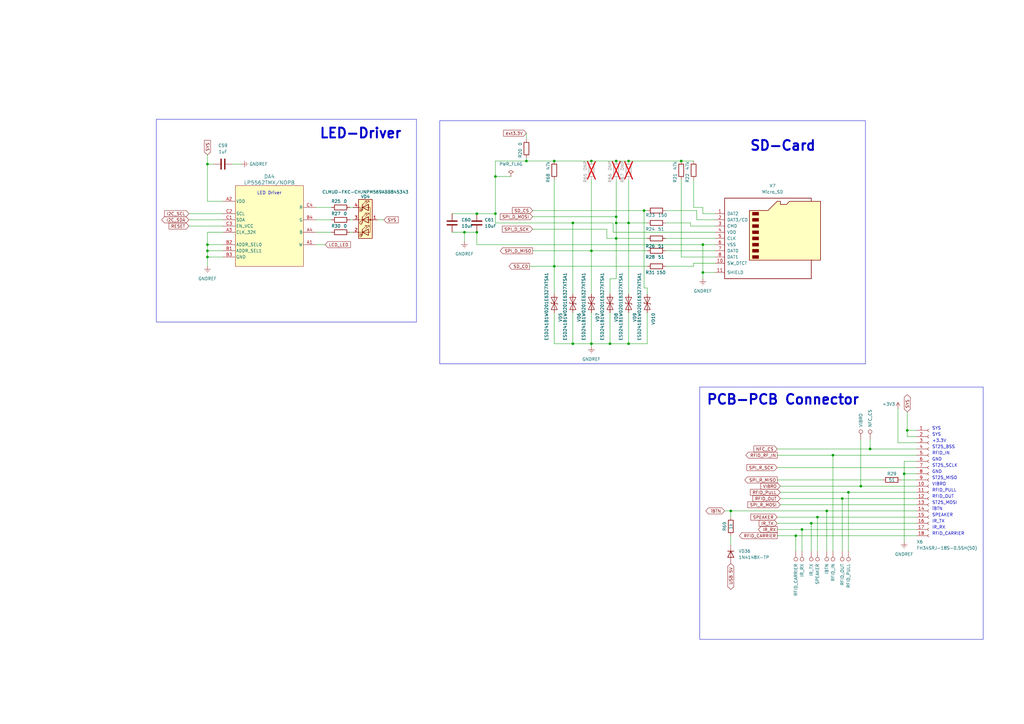
<source format=kicad_sch>
(kicad_sch
	(version 20250114)
	(generator "eeschema")
	(generator_version "9.0")
	(uuid "7c417875-73ae-461c-beb1-e261a7c46c1c")
	(paper "A3")
	(title_block
		(title "Flipper Device DIY")
		(rev "13.F7B9C6")
		(company "Originally from : Flipper Devices Inc.")
		(comment 1 "DIY Version 1.0")
	)
	(lib_symbols
		(symbol "Connector2:Conn_01x18_Female"
			(pin_names
				(offset 1.016)
				(hide yes)
			)
			(exclude_from_sim no)
			(in_bom yes)
			(on_board yes)
			(property "Reference" "J"
				(at 0 22.86 0)
				(effects
					(font
						(size 1.27 1.27)
					)
				)
			)
			(property "Value" "Conn_01x18_Female"
				(at 0 -25.4 0)
				(effects
					(font
						(size 1.27 1.27)
					)
				)
			)
			(property "Footprint" ""
				(at 0 0 0)
				(effects
					(font
						(size 1.27 1.27)
					)
					(hide yes)
				)
			)
			(property "Datasheet" "~"
				(at 0 0 0)
				(effects
					(font
						(size 1.27 1.27)
					)
					(hide yes)
				)
			)
			(property "Description" "Generic connector, single row, 01x18, script generated (kicad-library-utils/schlib/autogen/connector/)"
				(at 0 0 0)
				(effects
					(font
						(size 1.27 1.27)
					)
					(hide yes)
				)
			)
			(property "ki_keywords" "connector"
				(at 0 0 0)
				(effects
					(font
						(size 1.27 1.27)
					)
					(hide yes)
				)
			)
			(property "ki_fp_filters" "Connector*:*_1x??_*"
				(at 0 0 0)
				(effects
					(font
						(size 1.27 1.27)
					)
					(hide yes)
				)
			)
			(symbol "Conn_01x18_Female_1_1"
				(polyline
					(pts
						(xy -1.27 20.32) (xy -0.508 20.32)
					)
					(stroke
						(width 0.1524)
						(type solid)
					)
					(fill
						(type none)
					)
				)
				(polyline
					(pts
						(xy -1.27 17.78) (xy -0.508 17.78)
					)
					(stroke
						(width 0.1524)
						(type solid)
					)
					(fill
						(type none)
					)
				)
				(polyline
					(pts
						(xy -1.27 15.24) (xy -0.508 15.24)
					)
					(stroke
						(width 0.1524)
						(type solid)
					)
					(fill
						(type none)
					)
				)
				(polyline
					(pts
						(xy -1.27 12.7) (xy -0.508 12.7)
					)
					(stroke
						(width 0.1524)
						(type solid)
					)
					(fill
						(type none)
					)
				)
				(polyline
					(pts
						(xy -1.27 10.16) (xy -0.508 10.16)
					)
					(stroke
						(width 0.1524)
						(type solid)
					)
					(fill
						(type none)
					)
				)
				(polyline
					(pts
						(xy -1.27 7.62) (xy -0.508 7.62)
					)
					(stroke
						(width 0.1524)
						(type solid)
					)
					(fill
						(type none)
					)
				)
				(polyline
					(pts
						(xy -1.27 5.08) (xy -0.508 5.08)
					)
					(stroke
						(width 0.1524)
						(type solid)
					)
					(fill
						(type none)
					)
				)
				(polyline
					(pts
						(xy -1.27 2.54) (xy -0.508 2.54)
					)
					(stroke
						(width 0.1524)
						(type solid)
					)
					(fill
						(type none)
					)
				)
				(polyline
					(pts
						(xy -1.27 0) (xy -0.508 0)
					)
					(stroke
						(width 0.1524)
						(type solid)
					)
					(fill
						(type none)
					)
				)
				(polyline
					(pts
						(xy -1.27 -2.54) (xy -0.508 -2.54)
					)
					(stroke
						(width 0.1524)
						(type solid)
					)
					(fill
						(type none)
					)
				)
				(polyline
					(pts
						(xy -1.27 -5.08) (xy -0.508 -5.08)
					)
					(stroke
						(width 0.1524)
						(type solid)
					)
					(fill
						(type none)
					)
				)
				(polyline
					(pts
						(xy -1.27 -7.62) (xy -0.508 -7.62)
					)
					(stroke
						(width 0.1524)
						(type solid)
					)
					(fill
						(type none)
					)
				)
				(polyline
					(pts
						(xy -1.27 -10.16) (xy -0.508 -10.16)
					)
					(stroke
						(width 0.1524)
						(type solid)
					)
					(fill
						(type none)
					)
				)
				(polyline
					(pts
						(xy -1.27 -12.7) (xy -0.508 -12.7)
					)
					(stroke
						(width 0.1524)
						(type solid)
					)
					(fill
						(type none)
					)
				)
				(polyline
					(pts
						(xy -1.27 -15.24) (xy -0.508 -15.24)
					)
					(stroke
						(width 0.1524)
						(type solid)
					)
					(fill
						(type none)
					)
				)
				(polyline
					(pts
						(xy -1.27 -17.78) (xy -0.508 -17.78)
					)
					(stroke
						(width 0.1524)
						(type solid)
					)
					(fill
						(type none)
					)
				)
				(polyline
					(pts
						(xy -1.27 -20.32) (xy -0.508 -20.32)
					)
					(stroke
						(width 0.1524)
						(type solid)
					)
					(fill
						(type none)
					)
				)
				(polyline
					(pts
						(xy -1.27 -22.86) (xy -0.508 -22.86)
					)
					(stroke
						(width 0.1524)
						(type solid)
					)
					(fill
						(type none)
					)
				)
				(arc
					(start 0 19.812)
					(mid -0.5058 20.32)
					(end 0 20.828)
					(stroke
						(width 0.1524)
						(type solid)
					)
					(fill
						(type none)
					)
				)
				(arc
					(start 0 17.272)
					(mid -0.5058 17.78)
					(end 0 18.288)
					(stroke
						(width 0.1524)
						(type solid)
					)
					(fill
						(type none)
					)
				)
				(arc
					(start 0 14.732)
					(mid -0.5058 15.24)
					(end 0 15.748)
					(stroke
						(width 0.1524)
						(type solid)
					)
					(fill
						(type none)
					)
				)
				(arc
					(start 0 12.192)
					(mid -0.5058 12.7)
					(end 0 13.208)
					(stroke
						(width 0.1524)
						(type solid)
					)
					(fill
						(type none)
					)
				)
				(arc
					(start 0 9.652)
					(mid -0.5058 10.16)
					(end 0 10.668)
					(stroke
						(width 0.1524)
						(type solid)
					)
					(fill
						(type none)
					)
				)
				(arc
					(start 0 7.112)
					(mid -0.5058 7.62)
					(end 0 8.128)
					(stroke
						(width 0.1524)
						(type solid)
					)
					(fill
						(type none)
					)
				)
				(arc
					(start 0 4.572)
					(mid -0.5058 5.08)
					(end 0 5.588)
					(stroke
						(width 0.1524)
						(type solid)
					)
					(fill
						(type none)
					)
				)
				(arc
					(start 0 2.032)
					(mid -0.5058 2.54)
					(end 0 3.048)
					(stroke
						(width 0.1524)
						(type solid)
					)
					(fill
						(type none)
					)
				)
				(arc
					(start 0 -0.508)
					(mid -0.5058 0)
					(end 0 0.508)
					(stroke
						(width 0.1524)
						(type solid)
					)
					(fill
						(type none)
					)
				)
				(arc
					(start 0 -3.048)
					(mid -0.5058 -2.54)
					(end 0 -2.032)
					(stroke
						(width 0.1524)
						(type solid)
					)
					(fill
						(type none)
					)
				)
				(arc
					(start 0 -5.588)
					(mid -0.5058 -5.08)
					(end 0 -4.572)
					(stroke
						(width 0.1524)
						(type solid)
					)
					(fill
						(type none)
					)
				)
				(arc
					(start 0 -8.128)
					(mid -0.5058 -7.62)
					(end 0 -7.112)
					(stroke
						(width 0.1524)
						(type solid)
					)
					(fill
						(type none)
					)
				)
				(arc
					(start 0 -10.668)
					(mid -0.5058 -10.16)
					(end 0 -9.652)
					(stroke
						(width 0.1524)
						(type solid)
					)
					(fill
						(type none)
					)
				)
				(arc
					(start 0 -13.208)
					(mid -0.5058 -12.7)
					(end 0 -12.192)
					(stroke
						(width 0.1524)
						(type solid)
					)
					(fill
						(type none)
					)
				)
				(arc
					(start 0 -15.748)
					(mid -0.5058 -15.24)
					(end 0 -14.732)
					(stroke
						(width 0.1524)
						(type solid)
					)
					(fill
						(type none)
					)
				)
				(arc
					(start 0 -18.288)
					(mid -0.5058 -17.78)
					(end 0 -17.272)
					(stroke
						(width 0.1524)
						(type solid)
					)
					(fill
						(type none)
					)
				)
				(arc
					(start 0 -20.828)
					(mid -0.5058 -20.32)
					(end 0 -19.812)
					(stroke
						(width 0.1524)
						(type solid)
					)
					(fill
						(type none)
					)
				)
				(arc
					(start 0 -23.368)
					(mid -0.5058 -22.86)
					(end 0 -22.352)
					(stroke
						(width 0.1524)
						(type solid)
					)
					(fill
						(type none)
					)
				)
				(pin passive line
					(at -5.08 20.32 0)
					(length 3.81)
					(name "Pin_1"
						(effects
							(font
								(size 1.27 1.27)
							)
						)
					)
					(number "1"
						(effects
							(font
								(size 1.27 1.27)
							)
						)
					)
				)
				(pin passive line
					(at -5.08 17.78 0)
					(length 3.81)
					(name "Pin_2"
						(effects
							(font
								(size 1.27 1.27)
							)
						)
					)
					(number "2"
						(effects
							(font
								(size 1.27 1.27)
							)
						)
					)
				)
				(pin passive line
					(at -5.08 15.24 0)
					(length 3.81)
					(name "Pin_3"
						(effects
							(font
								(size 1.27 1.27)
							)
						)
					)
					(number "3"
						(effects
							(font
								(size 1.27 1.27)
							)
						)
					)
				)
				(pin passive line
					(at -5.08 12.7 0)
					(length 3.81)
					(name "Pin_4"
						(effects
							(font
								(size 1.27 1.27)
							)
						)
					)
					(number "4"
						(effects
							(font
								(size 1.27 1.27)
							)
						)
					)
				)
				(pin passive line
					(at -5.08 10.16 0)
					(length 3.81)
					(name "Pin_5"
						(effects
							(font
								(size 1.27 1.27)
							)
						)
					)
					(number "5"
						(effects
							(font
								(size 1.27 1.27)
							)
						)
					)
				)
				(pin passive line
					(at -5.08 7.62 0)
					(length 3.81)
					(name "Pin_6"
						(effects
							(font
								(size 1.27 1.27)
							)
						)
					)
					(number "6"
						(effects
							(font
								(size 1.27 1.27)
							)
						)
					)
				)
				(pin passive line
					(at -5.08 5.08 0)
					(length 3.81)
					(name "Pin_7"
						(effects
							(font
								(size 1.27 1.27)
							)
						)
					)
					(number "7"
						(effects
							(font
								(size 1.27 1.27)
							)
						)
					)
				)
				(pin passive line
					(at -5.08 2.54 0)
					(length 3.81)
					(name "Pin_8"
						(effects
							(font
								(size 1.27 1.27)
							)
						)
					)
					(number "8"
						(effects
							(font
								(size 1.27 1.27)
							)
						)
					)
				)
				(pin passive line
					(at -5.08 0 0)
					(length 3.81)
					(name "Pin_9"
						(effects
							(font
								(size 1.27 1.27)
							)
						)
					)
					(number "9"
						(effects
							(font
								(size 1.27 1.27)
							)
						)
					)
				)
				(pin passive line
					(at -5.08 -2.54 0)
					(length 3.81)
					(name "Pin_10"
						(effects
							(font
								(size 1.27 1.27)
							)
						)
					)
					(number "10"
						(effects
							(font
								(size 1.27 1.27)
							)
						)
					)
				)
				(pin passive line
					(at -5.08 -5.08 0)
					(length 3.81)
					(name "Pin_11"
						(effects
							(font
								(size 1.27 1.27)
							)
						)
					)
					(number "11"
						(effects
							(font
								(size 1.27 1.27)
							)
						)
					)
				)
				(pin passive line
					(at -5.08 -7.62 0)
					(length 3.81)
					(name "Pin_12"
						(effects
							(font
								(size 1.27 1.27)
							)
						)
					)
					(number "12"
						(effects
							(font
								(size 1.27 1.27)
							)
						)
					)
				)
				(pin passive line
					(at -5.08 -10.16 0)
					(length 3.81)
					(name "Pin_13"
						(effects
							(font
								(size 1.27 1.27)
							)
						)
					)
					(number "13"
						(effects
							(font
								(size 1.27 1.27)
							)
						)
					)
				)
				(pin passive line
					(at -5.08 -12.7 0)
					(length 3.81)
					(name "Pin_14"
						(effects
							(font
								(size 1.27 1.27)
							)
						)
					)
					(number "14"
						(effects
							(font
								(size 1.27 1.27)
							)
						)
					)
				)
				(pin passive line
					(at -5.08 -15.24 0)
					(length 3.81)
					(name "Pin_15"
						(effects
							(font
								(size 1.27 1.27)
							)
						)
					)
					(number "15"
						(effects
							(font
								(size 1.27 1.27)
							)
						)
					)
				)
				(pin passive line
					(at -5.08 -17.78 0)
					(length 3.81)
					(name "Pin_16"
						(effects
							(font
								(size 1.27 1.27)
							)
						)
					)
					(number "16"
						(effects
							(font
								(size 1.27 1.27)
							)
						)
					)
				)
				(pin passive line
					(at -5.08 -20.32 0)
					(length 3.81)
					(name "Pin_17"
						(effects
							(font
								(size 1.27 1.27)
							)
						)
					)
					(number "17"
						(effects
							(font
								(size 1.27 1.27)
							)
						)
					)
				)
				(pin passive line
					(at -5.08 -22.86 0)
					(length 3.81)
					(name "Pin_18"
						(effects
							(font
								(size 1.27 1.27)
							)
						)
					)
					(number "18"
						(effects
							(font
								(size 1.27 1.27)
							)
						)
					)
				)
			)
			(embedded_fonts no)
		)
		(symbol "Connector2:Micro_SD_Card_Det"
			(pin_names
				(offset 1.016)
			)
			(exclude_from_sim no)
			(in_bom yes)
			(on_board yes)
			(property "Reference" "J2"
				(at 0.635 21.59 0)
				(effects
					(font
						(size 1.27 1.27)
					)
				)
			)
			(property "Value" "Micro_SD_Card_Det"
				(at 0.635 19.05 0)
				(effects
					(font
						(size 1.27 1.27)
					)
				)
			)
			(property "Footprint" ""
				(at 52.07 17.78 0)
				(effects
					(font
						(size 1.27 1.27)
					)
					(hide yes)
				)
			)
			(property "Datasheet" "https://www.hirose.com/product/en/download_file/key_name/DM3/category/Catalog/doc_file_id/49662/?file_category_id=4&item_id=195&is_series=1"
				(at 0 2.54 0)
				(effects
					(font
						(size 1.27 1.27)
					)
					(hide yes)
				)
			)
			(property "Description" "Micro SD Card Socket with card detection pins"
				(at 0 0 0)
				(effects
					(font
						(size 1.27 1.27)
					)
					(hide yes)
				)
			)
			(property "ki_keywords" "connector SD microsd"
				(at 0 0 0)
				(effects
					(font
						(size 1.27 1.27)
					)
					(hide yes)
				)
			)
			(property "ki_fp_filters" "microSD*"
				(at 0 0 0)
				(effects
					(font
						(size 1.27 1.27)
					)
					(hide yes)
				)
			)
			(symbol "Micro_SD_Card_Det_0_1"
				(polyline
					(pts
						(xy -8.89 -8.89) (xy -8.89 11.43) (xy -1.27 11.43) (xy 2.54 15.24) (xy 3.81 15.24) (xy 3.81 13.97)
						(xy 6.35 13.97) (xy 7.62 15.24) (xy 20.32 15.24) (xy 20.32 -8.89) (xy -8.89 -8.89)
					)
					(stroke
						(width 0.254)
						(type solid)
					)
					(fill
						(type background)
					)
				)
				(rectangle
					(start -7.62 10.795)
					(end -5.08 9.525)
					(stroke
						(width 0)
						(type solid)
					)
					(fill
						(type outline)
					)
				)
				(rectangle
					(start -7.62 8.255)
					(end -5.08 6.985)
					(stroke
						(width 0)
						(type solid)
					)
					(fill
						(type outline)
					)
				)
				(rectangle
					(start -7.62 5.715)
					(end -5.08 4.445)
					(stroke
						(width 0)
						(type solid)
					)
					(fill
						(type outline)
					)
				)
				(rectangle
					(start -7.62 3.175)
					(end -5.08 1.905)
					(stroke
						(width 0)
						(type solid)
					)
					(fill
						(type outline)
					)
				)
				(rectangle
					(start -7.62 0.635)
					(end -5.08 -0.635)
					(stroke
						(width 0)
						(type solid)
					)
					(fill
						(type outline)
					)
				)
				(rectangle
					(start -7.62 -1.905)
					(end -5.08 -3.175)
					(stroke
						(width 0)
						(type solid)
					)
					(fill
						(type outline)
					)
				)
				(rectangle
					(start -7.62 -4.445)
					(end -5.08 -5.715)
					(stroke
						(width 0)
						(type solid)
					)
					(fill
						(type outline)
					)
				)
				(rectangle
					(start -7.62 -6.985)
					(end -5.08 -8.255)
					(stroke
						(width 0)
						(type solid)
					)
					(fill
						(type outline)
					)
				)
				(polyline
					(pts
						(xy 16.51 15.24) (xy 16.51 16.51) (xy -19.05 16.51) (xy -19.05 -16.51) (xy 16.51 -16.51) (xy 16.51 -8.89)
					)
					(stroke
						(width 0.254)
						(type solid)
					)
					(fill
						(type none)
					)
				)
			)
			(symbol "Micro_SD_Card_Det_1_1"
				(pin bidirectional line
					(at -22.86 10.16 0)
					(length 3.81)
					(name "DAT2"
						(effects
							(font
								(size 1.27 1.27)
							)
						)
					)
					(number "1"
						(effects
							(font
								(size 1.27 1.27)
							)
						)
					)
				)
				(pin bidirectional line
					(at -22.86 7.62 0)
					(length 3.81)
					(name "DAT3/CD"
						(effects
							(font
								(size 1.27 1.27)
							)
						)
					)
					(number "2"
						(effects
							(font
								(size 1.27 1.27)
							)
						)
					)
				)
				(pin input line
					(at -22.86 5.08 0)
					(length 3.81)
					(name "CMD"
						(effects
							(font
								(size 1.27 1.27)
							)
						)
					)
					(number "3"
						(effects
							(font
								(size 1.27 1.27)
							)
						)
					)
				)
				(pin power_in line
					(at -22.86 2.54 0)
					(length 3.81)
					(name "VDD"
						(effects
							(font
								(size 1.27 1.27)
							)
						)
					)
					(number "4"
						(effects
							(font
								(size 1.27 1.27)
							)
						)
					)
				)
				(pin input line
					(at -22.86 0 0)
					(length 3.81)
					(name "CLK"
						(effects
							(font
								(size 1.27 1.27)
							)
						)
					)
					(number "5"
						(effects
							(font
								(size 1.27 1.27)
							)
						)
					)
				)
				(pin power_in line
					(at -22.86 -2.54 0)
					(length 3.81)
					(name "VSS"
						(effects
							(font
								(size 1.27 1.27)
							)
						)
					)
					(number "6"
						(effects
							(font
								(size 1.27 1.27)
							)
						)
					)
				)
				(pin bidirectional line
					(at -22.86 -5.08 0)
					(length 3.81)
					(name "DAT0"
						(effects
							(font
								(size 1.27 1.27)
							)
						)
					)
					(number "7"
						(effects
							(font
								(size 1.27 1.27)
							)
						)
					)
				)
				(pin bidirectional line
					(at -22.86 -7.62 0)
					(length 3.81)
					(name "DAT1"
						(effects
							(font
								(size 1.27 1.27)
							)
						)
					)
					(number "8"
						(effects
							(font
								(size 1.27 1.27)
							)
						)
					)
				)
				(pin passive line
					(at -22.86 -10.16 0)
					(length 3.81)
					(name "SW_DTCT"
						(effects
							(font
								(size 1.27 1.27)
							)
						)
					)
					(number "10"
						(effects
							(font
								(size 1.27 1.27)
							)
						)
					)
				)
				(pin passive line
					(at -22.86 -13.97 0)
					(length 3.81)
					(name "SHIELD"
						(effects
							(font
								(size 1.27 1.27)
							)
						)
					)
					(number "11"
						(effects
							(font
								(size 1.27 1.27)
							)
						)
					)
				)
			)
			(embedded_fonts no)
		)
		(symbol "Connector:TestPoint"
			(pin_numbers
				(hide yes)
			)
			(pin_names
				(offset 0.762)
				(hide yes)
			)
			(exclude_from_sim no)
			(in_bom yes)
			(on_board yes)
			(property "Reference" "TP"
				(at 0 6.858 0)
				(effects
					(font
						(size 1.27 1.27)
					)
				)
			)
			(property "Value" "TestPoint"
				(at 0 5.08 0)
				(effects
					(font
						(size 1.27 1.27)
					)
				)
			)
			(property "Footprint" ""
				(at 5.08 0 0)
				(effects
					(font
						(size 1.27 1.27)
					)
					(hide yes)
				)
			)
			(property "Datasheet" "~"
				(at 5.08 0 0)
				(effects
					(font
						(size 1.27 1.27)
					)
					(hide yes)
				)
			)
			(property "Description" "test point"
				(at 0 0 0)
				(effects
					(font
						(size 1.27 1.27)
					)
					(hide yes)
				)
			)
			(property "ki_keywords" "test point tp"
				(at 0 0 0)
				(effects
					(font
						(size 1.27 1.27)
					)
					(hide yes)
				)
			)
			(property "ki_fp_filters" "Pin* Test*"
				(at 0 0 0)
				(effects
					(font
						(size 1.27 1.27)
					)
					(hide yes)
				)
			)
			(symbol "TestPoint_0_1"
				(circle
					(center 0 3.302)
					(radius 0.762)
					(stroke
						(width 0)
						(type default)
					)
					(fill
						(type none)
					)
				)
			)
			(symbol "TestPoint_1_1"
				(pin passive line
					(at 0 0 90)
					(length 2.54)
					(name "1"
						(effects
							(font
								(size 1.27 1.27)
							)
						)
					)
					(number "1"
						(effects
							(font
								(size 1.27 1.27)
							)
						)
					)
				)
			)
			(embedded_fonts no)
		)
		(symbol "Device:C"
			(pin_numbers
				(hide yes)
			)
			(pin_names
				(offset 0.254)
			)
			(exclude_from_sim no)
			(in_bom yes)
			(on_board yes)
			(property "Reference" "C"
				(at 0.635 2.54 0)
				(effects
					(font
						(size 1.27 1.27)
					)
					(justify left)
				)
			)
			(property "Value" "C"
				(at 0.635 -2.54 0)
				(effects
					(font
						(size 1.27 1.27)
					)
					(justify left)
				)
			)
			(property "Footprint" ""
				(at 0.9652 -3.81 0)
				(effects
					(font
						(size 1.27 1.27)
					)
					(hide yes)
				)
			)
			(property "Datasheet" "~"
				(at 0 0 0)
				(effects
					(font
						(size 1.27 1.27)
					)
					(hide yes)
				)
			)
			(property "Description" "Unpolarized capacitor"
				(at 0 0 0)
				(effects
					(font
						(size 1.27 1.27)
					)
					(hide yes)
				)
			)
			(property "ki_keywords" "cap capacitor"
				(at 0 0 0)
				(effects
					(font
						(size 1.27 1.27)
					)
					(hide yes)
				)
			)
			(property "ki_fp_filters" "C_*"
				(at 0 0 0)
				(effects
					(font
						(size 1.27 1.27)
					)
					(hide yes)
				)
			)
			(symbol "C_0_1"
				(polyline
					(pts
						(xy -2.032 0.762) (xy 2.032 0.762)
					)
					(stroke
						(width 0.508)
						(type default)
					)
					(fill
						(type none)
					)
				)
				(polyline
					(pts
						(xy -2.032 -0.762) (xy 2.032 -0.762)
					)
					(stroke
						(width 0.508)
						(type default)
					)
					(fill
						(type none)
					)
				)
			)
			(symbol "C_1_1"
				(pin passive line
					(at 0 3.81 270)
					(length 2.794)
					(name "~"
						(effects
							(font
								(size 1.27 1.27)
							)
						)
					)
					(number "1"
						(effects
							(font
								(size 1.27 1.27)
							)
						)
					)
				)
				(pin passive line
					(at 0 -3.81 90)
					(length 2.794)
					(name "~"
						(effects
							(font
								(size 1.27 1.27)
							)
						)
					)
					(number "2"
						(effects
							(font
								(size 1.27 1.27)
							)
						)
					)
				)
			)
			(embedded_fonts no)
		)
		(symbol "Device:D"
			(pin_numbers
				(hide yes)
			)
			(pin_names
				(offset 1.016)
				(hide yes)
			)
			(exclude_from_sim no)
			(in_bom yes)
			(on_board yes)
			(property "Reference" "D"
				(at 0 2.54 0)
				(effects
					(font
						(size 1.27 1.27)
					)
				)
			)
			(property "Value" "D"
				(at 0 -2.54 0)
				(effects
					(font
						(size 1.27 1.27)
					)
				)
			)
			(property "Footprint" ""
				(at 0 0 0)
				(effects
					(font
						(size 1.27 1.27)
					)
					(hide yes)
				)
			)
			(property "Datasheet" "~"
				(at 0 0 0)
				(effects
					(font
						(size 1.27 1.27)
					)
					(hide yes)
				)
			)
			(property "Description" "Diode"
				(at 0 0 0)
				(effects
					(font
						(size 1.27 1.27)
					)
					(hide yes)
				)
			)
			(property "Sim.Device" "D"
				(at 0 0 0)
				(effects
					(font
						(size 1.27 1.27)
					)
					(hide yes)
				)
			)
			(property "Sim.Pins" "1=K 2=A"
				(at 0 0 0)
				(effects
					(font
						(size 1.27 1.27)
					)
					(hide yes)
				)
			)
			(property "ki_keywords" "diode"
				(at 0 0 0)
				(effects
					(font
						(size 1.27 1.27)
					)
					(hide yes)
				)
			)
			(property "ki_fp_filters" "TO-???* *_Diode_* *SingleDiode* D_*"
				(at 0 0 0)
				(effects
					(font
						(size 1.27 1.27)
					)
					(hide yes)
				)
			)
			(symbol "D_0_1"
				(polyline
					(pts
						(xy -1.27 1.27) (xy -1.27 -1.27)
					)
					(stroke
						(width 0.254)
						(type default)
					)
					(fill
						(type none)
					)
				)
				(polyline
					(pts
						(xy 1.27 1.27) (xy 1.27 -1.27) (xy -1.27 0) (xy 1.27 1.27)
					)
					(stroke
						(width 0.254)
						(type default)
					)
					(fill
						(type none)
					)
				)
				(polyline
					(pts
						(xy 1.27 0) (xy -1.27 0)
					)
					(stroke
						(width 0)
						(type default)
					)
					(fill
						(type none)
					)
				)
			)
			(symbol "D_1_1"
				(pin passive line
					(at -3.81 0 0)
					(length 2.54)
					(name "K"
						(effects
							(font
								(size 1.27 1.27)
							)
						)
					)
					(number "1"
						(effects
							(font
								(size 1.27 1.27)
							)
						)
					)
				)
				(pin passive line
					(at 3.81 0 180)
					(length 2.54)
					(name "A"
						(effects
							(font
								(size 1.27 1.27)
							)
						)
					)
					(number "2"
						(effects
							(font
								(size 1.27 1.27)
							)
						)
					)
				)
			)
			(embedded_fonts no)
		)
		(symbol "Device:LED_ABGR"
			(pin_names
				(offset 0)
				(hide yes)
			)
			(exclude_from_sim no)
			(in_bom yes)
			(on_board yes)
			(property "Reference" "D"
				(at 0 9.398 0)
				(effects
					(font
						(size 1.27 1.27)
					)
				)
			)
			(property "Value" "LED_ABGR"
				(at 0 -8.89 0)
				(effects
					(font
						(size 1.27 1.27)
					)
				)
			)
			(property "Footprint" ""
				(at 0 -1.27 0)
				(effects
					(font
						(size 1.27 1.27)
					)
					(hide yes)
				)
			)
			(property "Datasheet" "~"
				(at 0 -1.27 0)
				(effects
					(font
						(size 1.27 1.27)
					)
					(hide yes)
				)
			)
			(property "Description" "RGB LED, anode/blue/green/red"
				(at 0 0 0)
				(effects
					(font
						(size 1.27 1.27)
					)
					(hide yes)
				)
			)
			(property "ki_keywords" "LED RGB diode"
				(at 0 0 0)
				(effects
					(font
						(size 1.27 1.27)
					)
					(hide yes)
				)
			)
			(property "ki_fp_filters" "LED* LED_SMD:* LED_THT:*"
				(at 0 0 0)
				(effects
					(font
						(size 1.27 1.27)
					)
					(hide yes)
				)
			)
			(symbol "LED_ABGR_0_0"
				(text "R"
					(at -1.905 3.81 0)
					(effects
						(font
							(size 1.27 1.27)
						)
					)
				)
				(text "G"
					(at -1.905 -1.27 0)
					(effects
						(font
							(size 1.27 1.27)
						)
					)
				)
				(text "B"
					(at -1.905 -6.35 0)
					(effects
						(font
							(size 1.27 1.27)
						)
					)
				)
			)
			(symbol "LED_ABGR_0_1"
				(polyline
					(pts
						(xy -1.27 6.35) (xy -1.27 3.81)
					)
					(stroke
						(width 0.254)
						(type default)
					)
					(fill
						(type none)
					)
				)
				(polyline
					(pts
						(xy -1.27 6.35) (xy -1.27 3.81) (xy -1.27 3.81)
					)
					(stroke
						(width 0)
						(type default)
					)
					(fill
						(type none)
					)
				)
				(polyline
					(pts
						(xy -1.27 5.08) (xy -2.54 5.08)
					)
					(stroke
						(width 0)
						(type default)
					)
					(fill
						(type none)
					)
				)
				(polyline
					(pts
						(xy -1.27 5.08) (xy 1.27 5.08)
					)
					(stroke
						(width 0)
						(type default)
					)
					(fill
						(type none)
					)
				)
				(polyline
					(pts
						(xy -1.27 1.27) (xy -1.27 -1.27)
					)
					(stroke
						(width 0.254)
						(type default)
					)
					(fill
						(type none)
					)
				)
				(polyline
					(pts
						(xy -1.27 1.27) (xy -1.27 -1.27) (xy -1.27 -1.27)
					)
					(stroke
						(width 0)
						(type default)
					)
					(fill
						(type none)
					)
				)
				(polyline
					(pts
						(xy -1.27 0) (xy -2.54 0)
					)
					(stroke
						(width 0)
						(type default)
					)
					(fill
						(type none)
					)
				)
				(polyline
					(pts
						(xy -1.27 -3.81) (xy -1.27 -6.35)
					)
					(stroke
						(width 0.254)
						(type default)
					)
					(fill
						(type none)
					)
				)
				(polyline
					(pts
						(xy -1.27 -5.08) (xy -2.54 -5.08)
					)
					(stroke
						(width 0)
						(type default)
					)
					(fill
						(type none)
					)
				)
				(polyline
					(pts
						(xy -1.27 -5.08) (xy 1.27 -5.08)
					)
					(stroke
						(width 0)
						(type default)
					)
					(fill
						(type none)
					)
				)
				(polyline
					(pts
						(xy -1.016 6.35) (xy 0.508 7.874) (xy -0.254 7.874) (xy 0.508 7.874) (xy 0.508 7.112)
					)
					(stroke
						(width 0)
						(type default)
					)
					(fill
						(type none)
					)
				)
				(polyline
					(pts
						(xy -1.016 1.27) (xy 0.508 2.794) (xy -0.254 2.794) (xy 0.508 2.794) (xy 0.508 2.032)
					)
					(stroke
						(width 0)
						(type default)
					)
					(fill
						(type none)
					)
				)
				(polyline
					(pts
						(xy -1.016 -3.81) (xy 0.508 -2.286) (xy -0.254 -2.286) (xy 0.508 -2.286) (xy 0.508 -3.048)
					)
					(stroke
						(width 0)
						(type default)
					)
					(fill
						(type none)
					)
				)
				(polyline
					(pts
						(xy 0 6.35) (xy 1.524 7.874) (xy 0.762 7.874) (xy 1.524 7.874) (xy 1.524 7.112)
					)
					(stroke
						(width 0)
						(type default)
					)
					(fill
						(type none)
					)
				)
				(polyline
					(pts
						(xy 0 1.27) (xy 1.524 2.794) (xy 0.762 2.794) (xy 1.524 2.794) (xy 1.524 2.032)
					)
					(stroke
						(width 0)
						(type default)
					)
					(fill
						(type none)
					)
				)
				(polyline
					(pts
						(xy 0 -3.81) (xy 1.524 -2.286) (xy 0.762 -2.286) (xy 1.524 -2.286) (xy 1.524 -3.048)
					)
					(stroke
						(width 0)
						(type default)
					)
					(fill
						(type none)
					)
				)
				(polyline
					(pts
						(xy 1.27 6.35) (xy 1.27 3.81) (xy -1.27 5.08) (xy 1.27 6.35)
					)
					(stroke
						(width 0.254)
						(type default)
					)
					(fill
						(type none)
					)
				)
				(rectangle
					(start 1.27 6.35)
					(end 1.27 6.35)
					(stroke
						(width 0)
						(type default)
					)
					(fill
						(type none)
					)
				)
				(rectangle
					(start 1.27 3.81)
					(end 1.27 6.35)
					(stroke
						(width 0)
						(type default)
					)
					(fill
						(type none)
					)
				)
				(polyline
					(pts
						(xy 1.27 1.27) (xy 1.27 -1.27) (xy -1.27 0) (xy 1.27 1.27)
					)
					(stroke
						(width 0.254)
						(type default)
					)
					(fill
						(type none)
					)
				)
				(rectangle
					(start 1.27 1.27)
					(end 1.27 1.27)
					(stroke
						(width 0)
						(type default)
					)
					(fill
						(type none)
					)
				)
				(polyline
					(pts
						(xy 1.27 0) (xy -1.27 0)
					)
					(stroke
						(width 0)
						(type default)
					)
					(fill
						(type none)
					)
				)
				(polyline
					(pts
						(xy 1.27 0) (xy 2.54 0)
					)
					(stroke
						(width 0)
						(type default)
					)
					(fill
						(type none)
					)
				)
				(rectangle
					(start 1.27 -1.27)
					(end 1.27 1.27)
					(stroke
						(width 0)
						(type default)
					)
					(fill
						(type none)
					)
				)
				(polyline
					(pts
						(xy 1.27 -3.81) (xy 1.27 -6.35) (xy -1.27 -5.08) (xy 1.27 -3.81)
					)
					(stroke
						(width 0.254)
						(type default)
					)
					(fill
						(type none)
					)
				)
				(polyline
					(pts
						(xy 1.27 -5.08) (xy 2.032 -5.08) (xy 2.032 5.08) (xy 1.27 5.08)
					)
					(stroke
						(width 0)
						(type default)
					)
					(fill
						(type none)
					)
				)
				(circle
					(center 2.032 0)
					(radius 0.254)
					(stroke
						(width 0)
						(type default)
					)
					(fill
						(type outline)
					)
				)
				(rectangle
					(start 2.794 8.382)
					(end -2.794 -7.62)
					(stroke
						(width 0.254)
						(type default)
					)
					(fill
						(type background)
					)
				)
			)
			(symbol "LED_ABGR_1_1"
				(pin passive line
					(at -5.08 5.08 0)
					(length 2.54)
					(name "RK"
						(effects
							(font
								(size 1.27 1.27)
							)
						)
					)
					(number "4"
						(effects
							(font
								(size 1.27 1.27)
							)
						)
					)
				)
				(pin passive line
					(at -5.08 0 0)
					(length 2.54)
					(name "GK"
						(effects
							(font
								(size 1.27 1.27)
							)
						)
					)
					(number "3"
						(effects
							(font
								(size 1.27 1.27)
							)
						)
					)
				)
				(pin passive line
					(at -5.08 -5.08 0)
					(length 2.54)
					(name "BK"
						(effects
							(font
								(size 1.27 1.27)
							)
						)
					)
					(number "2"
						(effects
							(font
								(size 1.27 1.27)
							)
						)
					)
				)
				(pin passive line
					(at 5.08 0 180)
					(length 2.54)
					(name "A"
						(effects
							(font
								(size 1.27 1.27)
							)
						)
					)
					(number "1"
						(effects
							(font
								(size 1.27 1.27)
							)
						)
					)
				)
			)
			(embedded_fonts no)
		)
		(symbol "Device:R"
			(pin_numbers
				(hide yes)
			)
			(pin_names
				(offset 0)
			)
			(exclude_from_sim no)
			(in_bom yes)
			(on_board yes)
			(property "Reference" "R"
				(at 2.032 0 90)
				(effects
					(font
						(size 1.27 1.27)
					)
				)
			)
			(property "Value" "R"
				(at 0 0 90)
				(effects
					(font
						(size 1.27 1.27)
					)
				)
			)
			(property "Footprint" ""
				(at -1.778 0 90)
				(effects
					(font
						(size 1.27 1.27)
					)
					(hide yes)
				)
			)
			(property "Datasheet" "~"
				(at 0 0 0)
				(effects
					(font
						(size 1.27 1.27)
					)
					(hide yes)
				)
			)
			(property "Description" "Resistor"
				(at 0 0 0)
				(effects
					(font
						(size 1.27 1.27)
					)
					(hide yes)
				)
			)
			(property "ki_keywords" "R res resistor"
				(at 0 0 0)
				(effects
					(font
						(size 1.27 1.27)
					)
					(hide yes)
				)
			)
			(property "ki_fp_filters" "R_*"
				(at 0 0 0)
				(effects
					(font
						(size 1.27 1.27)
					)
					(hide yes)
				)
			)
			(symbol "R_0_1"
				(rectangle
					(start -1.016 -2.54)
					(end 1.016 2.54)
					(stroke
						(width 0.254)
						(type default)
					)
					(fill
						(type none)
					)
				)
			)
			(symbol "R_1_1"
				(pin passive line
					(at 0 3.81 270)
					(length 1.27)
					(name "~"
						(effects
							(font
								(size 1.27 1.27)
							)
						)
					)
					(number "1"
						(effects
							(font
								(size 1.27 1.27)
							)
						)
					)
				)
				(pin passive line
					(at 0 -3.81 90)
					(length 1.27)
					(name "~"
						(effects
							(font
								(size 1.27 1.27)
							)
						)
					)
					(number "2"
						(effects
							(font
								(size 1.27 1.27)
							)
						)
					)
				)
			)
			(embedded_fonts no)
		)
		(symbol "Diode:ESD9B3.3ST5G"
			(pin_numbers
				(hide yes)
			)
			(pin_names
				(offset 1.016)
				(hide yes)
			)
			(exclude_from_sim no)
			(in_bom yes)
			(on_board yes)
			(property "Reference" "D"
				(at 0 2.54 0)
				(effects
					(font
						(size 1.27 1.27)
					)
				)
			)
			(property "Value" "ESD9B3.3ST5G"
				(at 0 -2.54 0)
				(effects
					(font
						(size 1.27 1.27)
					)
				)
			)
			(property "Footprint" "Diode_SMD:D_SOD-923"
				(at 0 0 0)
				(effects
					(font
						(size 1.27 1.27)
					)
					(hide yes)
				)
			)
			(property "Datasheet" "https://www.onsemi.com/pub/Collateral/ESD9B-D.PDF"
				(at 0 0 0)
				(effects
					(font
						(size 1.27 1.27)
					)
					(hide yes)
				)
			)
			(property "Description" "ESD protection diode, 3.3Vrwm, SOD-923"
				(at 0 0 0)
				(effects
					(font
						(size 1.27 1.27)
					)
					(hide yes)
				)
			)
			(property "ki_keywords" "diode TVS ESD"
				(at 0 0 0)
				(effects
					(font
						(size 1.27 1.27)
					)
					(hide yes)
				)
			)
			(property "ki_fp_filters" "D*SOD?923*"
				(at 0 0 0)
				(effects
					(font
						(size 1.27 1.27)
					)
					(hide yes)
				)
			)
			(symbol "ESD9B3.3ST5G_0_1"
				(polyline
					(pts
						(xy -2.54 -1.27) (xy 0 0) (xy -2.54 1.27) (xy -2.54 -1.27)
					)
					(stroke
						(width 0.2032)
						(type default)
					)
					(fill
						(type none)
					)
				)
				(polyline
					(pts
						(xy 0.508 1.27) (xy 0 1.27) (xy 0 -1.27) (xy -0.508 -1.27)
					)
					(stroke
						(width 0.2032)
						(type default)
					)
					(fill
						(type none)
					)
				)
				(polyline
					(pts
						(xy 1.27 0) (xy -1.27 0)
					)
					(stroke
						(width 0)
						(type default)
					)
					(fill
						(type none)
					)
				)
				(polyline
					(pts
						(xy 2.54 1.27) (xy 2.54 -1.27) (xy 0 0) (xy 2.54 1.27)
					)
					(stroke
						(width 0.2032)
						(type default)
					)
					(fill
						(type none)
					)
				)
			)
			(symbol "ESD9B3.3ST5G_1_1"
				(pin passive line
					(at -3.81 0 0)
					(length 2.54)
					(name "A1"
						(effects
							(font
								(size 1.27 1.27)
							)
						)
					)
					(number "1"
						(effects
							(font
								(size 1.27 1.27)
							)
						)
					)
				)
				(pin passive line
					(at 3.81 0 180)
					(length 2.54)
					(name "A2"
						(effects
							(font
								(size 1.27 1.27)
							)
						)
					)
					(number "2"
						(effects
							(font
								(size 1.27 1.27)
							)
						)
					)
				)
			)
			(embedded_fonts no)
		)
		(symbol "LP5562TMX-NOPB:LP5562TMX_NOPB"
			(pin_names
				(offset 0.254)
			)
			(exclude_from_sim no)
			(in_bom yes)
			(on_board yes)
			(property "Reference" "U1"
				(at 1.27 20.32 0)
				(effects
					(font
						(size 1.524 1.524)
					)
				)
			)
			(property "Value" "LP5562TMX/NOPB"
				(at 1.27 17.78 0)
				(effects
					(font
						(size 1.524 1.524)
					)
				)
			)
			(property "Footprint" "YQE0012ACAC"
				(at 0 0 0)
				(effects
					(font
						(size 1.27 1.27)
						(italic yes)
					)
					(hide yes)
				)
			)
			(property "Datasheet" "LP5562TMX/NOPB"
				(at 0 0 0)
				(effects
					(font
						(size 1.27 1.27)
						(italic yes)
					)
					(hide yes)
				)
			)
			(property "Description" ""
				(at 0 0 0)
				(effects
					(font
						(size 1.27 1.27)
					)
					(hide yes)
				)
			)
			(property "ki_locked" ""
				(at 0 0 0)
				(effects
					(font
						(size 1.27 1.27)
					)
				)
			)
			(property "ki_keywords" "LP5562TMX/NOPB"
				(at 0 0 0)
				(effects
					(font
						(size 1.27 1.27)
					)
					(hide yes)
				)
			)
			(property "ki_fp_filters" "YQE0012ACAC"
				(at 0 0 0)
				(effects
					(font
						(size 1.27 1.27)
					)
					(hide yes)
				)
			)
			(symbol "LP5562TMX_NOPB_0_1"
				(pin power_in line
					(at -17.78 10.16 0)
					(length 5.08)
					(name "VDD"
						(effects
							(font
								(size 1.27 1.27)
							)
						)
					)
					(number "A2"
						(effects
							(font
								(size 1.27 1.27)
							)
						)
					)
				)
				(pin input line
					(at -17.78 5.08 0)
					(length 5.08)
					(name "SCL"
						(effects
							(font
								(size 1.27 1.27)
							)
						)
					)
					(number "C2"
						(effects
							(font
								(size 1.27 1.27)
							)
						)
					)
				)
				(pin bidirectional line
					(at -17.78 2.54 0)
					(length 5.08)
					(name "SDA"
						(effects
							(font
								(size 1.27 1.27)
							)
						)
					)
					(number "C1"
						(effects
							(font
								(size 1.27 1.27)
							)
						)
					)
				)
				(pin input line
					(at -17.78 0 0)
					(length 5.08)
					(name "EN_VCC"
						(effects
							(font
								(size 1.27 1.27)
							)
						)
					)
					(number "C3"
						(effects
							(font
								(size 1.27 1.27)
							)
						)
					)
				)
				(pin input line
					(at -17.78 -2.54 0)
					(length 5.08)
					(name "CLK_32K"
						(effects
							(font
								(size 1.27 1.27)
							)
						)
					)
					(number "A3"
						(effects
							(font
								(size 1.27 1.27)
							)
						)
					)
				)
				(pin input line
					(at -17.78 -7.62 0)
					(length 5.08)
					(name "ADDR_SEL0"
						(effects
							(font
								(size 1.27 1.27)
							)
						)
					)
					(number "B2"
						(effects
							(font
								(size 1.27 1.27)
							)
						)
					)
				)
				(pin input line
					(at -17.78 -10.16 0)
					(length 5.08)
					(name "ADDR_SEL1"
						(effects
							(font
								(size 1.27 1.27)
							)
						)
					)
					(number "B1"
						(effects
							(font
								(size 1.27 1.27)
							)
						)
					)
				)
				(pin power_in line
					(at -17.78 -12.7 0)
					(length 5.08)
					(name "GND"
						(effects
							(font
								(size 1.27 1.27)
							)
						)
					)
					(number "B3"
						(effects
							(font
								(size 1.27 1.27)
							)
						)
					)
				)
				(pin output line
					(at 20.32 7.62 180)
					(length 5.08)
					(name "R"
						(effects
							(font
								(size 1.27 1.27)
							)
						)
					)
					(number "C4"
						(effects
							(font
								(size 1.27 1.27)
							)
						)
					)
				)
				(pin output line
					(at 20.32 2.54 180)
					(length 5.08)
					(name "G"
						(effects
							(font
								(size 1.27 1.27)
							)
						)
					)
					(number "B4"
						(effects
							(font
								(size 1.27 1.27)
							)
						)
					)
				)
				(pin output line
					(at 20.32 -2.54 180)
					(length 5.08)
					(name "B"
						(effects
							(font
								(size 1.27 1.27)
							)
						)
					)
					(number "A4"
						(effects
							(font
								(size 1.27 1.27)
							)
						)
					)
				)
				(pin output line
					(at 20.32 -7.62 180)
					(length 5.08)
					(name "W"
						(effects
							(font
								(size 1.27 1.27)
							)
						)
					)
					(number "A1"
						(effects
							(font
								(size 1.27 1.27)
							)
						)
					)
				)
			)
			(symbol "LP5562TMX_NOPB_1_1"
				(rectangle
					(start -12.7 16.51)
					(end 15.24 -16.51)
					(stroke
						(width 0)
						(type default)
					)
					(fill
						(type background)
					)
				)
			)
			(embedded_fonts no)
		)
		(symbol "power:+3V3"
			(power)
			(pin_names
				(offset 0)
			)
			(exclude_from_sim no)
			(in_bom yes)
			(on_board yes)
			(property "Reference" "#PWR"
				(at 0 -3.81 0)
				(effects
					(font
						(size 1.27 1.27)
					)
					(hide yes)
				)
			)
			(property "Value" "+3V3"
				(at 0 3.556 0)
				(effects
					(font
						(size 1.27 1.27)
					)
				)
			)
			(property "Footprint" ""
				(at 0 0 0)
				(effects
					(font
						(size 1.27 1.27)
					)
					(hide yes)
				)
			)
			(property "Datasheet" ""
				(at 0 0 0)
				(effects
					(font
						(size 1.27 1.27)
					)
					(hide yes)
				)
			)
			(property "Description" "Power symbol creates a global label with name \"+3V3\""
				(at 0 0 0)
				(effects
					(font
						(size 1.27 1.27)
					)
					(hide yes)
				)
			)
			(property "ki_keywords" "global power"
				(at 0 0 0)
				(effects
					(font
						(size 1.27 1.27)
					)
					(hide yes)
				)
			)
			(symbol "+3V3_0_1"
				(polyline
					(pts
						(xy -0.762 1.27) (xy 0 2.54)
					)
					(stroke
						(width 0)
						(type default)
					)
					(fill
						(type none)
					)
				)
				(polyline
					(pts
						(xy 0 2.54) (xy 0.762 1.27)
					)
					(stroke
						(width 0)
						(type default)
					)
					(fill
						(type none)
					)
				)
				(polyline
					(pts
						(xy 0 0) (xy 0 2.54)
					)
					(stroke
						(width 0)
						(type default)
					)
					(fill
						(type none)
					)
				)
			)
			(symbol "+3V3_1_1"
				(pin power_in line
					(at 0 0 90)
					(length 0)
					(hide yes)
					(name "+3V3"
						(effects
							(font
								(size 1.27 1.27)
							)
						)
					)
					(number "1"
						(effects
							(font
								(size 1.27 1.27)
							)
						)
					)
				)
			)
			(embedded_fonts no)
		)
		(symbol "power:GNDREF"
			(power)
			(pin_names
				(offset 0)
			)
			(exclude_from_sim no)
			(in_bom yes)
			(on_board yes)
			(property "Reference" "#PWR"
				(at 0 -6.35 0)
				(effects
					(font
						(size 1.27 1.27)
					)
					(hide yes)
				)
			)
			(property "Value" "GNDREF"
				(at 0 -3.81 0)
				(effects
					(font
						(size 1.27 1.27)
					)
				)
			)
			(property "Footprint" ""
				(at 0 0 0)
				(effects
					(font
						(size 1.27 1.27)
					)
					(hide yes)
				)
			)
			(property "Datasheet" ""
				(at 0 0 0)
				(effects
					(font
						(size 1.27 1.27)
					)
					(hide yes)
				)
			)
			(property "Description" "Power symbol creates a global label with name \"GNDREF\" , reference supply ground"
				(at 0 0 0)
				(effects
					(font
						(size 1.27 1.27)
					)
					(hide yes)
				)
			)
			(property "ki_keywords" "global power"
				(at 0 0 0)
				(effects
					(font
						(size 1.27 1.27)
					)
					(hide yes)
				)
			)
			(symbol "GNDREF_0_1"
				(polyline
					(pts
						(xy -0.635 -1.905) (xy 0.635 -1.905)
					)
					(stroke
						(width 0)
						(type default)
					)
					(fill
						(type none)
					)
				)
				(polyline
					(pts
						(xy -0.127 -2.54) (xy 0.127 -2.54)
					)
					(stroke
						(width 0)
						(type default)
					)
					(fill
						(type none)
					)
				)
				(polyline
					(pts
						(xy 0 -1.27) (xy 0 0)
					)
					(stroke
						(width 0)
						(type default)
					)
					(fill
						(type none)
					)
				)
				(polyline
					(pts
						(xy 1.27 -1.27) (xy -1.27 -1.27)
					)
					(stroke
						(width 0)
						(type default)
					)
					(fill
						(type none)
					)
				)
			)
			(symbol "GNDREF_1_1"
				(pin power_in line
					(at 0 0 270)
					(length 0)
					(hide yes)
					(name "GNDREF"
						(effects
							(font
								(size 1.27 1.27)
							)
						)
					)
					(number "1"
						(effects
							(font
								(size 1.27 1.27)
							)
						)
					)
				)
			)
			(embedded_fonts no)
		)
		(symbol "power:PWR_FLAG"
			(power)
			(pin_numbers
				(hide yes)
			)
			(pin_names
				(offset 0)
				(hide yes)
			)
			(exclude_from_sim no)
			(in_bom yes)
			(on_board yes)
			(property "Reference" "#FLG"
				(at 0 1.905 0)
				(effects
					(font
						(size 1.27 1.27)
					)
					(hide yes)
				)
			)
			(property "Value" "PWR_FLAG"
				(at 0 3.81 0)
				(effects
					(font
						(size 1.27 1.27)
					)
				)
			)
			(property "Footprint" ""
				(at 0 0 0)
				(effects
					(font
						(size 1.27 1.27)
					)
					(hide yes)
				)
			)
			(property "Datasheet" "~"
				(at 0 0 0)
				(effects
					(font
						(size 1.27 1.27)
					)
					(hide yes)
				)
			)
			(property "Description" "Special symbol for telling ERC where power comes from"
				(at 0 0 0)
				(effects
					(font
						(size 1.27 1.27)
					)
					(hide yes)
				)
			)
			(property "ki_keywords" "flag power"
				(at 0 0 0)
				(effects
					(font
						(size 1.27 1.27)
					)
					(hide yes)
				)
			)
			(symbol "PWR_FLAG_0_0"
				(pin power_out line
					(at 0 0 90)
					(length 0)
					(name "~"
						(effects
							(font
								(size 1.27 1.27)
							)
						)
					)
					(number "1"
						(effects
							(font
								(size 1.27 1.27)
							)
						)
					)
				)
			)
			(symbol "PWR_FLAG_0_1"
				(polyline
					(pts
						(xy 0 0) (xy 0 1.27) (xy -1.016 1.905) (xy 0 2.54) (xy 1.016 1.905) (xy 0 1.27)
					)
					(stroke
						(width 0)
						(type default)
					)
					(fill
						(type none)
					)
				)
			)
			(embedded_fonts no)
		)
	)
	(rectangle
		(start 180.34 49.53)
		(end 354.965 149.225)
		(stroke
			(width 0)
			(type default)
		)
		(fill
			(type none)
		)
		(uuid 08c0e603-6d1f-4890-8b22-d9242e14a145)
	)
	(rectangle
		(start 64.135 48.895)
		(end 170.815 132.08)
		(stroke
			(width 0)
			(type default)
		)
		(fill
			(type none)
		)
		(uuid 348ae1ec-f247-4998-8b14-354137204d6b)
	)
	(rectangle
		(start 287.02 158.75)
		(end 403.225 262.255)
		(stroke
			(width 0)
			(type default)
		)
		(fill
			(type none)
		)
		(uuid 7172654f-d607-4d2b-8dd4-32f41b559a01)
	)
	(text "SD-Card"
		(exclude_from_sim no)
		(at 307.34 62.23 0)
		(effects
			(font
				(size 4 4)
				(bold yes)
			)
			(justify left bottom)
		)
		(uuid "04ce21fd-0688-4cf2-8815-4a3b4e3a4b64")
	)
	(text "GND"
		(exclude_from_sim no)
		(at 382.27 194.31 0)
		(effects
			(font
				(size 1.27 1.27)
			)
			(justify left bottom)
		)
		(uuid "11e4efee-a999-4439-853a-9429b275ebb8")
	)
	(text "SYS"
		(exclude_from_sim no)
		(at 382.27 176.53 0)
		(effects
			(font
				(size 1.27 1.27)
			)
			(justify left bottom)
		)
		(uuid "1453011c-d32f-4b37-8b5e-ec56c372eea0")
	)
	(text "iBTN"
		(exclude_from_sim no)
		(at 382.27 209.55 0)
		(effects
			(font
				(size 1.27 1.27)
			)
			(justify left bottom)
		)
		(uuid "23aec1d0-ff9b-4cd6-8916-3c9d1f6fb38d")
	)
	(text "SYS"
		(exclude_from_sim no)
		(at 382.27 179.07 0)
		(effects
			(font
				(size 1.27 1.27)
			)
			(justify left bottom)
		)
		(uuid "23c1eeaa-0b17-47ef-bc06-eeb828a1d30c")
	)
	(text "ST25_MOSI"
		(exclude_from_sim no)
		(at 382.27 207.01 0)
		(effects
			(font
				(size 1.27 1.27)
			)
			(justify left bottom)
		)
		(uuid "4e0ce9d9-0ae2-49ed-8cca-b51851bf8283")
	)
	(text "RFID_CARRIER"
		(exclude_from_sim no)
		(at 382.27 219.71 0)
		(effects
			(font
				(size 1.27 1.27)
			)
			(justify left bottom)
		)
		(uuid "596f8776-fef4-4a75-a9ad-937d92598342")
	)
	(text "ST25_MISO"
		(exclude_from_sim no)
		(at 382.27 196.85 0)
		(effects
			(font
				(size 1.27 1.27)
			)
			(justify left bottom)
		)
		(uuid "6a899490-5220-4e82-a03b-ac8ecf7080e2")
	)
	(text "LED Driver\n"
		(exclude_from_sim no)
		(at 105.41 80.01 0)
		(effects
			(font
				(size 1.27 1.27)
			)
			(justify left bottom)
		)
		(uuid "6b0e3e4c-a7d0-4013-924e-c9103fd1b58d")
	)
	(text "PCB-PCB Connector"
		(exclude_from_sim no)
		(at 289.56 166.37 0)
		(effects
			(font
				(size 4 4)
				(bold yes)
			)
			(justify left bottom)
		)
		(uuid "8ccb1f91-1df6-43bb-8d61-05994b2cb149")
	)
	(text "RFID_PULL"
		(exclude_from_sim no)
		(at 382.27 201.93 0)
		(effects
			(font
				(size 1.27 1.27)
			)
			(justify left bottom)
		)
		(uuid "8f8e0e46-75eb-4028-8749-4807c8429385")
	)
	(text "RFID_IN"
		(exclude_from_sim no)
		(at 382.27 186.69 0)
		(effects
			(font
				(size 1.27 1.27)
			)
			(justify left bottom)
		)
		(uuid "b9229418-344d-404c-8e18-1ab1db9b0541")
	)
	(text "+3.3V"
		(exclude_from_sim no)
		(at 382.27 181.61 0)
		(effects
			(font
				(size 1.27 1.27)
			)
			(justify left bottom)
		)
		(uuid "be3d2913-b3cc-4985-af70-36e30b950497")
	)
	(text "GND"
		(exclude_from_sim no)
		(at 382.27 189.23 0)
		(effects
			(font
				(size 1.27 1.27)
			)
			(justify left bottom)
		)
		(uuid "be4d9827-881e-4ce8-ae4e-db513e84ad80")
	)
	(text "ST25_SCLK"
		(exclude_from_sim no)
		(at 382.27 191.77 0)
		(effects
			(font
				(size 1.27 1.27)
			)
			(justify left bottom)
		)
		(uuid "c3328a91-c072-4971-9e32-829e3948ece1")
	)
	(text "VIBRO"
		(exclude_from_sim no)
		(at 382.27 199.39 0)
		(effects
			(font
				(size 1.27 1.27)
			)
			(justify left bottom)
		)
		(uuid "c9430dfd-0f08-41f3-93a2-cf6b37cd85aa")
	)
	(text "IR_TX"
		(exclude_from_sim no)
		(at 382.27 214.63 0)
		(effects
			(font
				(size 1.27 1.27)
			)
			(justify left bottom)
		)
		(uuid "c96c7ae9-2a33-4047-8fc7-60a9382d7904")
	)
	(text "ST25_BSS"
		(exclude_from_sim no)
		(at 382.27 184.15 0)
		(effects
			(font
				(size 1.27 1.27)
			)
			(justify left bottom)
		)
		(uuid "d4b876ee-83a3-46cb-8880-a4bdb5156a41")
	)
	(text "LED-Driver"
		(exclude_from_sim no)
		(at 130.81 57.15 0)
		(effects
			(font
				(size 4 4)
				(thickness 0.8)
				(bold yes)
			)
			(justify left bottom)
		)
		(uuid "d66d8618-274b-4a6c-bd6c-b1eac1849429")
	)
	(text "SPEAKER"
		(exclude_from_sim no)
		(at 382.27 212.09 0)
		(effects
			(font
				(size 1.27 1.27)
			)
			(justify left bottom)
		)
		(uuid "d7a379bd-e243-43c8-b7d0-808d7c37591c")
	)
	(text "IR_RX"
		(exclude_from_sim no)
		(at 382.27 217.17 0)
		(effects
			(font
				(size 1.27 1.27)
			)
			(justify left bottom)
		)
		(uuid "e9fbf387-3b59-47ea-8522-17d9ca284356")
	)
	(text "RFID_OUT"
		(exclude_from_sim no)
		(at 382.27 204.47 0)
		(effects
			(font
				(size 1.27 1.27)
			)
			(justify left bottom)
		)
		(uuid "ea9d9d45-f1f3-4cbd-abfc-407ee2e5e5d7")
	)
	(junction
		(at 85.09 67.31)
		(diameter 0)
		(color 0 0 0 0)
		(uuid "07cec7df-6c21-4618-a953-c550c57fb5f9")
	)
	(junction
		(at 215.9 66.04)
		(diameter 0)
		(color 0 0 0 0)
		(uuid "0c263264-113e-48f8-8f3a-d13479a793e8")
	)
	(junction
		(at 242.57 66.04)
		(diameter 0)
		(color 0 0 0 0)
		(uuid "16a76440-2858-4999-b3a3-86db0899c7a7")
	)
	(junction
		(at 288.29 100.33)
		(diameter 0)
		(color 0 0 0 0)
		(uuid "1fa9a51d-3e26-4f36-bb7f-3f8d6373a5b8")
	)
	(junction
		(at 345.44 204.47)
		(diameter 0)
		(color 0 0 0 0)
		(uuid "23529992-82a1-4a2b-8d94-6868b469640b")
	)
	(junction
		(at 288.29 111.76)
		(diameter 0)
		(color 0 0 0 0)
		(uuid "24e9e9a9-963e-4de6-b069-7f334bed4f46")
	)
	(junction
		(at 257.81 140.97)
		(diameter 0)
		(color 0 0 0 0)
		(uuid "2a492314-93b6-4f81-a7b9-31c730ebeb7b")
	)
	(junction
		(at 195.58 95.25)
		(diameter 0)
		(color 0 0 0 0)
		(uuid "2d8001d1-53a2-4db6-a9e5-8140ab63bd7d")
	)
	(junction
		(at 85.09 105.41)
		(diameter 0)
		(color 0 0 0 0)
		(uuid "314a5724-7e7c-41bc-b30e-17d88a8c7159")
	)
	(junction
		(at 347.98 201.93)
		(diameter 0)
		(color 0 0 0 0)
		(uuid "36139ef4-c793-4e5d-90db-bafaa234cdbf")
	)
	(junction
		(at 234.95 91.44)
		(diameter 0)
		(color 0 0 0 0)
		(uuid "4558ee75-5b67-46c6-8443-67d9adef9e68")
	)
	(junction
		(at 328.93 217.17)
		(diameter 0)
		(color 0 0 0 0)
		(uuid "4c92fc2e-9539-43c1-8d4a-117f30cd6fcb")
	)
	(junction
		(at 370.84 194.31)
		(diameter 0)
		(color 0 0 0 0)
		(uuid "5a587810-0769-4de8-93a7-5c2c5db4c7f0")
	)
	(junction
		(at 85.09 102.87)
		(diameter 0)
		(color 0 0 0 0)
		(uuid "5bf707f5-a028-49f7-bca7-2200894b4d89")
	)
	(junction
		(at 85.09 100.33)
		(diameter 0)
		(color 0 0 0 0)
		(uuid "5e2a6016-d12a-430d-ba7b-bc40e30424b9")
	)
	(junction
		(at 264.16 86.36)
		(diameter 0)
		(color 0 0 0 0)
		(uuid "63dccdf0-d7a6-4e0f-86e6-7df99d2f277b")
	)
	(junction
		(at 353.06 199.39)
		(diameter 0)
		(color 0 0 0 0)
		(uuid "7b80ebf3-17f2-4475-b926-12203fe2a05d")
	)
	(junction
		(at 252.73 88.9)
		(diameter 0)
		(color 0 0 0 0)
		(uuid "7d079f89-2c83-4099-89a7-bed74c3fd168")
	)
	(junction
		(at 257.81 91.44)
		(diameter 0)
		(color 0 0 0 0)
		(uuid "81b69f9f-c8b9-4c43-b2be-ec1f1c8cbc4b")
	)
	(junction
		(at 203.2 87.63)
		(diameter 0)
		(color 0 0 0 0)
		(uuid "81b78927-21e4-4c11-b9e3-d99e81776847")
	)
	(junction
		(at 372.11 176.53)
		(diameter 0)
		(color 0 0 0 0)
		(uuid "87aeee44-4e5f-4a6d-835e-5b8b3494fd81")
	)
	(junction
		(at 252.73 97.79)
		(diameter 0)
		(color 0 0 0 0)
		(uuid "8efdc0a8-8f38-4ed4-abc5-63daea8030ae")
	)
	(junction
		(at 190.5 95.25)
		(diameter 0)
		(color 0 0 0 0)
		(uuid "8f166722-85ea-422c-82c1-5a21932f5772")
	)
	(junction
		(at 203.2 72.39)
		(diameter 0)
		(color 0 0 0 0)
		(uuid "8fe70a62-24c3-406c-9331-5069cf3b9ae8")
	)
	(junction
		(at 227.33 66.04)
		(diameter 0)
		(color 0 0 0 0)
		(uuid "92823a93-a700-4632-814f-23a6a8bb4ed2")
	)
	(junction
		(at 195.58 87.63)
		(diameter 0)
		(color 0 0 0 0)
		(uuid "947603cf-4601-4b08-ae5c-40254f057179")
	)
	(junction
		(at 242.57 102.87)
		(diameter 0)
		(color 0 0 0 0)
		(uuid "95a0e557-32d3-43b0-97e0-87a68f6953f7")
	)
	(junction
		(at 234.95 140.97)
		(diameter 0)
		(color 0 0 0 0)
		(uuid "970f44db-1d9d-4ffa-89e1-1cf2aaca2bb4")
	)
	(junction
		(at 335.28 212.09)
		(diameter 0)
		(color 0 0 0 0)
		(uuid "adddbf1b-3835-4cb3-84d5-124fe823bc7a")
	)
	(junction
		(at 252.73 91.44)
		(diameter 0)
		(color 0 0 0 0)
		(uuid "ae8e08db-f43b-4acd-85c5-3516358a6ab2")
	)
	(junction
		(at 252.73 66.04)
		(diameter 0)
		(color 0 0 0 0)
		(uuid "b01dc56f-9b41-44d0-bebc-a5220066e0e0")
	)
	(junction
		(at 339.09 209.55)
		(diameter 0)
		(color 0 0 0 0)
		(uuid "b42786df-99b3-477a-86d0-f86c382183a4")
	)
	(junction
		(at 257.81 66.04)
		(diameter 0)
		(color 0 0 0 0)
		(uuid "b4f845a2-aa1a-4b6a-bf23-137d2dcc2e06")
	)
	(junction
		(at 332.74 214.63)
		(diameter 0)
		(color 0 0 0 0)
		(uuid "bba43412-a651-4e7d-895f-4b458ea83917")
	)
	(junction
		(at 341.63 186.69)
		(diameter 0)
		(color 0 0 0 0)
		(uuid "c0541318-d158-4d58-b42b-3e4e77d9a694")
	)
	(junction
		(at 279.4 66.04)
		(diameter 0)
		(color 0 0 0 0)
		(uuid "c1479ab8-8760-452e-a264-33cf868e0677")
	)
	(junction
		(at 227.33 109.22)
		(diameter 0)
		(color 0 0 0 0)
		(uuid "c1d9d98d-65e7-4eda-95c9-707eba677c50")
	)
	(junction
		(at 250.19 140.97)
		(diameter 0)
		(color 0 0 0 0)
		(uuid "c299e985-32ac-4bf2-a66b-b44d7f730eb2")
	)
	(junction
		(at 326.39 219.71)
		(diameter 0)
		(color 0 0 0 0)
		(uuid "cb631c3b-f0fe-4450-b3f6-4ce4a5836e0f")
	)
	(junction
		(at 356.87 184.15)
		(diameter 0)
		(color 0 0 0 0)
		(uuid "cfab05eb-9066-46e1-bd30-deff1ccb5bf2")
	)
	(junction
		(at 299.72 209.55)
		(diameter 0)
		(color 0 0 0 0)
		(uuid "ed423228-f4f8-491a-b933-b9969ba22004")
	)
	(junction
		(at 242.57 140.97)
		(diameter 0)
		(color 0 0 0 0)
		(uuid "fa56ee42-7562-43a6-a1e7-3e9176d6d6da")
	)
	(wire
		(pts
			(xy 218.44 93.98) (xy 248.92 93.98)
		)
		(stroke
			(width 0)
			(type default)
		)
		(uuid "0194965a-82da-4cce-8ef6-6fb215447c81")
	)
	(wire
		(pts
			(xy 218.44 86.36) (xy 264.16 86.36)
		)
		(stroke
			(width 0)
			(type default)
		)
		(uuid "0259cf7c-bd4e-484a-9b6d-a3d713052a46")
	)
	(wire
		(pts
			(xy 284.48 107.95) (xy 293.37 107.95)
		)
		(stroke
			(width 0)
			(type default)
		)
		(uuid "031f12ce-9a4c-415f-8c7e-2f02d3d718e3")
	)
	(wire
		(pts
			(xy 335.28 212.09) (xy 335.28 226.06)
		)
		(stroke
			(width 0)
			(type default)
		)
		(uuid "040248de-5422-4713-a62e-cf3681e16e9a")
	)
	(wire
		(pts
			(xy 279.4 105.41) (xy 293.37 105.41)
		)
		(stroke
			(width 0)
			(type default)
		)
		(uuid "04380442-204f-4e26-85c2-fbe9c9bacd2e")
	)
	(wire
		(pts
			(xy 353.06 180.34) (xy 353.06 199.39)
		)
		(stroke
			(width 0)
			(type default)
		)
		(uuid "057ea7af-a51d-4de6-987e-835b4cc067dc")
	)
	(wire
		(pts
			(xy 195.58 87.63) (xy 203.2 87.63)
		)
		(stroke
			(width 0)
			(type default)
		)
		(uuid "0aaf9358-fb50-4358-a1a9-592f82a4a7bc")
	)
	(wire
		(pts
			(xy 218.44 88.9) (xy 252.73 88.9)
		)
		(stroke
			(width 0)
			(type default)
		)
		(uuid "0fa948d2-29bc-4a89-b4bf-9c3ef70f6fc8")
	)
	(wire
		(pts
			(xy 320.04 201.93) (xy 347.98 201.93)
		)
		(stroke
			(width 0)
			(type default)
		)
		(uuid "123f80f4-d86b-4e14-842f-08342457a615")
	)
	(wire
		(pts
			(xy 339.09 209.55) (xy 375.92 209.55)
		)
		(stroke
			(width 0)
			(type default)
		)
		(uuid "13e5da12-77ec-4d81-881b-6c602951eeb5")
	)
	(wire
		(pts
			(xy 257.81 128.27) (xy 257.81 140.97)
		)
		(stroke
			(width 0)
			(type default)
		)
		(uuid "14ee38b5-b64b-48bb-96ec-47dd0db7e4c9")
	)
	(wire
		(pts
			(xy 250.19 140.97) (xy 257.81 140.97)
		)
		(stroke
			(width 0)
			(type default)
		)
		(uuid "172ae861-db52-4177-a461-d3095e821e3f")
	)
	(wire
		(pts
			(xy 299.72 209.55) (xy 339.09 209.55)
		)
		(stroke
			(width 0)
			(type default)
		)
		(uuid "17a7a608-8a61-4ee5-b5f7-c08beeaa2312")
	)
	(wire
		(pts
			(xy 257.81 73.66) (xy 257.81 91.44)
		)
		(stroke
			(width 0)
			(type default)
		)
		(uuid "1dae6927-dde2-4ef7-913b-56f6e5f2f23d")
	)
	(wire
		(pts
			(xy 227.33 109.22) (xy 265.43 109.22)
		)
		(stroke
			(width 0)
			(type default)
		)
		(uuid "21ab4fad-69f7-4353-adf1-969afdfcc6b2")
	)
	(wire
		(pts
			(xy 252.73 88.9) (xy 252.73 91.44)
		)
		(stroke
			(width 0)
			(type default)
		)
		(uuid "224587ef-882d-4162-b5f3-90e874d9c739")
	)
	(wire
		(pts
			(xy 234.95 91.44) (xy 234.95 120.65)
		)
		(stroke
			(width 0)
			(type default)
		)
		(uuid "23abead5-ef71-415f-a99b-aadd70458427")
	)
	(wire
		(pts
			(xy 234.95 91.44) (xy 251.46 91.44)
		)
		(stroke
			(width 0)
			(type default)
		)
		(uuid "250a77de-bc41-4eaa-944e-9902a4e4facf")
	)
	(wire
		(pts
			(xy 273.05 97.79) (xy 293.37 97.79)
		)
		(stroke
			(width 0)
			(type default)
		)
		(uuid "250ccea9-c037-4e88-9f75-e085d54d38ba")
	)
	(wire
		(pts
			(xy 85.09 100.33) (xy 91.44 100.33)
		)
		(stroke
			(width 0)
			(type default)
		)
		(uuid "2547e9b9-bc55-4f63-a7a6-37f814630824")
	)
	(wire
		(pts
			(xy 129.54 85.09) (xy 135.89 85.09)
		)
		(stroke
			(width 0)
			(type default)
		)
		(uuid "273f77de-8602-405a-8e94-544827afb2da")
	)
	(wire
		(pts
			(xy 257.81 66.04) (xy 279.4 66.04)
		)
		(stroke
			(width 0)
			(type default)
		)
		(uuid "2a15fe26-0446-446b-8391-95cc3f8aa814")
	)
	(wire
		(pts
			(xy 252.73 73.66) (xy 252.73 88.9)
		)
		(stroke
			(width 0)
			(type default)
		)
		(uuid "2a857808-f6f0-4d27-8c1a-8897db939193")
	)
	(wire
		(pts
			(xy 318.77 184.15) (xy 356.87 184.15)
		)
		(stroke
			(width 0)
			(type default)
		)
		(uuid "2c15b872-330a-45cd-a667-60119ebb3b80")
	)
	(wire
		(pts
			(xy 273.05 102.87) (xy 293.37 102.87)
		)
		(stroke
			(width 0)
			(type default)
		)
		(uuid "2c9810ef-ec08-47f3-a0db-bea213af6c7c")
	)
	(wire
		(pts
			(xy 257.81 91.44) (xy 257.81 120.65)
		)
		(stroke
			(width 0)
			(type default)
		)
		(uuid "2eccb025-2ff0-48c1-8f3c-ed93abe99ca8")
	)
	(wire
		(pts
			(xy 85.09 102.87) (xy 85.09 105.41)
		)
		(stroke
			(width 0)
			(type default)
		)
		(uuid "3053ab37-9516-4414-a917-6e0eedc85c49")
	)
	(wire
		(pts
			(xy 143.51 90.17) (xy 144.78 90.17)
		)
		(stroke
			(width 0)
			(type default)
		)
		(uuid "33754b61-aaab-4cab-9dbf-21765d581902")
	)
	(wire
		(pts
			(xy 252.73 66.04) (xy 257.81 66.04)
		)
		(stroke
			(width 0)
			(type default)
		)
		(uuid "338b740f-e9d9-4e02-83d6-ce3e4964a0fc")
	)
	(wire
		(pts
			(xy 299.72 219.71) (xy 299.72 223.52)
		)
		(stroke
			(width 0)
			(type default)
		)
		(uuid "33f3eb18-4200-4ab9-8a65-9c53c5722d62")
	)
	(wire
		(pts
			(xy 347.98 201.93) (xy 375.92 201.93)
		)
		(stroke
			(width 0)
			(type default)
		)
		(uuid "343bc9ed-63e9-4314-8257-c0cffc0f1c1e")
	)
	(wire
		(pts
			(xy 283.21 92.71) (xy 293.37 92.71)
		)
		(stroke
			(width 0)
			(type default)
		)
		(uuid "356955fd-46fc-4971-bc2b-4fd5e9a747db")
	)
	(wire
		(pts
			(xy 318.77 212.09) (xy 335.28 212.09)
		)
		(stroke
			(width 0)
			(type default)
		)
		(uuid "358a3291-57ec-4c02-b6ee-2547c154e4da")
	)
	(wire
		(pts
			(xy 252.73 91.44) (xy 252.73 97.79)
		)
		(stroke
			(width 0)
			(type default)
		)
		(uuid "3769ee01-cc5e-4ac7-b5b1-b3e68c04fd68")
	)
	(wire
		(pts
			(xy 335.28 212.09) (xy 375.92 212.09)
		)
		(stroke
			(width 0)
			(type default)
		)
		(uuid "37ea4c2e-f66b-4b99-b19b-c095698fd33b")
	)
	(wire
		(pts
			(xy 318.77 186.69) (xy 341.63 186.69)
		)
		(stroke
			(width 0)
			(type default)
		)
		(uuid "38ac0dc8-a770-4022-ac29-54ea5b83cc41")
	)
	(wire
		(pts
			(xy 264.16 86.36) (xy 264.16 118.11)
		)
		(stroke
			(width 0)
			(type default)
		)
		(uuid "3ca25778-663d-4a59-be73-2821270a08c4")
	)
	(wire
		(pts
			(xy 234.95 140.97) (xy 242.57 140.97)
		)
		(stroke
			(width 0)
			(type default)
		)
		(uuid "3ccf9e85-72a7-44a5-8731-4d1cd905af0f")
	)
	(wire
		(pts
			(xy 339.09 209.55) (xy 339.09 226.06)
		)
		(stroke
			(width 0)
			(type default)
		)
		(uuid "3e3974b9-c23d-4d4b-b6f0-91fbf738b627")
	)
	(wire
		(pts
			(xy 372.11 179.07) (xy 372.11 176.53)
		)
		(stroke
			(width 0)
			(type default)
		)
		(uuid "44eda17c-dd70-49a0-ab34-39b14966b1da")
	)
	(wire
		(pts
			(xy 288.29 111.76) (xy 288.29 100.33)
		)
		(stroke
			(width 0)
			(type default)
		)
		(uuid "456fd8e0-c949-472d-89bb-13f13ff6e98b")
	)
	(wire
		(pts
			(xy 129.54 90.17) (xy 135.89 90.17)
		)
		(stroke
			(width 0)
			(type default)
		)
		(uuid "47886cf5-f1b9-4acc-8f47-01e829cd4b63")
	)
	(wire
		(pts
			(xy 185.42 87.63) (xy 195.58 87.63)
		)
		(stroke
			(width 0)
			(type default)
		)
		(uuid "482e0aba-4303-4757-8b02-6ebfba1f5c95")
	)
	(wire
		(pts
			(xy 328.93 217.17) (xy 375.92 217.17)
		)
		(stroke
			(width 0)
			(type default)
		)
		(uuid "4981a968-b06e-400f-a942-a57c2d97b2a1")
	)
	(wire
		(pts
			(xy 242.57 102.87) (xy 242.57 120.65)
		)
		(stroke
			(width 0)
			(type default)
		)
		(uuid "4bf5a997-6fc6-4a55-a58c-04d5dbc9819b")
	)
	(wire
		(pts
			(xy 284.48 85.09) (xy 288.29 85.09)
		)
		(stroke
			(width 0)
			(type default)
		)
		(uuid "4c2e9068-f755-415b-b37d-74677c30338c")
	)
	(wire
		(pts
			(xy 227.33 109.22) (xy 217.17 109.22)
		)
		(stroke
			(width 0)
			(type default)
		)
		(uuid "4c39f96c-2f29-446b-b92a-7a6a83ccb2dd")
	)
	(wire
		(pts
			(xy 85.09 63.5) (xy 85.09 67.31)
		)
		(stroke
			(width 0)
			(type default)
		)
		(uuid "4e51b4c7-8c86-4ee4-bdad-497c7c810f86")
	)
	(wire
		(pts
			(xy 372.11 176.53) (xy 375.92 176.53)
		)
		(stroke
			(width 0)
			(type default)
		)
		(uuid "513e6f65-2d99-4d43-8181-62921e3e625d")
	)
	(wire
		(pts
			(xy 264.16 118.11) (xy 265.43 118.11)
		)
		(stroke
			(width 0)
			(type default)
		)
		(uuid "5543f727-2890-4134-9d9b-74436d4606f6")
	)
	(wire
		(pts
			(xy 250.19 128.27) (xy 250.19 140.97)
		)
		(stroke
			(width 0)
			(type default)
		)
		(uuid "5789db28-58f4-424c-8163-4555a21d9524")
	)
	(wire
		(pts
			(xy 227.33 73.66) (xy 227.33 109.22)
		)
		(stroke
			(width 0)
			(type default)
		)
		(uuid "58aa1801-abd6-4c3c-8f33-d3e1666466d5")
	)
	(wire
		(pts
			(xy 341.63 186.69) (xy 341.63 226.06)
		)
		(stroke
			(width 0)
			(type default)
		)
		(uuid "60c7bda5-feb2-4547-b039-f63474f0104c")
	)
	(wire
		(pts
			(xy 285.75 90.17) (xy 293.37 90.17)
		)
		(stroke
			(width 0)
			(type default)
		)
		(uuid "614043b2-eb0a-40fa-8cf3-c5eb81b27deb")
	)
	(wire
		(pts
			(xy 85.09 67.31) (xy 87.63 67.31)
		)
		(stroke
			(width 0)
			(type default)
		)
		(uuid "6188fd28-749a-46ff-a2b1-962e0cc769a5")
	)
	(wire
		(pts
			(xy 318.77 196.85) (xy 361.95 196.85)
		)
		(stroke
			(width 0)
			(type default)
		)
		(uuid "62b15e2b-3206-44d0-9e2d-d6069e882e0b")
	)
	(wire
		(pts
			(xy 203.2 72.39) (xy 203.2 87.63)
		)
		(stroke
			(width 0)
			(type default)
		)
		(uuid "638139c0-3f43-4f89-a019-6414dbf2f282")
	)
	(wire
		(pts
			(xy 265.43 140.97) (xy 257.81 140.97)
		)
		(stroke
			(width 0)
			(type default)
		)
		(uuid "64d7d379-781b-442b-a07e-84b6d4e47e0f")
	)
	(wire
		(pts
			(xy 190.5 95.25) (xy 190.5 99.06)
		)
		(stroke
			(width 0)
			(type default)
		)
		(uuid "66c605e8-bcf7-4ce7-9acc-be7958f4f8e2")
	)
	(wire
		(pts
			(xy 283.21 91.44) (xy 283.21 92.71)
		)
		(stroke
			(width 0)
			(type default)
		)
		(uuid "66e749fe-74f7-4a85-b75c-44be24f94219")
	)
	(wire
		(pts
			(xy 265.43 118.11) (xy 265.43 120.65)
		)
		(stroke
			(width 0)
			(type default)
		)
		(uuid "682a38d9-c120-482d-9936-72fafc086736")
	)
	(wire
		(pts
			(xy 77.47 90.17) (xy 91.44 90.17)
		)
		(stroke
			(width 0)
			(type default)
		)
		(uuid "68ee42fc-5fd1-4de6-96d4-afba342e63dc")
	)
	(wire
		(pts
			(xy 320.04 204.47) (xy 345.44 204.47)
		)
		(stroke
			(width 0)
			(type default)
		)
		(uuid "692d080e-ce45-4299-98fa-c79587df1095")
	)
	(wire
		(pts
			(xy 91.44 95.25) (xy 85.09 95.25)
		)
		(stroke
			(width 0)
			(type default)
		)
		(uuid "69dc93d4-f65e-4bfc-821e-1e1e1cc5cebb")
	)
	(wire
		(pts
			(xy 347.98 201.93) (xy 347.98 226.06)
		)
		(stroke
			(width 0)
			(type default)
		)
		(uuid "6a3260a6-e625-4308-bb79-e1c8f26b1426")
	)
	(wire
		(pts
			(xy 234.95 128.27) (xy 234.95 140.97)
		)
		(stroke
			(width 0)
			(type default)
		)
		(uuid "6c1647a4-7696-4548-844f-fba0f71a07b3")
	)
	(wire
		(pts
			(xy 356.87 184.15) (xy 375.92 184.15)
		)
		(stroke
			(width 0)
			(type default)
		)
		(uuid "6c77cf87-c4b8-4dba-a1e0-3d18323ce0fd")
	)
	(wire
		(pts
			(xy 318.77 214.63) (xy 332.74 214.63)
		)
		(stroke
			(width 0)
			(type default)
		)
		(uuid "6c8e98cf-7ee0-4d72-8c38-fa6798e0b3ee")
	)
	(wire
		(pts
			(xy 353.06 199.39) (xy 375.92 199.39)
		)
		(stroke
			(width 0)
			(type default)
		)
		(uuid "6d09b7e4-a5c6-4a89-826e-2abd962ec09a")
	)
	(wire
		(pts
			(xy 288.29 111.76) (xy 288.29 114.3)
		)
		(stroke
			(width 0)
			(type default)
		)
		(uuid "6d7bbc55-446b-4854-a2cd-b3e93da3cca9")
	)
	(wire
		(pts
			(xy 372.11 168.91) (xy 372.11 176.53)
		)
		(stroke
			(width 0)
			(type default)
		)
		(uuid "6d7ff3e2-045f-4e37-9d5b-3ba9e1e0f705")
	)
	(wire
		(pts
			(xy 143.51 95.25) (xy 144.78 95.25)
		)
		(stroke
			(width 0)
			(type default)
		)
		(uuid "7085f1d7-a327-4cd1-8aa3-afc5147b34d0")
	)
	(wire
		(pts
			(xy 252.73 114.3) (xy 252.73 97.79)
		)
		(stroke
			(width 0)
			(type default)
		)
		(uuid "71dde1eb-a193-4fcb-8d7f-938bdf5417ac")
	)
	(wire
		(pts
			(xy 215.9 54.61) (xy 215.9 57.15)
		)
		(stroke
			(width 0)
			(type default)
		)
		(uuid "72b47854-15ad-4a6a-b3bb-aed29f6e24eb")
	)
	(wire
		(pts
			(xy 279.4 66.04) (xy 284.48 66.04)
		)
		(stroke
			(width 0)
			(type default)
		)
		(uuid "7315d7c1-f238-4f05-beac-1f5830aae9f9")
	)
	(wire
		(pts
			(xy 242.57 73.66) (xy 242.57 102.87)
		)
		(stroke
			(width 0)
			(type default)
		)
		(uuid "74ea2ad0-776a-4b66-b15d-e0feabf6808d")
	)
	(wire
		(pts
			(xy 85.09 82.55) (xy 91.44 82.55)
		)
		(stroke
			(width 0)
			(type default)
		)
		(uuid "76f08a62-598a-4724-9371-e8b0e572f9e2")
	)
	(wire
		(pts
			(xy 185.42 95.25) (xy 190.5 95.25)
		)
		(stroke
			(width 0)
			(type default)
		)
		(uuid "77696c80-ced4-42f2-aa21-632600953f2f")
	)
	(wire
		(pts
			(xy 251.46 95.25) (xy 293.37 95.25)
		)
		(stroke
			(width 0)
			(type default)
		)
		(uuid "78f3da89-9bd6-4b34-b415-2929dbe3a5f2")
	)
	(wire
		(pts
			(xy 242.57 140.97) (xy 242.57 142.24)
		)
		(stroke
			(width 0)
			(type default)
		)
		(uuid "799c5a54-2eaf-4f58-a2d9-f1f7f8957134")
	)
	(wire
		(pts
			(xy 370.84 189.23) (xy 370.84 194.31)
		)
		(stroke
			(width 0)
			(type default)
		)
		(uuid "7ac978ad-e13a-4caa-90ba-f10906137522")
	)
	(wire
		(pts
			(xy 320.04 199.39) (xy 353.06 199.39)
		)
		(stroke
			(width 0)
			(type default)
		)
		(uuid "7e9bb1b8-0e03-469a-8b8c-33949ead13e3")
	)
	(wire
		(pts
			(xy 299.72 209.55) (xy 299.72 212.09)
		)
		(stroke
			(width 0)
			(type default)
		)
		(uuid "7fe08106-d8e3-4782-9e2e-dcf9f120fc3c")
	)
	(wire
		(pts
			(xy 279.4 73.66) (xy 279.4 105.41)
		)
		(stroke
			(width 0)
			(type default)
		)
		(uuid "80d2bbd1-94fb-44cd-bca1-09e85091e9cf")
	)
	(wire
		(pts
			(xy 242.57 128.27) (xy 242.57 140.97)
		)
		(stroke
			(width 0)
			(type default)
		)
		(uuid "82b83423-3d91-4bc8-9d47-1a6c3e410613")
	)
	(wire
		(pts
			(xy 85.09 105.41) (xy 85.09 109.22)
		)
		(stroke
			(width 0)
			(type default)
		)
		(uuid "832bd78d-be35-48db-93eb-57208221bcc3")
	)
	(wire
		(pts
			(xy 251.46 91.44) (xy 251.46 95.25)
		)
		(stroke
			(width 0)
			(type default)
		)
		(uuid "86e71e39-3df1-4636-8e33-898e3bb18375")
	)
	(wire
		(pts
			(xy 252.73 97.79) (xy 265.43 97.79)
		)
		(stroke
			(width 0)
			(type default)
		)
		(uuid "89b2947f-eb3c-46a2-bc7e-a834eedabb28")
	)
	(wire
		(pts
			(xy 215.9 66.04) (xy 227.33 66.04)
		)
		(stroke
			(width 0)
			(type default)
		)
		(uuid "8c56927c-a442-457f-b877-d15d2d0d09e8")
	)
	(wire
		(pts
			(xy 195.58 100.33) (xy 195.58 95.25)
		)
		(stroke
			(width 0)
			(type default)
		)
		(uuid "8c8de2a6-a903-4eaa-b1f2-e0d3729dfd0b")
	)
	(wire
		(pts
			(xy 227.33 128.27) (xy 227.33 140.97)
		)
		(stroke
			(width 0)
			(type default)
		)
		(uuid "902db6aa-b3b4-47cf-ac19-c8c02719d532")
	)
	(wire
		(pts
			(xy 85.09 100.33) (xy 85.09 102.87)
		)
		(stroke
			(width 0)
			(type default)
		)
		(uuid "91127634-42af-4b19-85ca-34be7d9d79fd")
	)
	(wire
		(pts
			(xy 203.2 66.04) (xy 203.2 72.39)
		)
		(stroke
			(width 0)
			(type default)
		)
		(uuid "9998ec3d-e2a8-4074-abd1-31e6e55d98fd")
	)
	(wire
		(pts
			(xy 288.29 87.63) (xy 293.37 87.63)
		)
		(stroke
			(width 0)
			(type default)
		)
		(uuid "9a239af6-3a4f-4bd0-9b87-d6c077d08508")
	)
	(wire
		(pts
			(xy 332.74 214.63) (xy 375.92 214.63)
		)
		(stroke
			(width 0)
			(type default)
		)
		(uuid "9d589ba9-ff67-43aa-a224-0dfd49040931")
	)
	(wire
		(pts
			(xy 203.2 87.63) (xy 203.2 91.44)
		)
		(stroke
			(width 0)
			(type default)
		)
		(uuid "a0a40c74-165b-4c2a-b2f4-2e8cbd5b1a2d")
	)
	(wire
		(pts
			(xy 203.2 91.44) (xy 234.95 91.44)
		)
		(stroke
			(width 0)
			(type default)
		)
		(uuid "a469f807-dac6-467f-9d15-2c13f009127c")
	)
	(wire
		(pts
			(xy 370.84 194.31) (xy 375.92 194.31)
		)
		(stroke
			(width 0)
			(type default)
		)
		(uuid "a58af82b-ab65-453f-bc28-bd45b5fdb76a")
	)
	(wire
		(pts
			(xy 293.37 111.76) (xy 288.29 111.76)
		)
		(stroke
			(width 0)
			(type default)
		)
		(uuid "a5afe91e-85a6-48db-a2e3-9a15addcd1fc")
	)
	(wire
		(pts
			(xy 273.05 109.22) (xy 284.48 109.22)
		)
		(stroke
			(width 0)
			(type default)
		)
		(uuid "a8239823-1a2d-4640-8e56-6b4911ca4b22")
	)
	(wire
		(pts
			(xy 215.9 64.77) (xy 215.9 66.04)
		)
		(stroke
			(width 0)
			(type default)
		)
		(uuid "ac625886-aab7-43de-9ba1-a5a1e340bfdf")
	)
	(wire
		(pts
			(xy 227.33 109.22) (xy 227.33 120.65)
		)
		(stroke
			(width 0)
			(type default)
		)
		(uuid "accc9a47-00f1-4d75-8221-505c038f9a90")
	)
	(wire
		(pts
			(xy 375.92 189.23) (xy 370.84 189.23)
		)
		(stroke
			(width 0)
			(type default)
		)
		(uuid "b209251a-e403-4fcc-9f46-ada9ee41b260")
	)
	(wire
		(pts
			(xy 297.18 209.55) (xy 299.72 209.55)
		)
		(stroke
			(width 0)
			(type default)
		)
		(uuid "b58b1e62-8acb-49b8-8300-3a34ce4d43ee")
	)
	(wire
		(pts
			(xy 356.87 180.34) (xy 356.87 184.15)
		)
		(stroke
			(width 0)
			(type default)
		)
		(uuid "b64dab6f-651b-41fb-b68d-be6d81d872be")
	)
	(wire
		(pts
			(xy 284.48 73.66) (xy 284.48 85.09)
		)
		(stroke
			(width 0)
			(type default)
		)
		(uuid "b824843d-51b9-4b87-8f9a-c0bbc6a906b7")
	)
	(wire
		(pts
			(xy 368.3 167.64) (xy 368.3 181.61)
		)
		(stroke
			(width 0)
			(type default)
		)
		(uuid "bbe29c2c-108b-4816-9242-b7d390bce241")
	)
	(wire
		(pts
			(xy 242.57 66.04) (xy 252.73 66.04)
		)
		(stroke
			(width 0)
			(type default)
		)
		(uuid "bc08fea1-b49a-45c7-81d7-af2e88371488")
	)
	(wire
		(pts
			(xy 252.73 91.44) (xy 257.81 91.44)
		)
		(stroke
			(width 0)
			(type default)
		)
		(uuid "bc7398bf-f67b-4425-b965-79b7fc598fc0")
	)
	(wire
		(pts
			(xy 143.51 85.09) (xy 144.78 85.09)
		)
		(stroke
			(width 0)
			(type default)
		)
		(uuid "bd11cb3b-d1e2-4b11-ace6-8cc994679304")
	)
	(wire
		(pts
			(xy 250.19 114.3) (xy 252.73 114.3)
		)
		(stroke
			(width 0)
			(type default)
		)
		(uuid "becd093d-66e6-4d08-a26a-ec482ae6294a")
	)
	(wire
		(pts
			(xy 288.29 100.33) (xy 195.58 100.33)
		)
		(stroke
			(width 0)
			(type default)
		)
		(uuid "bf34a957-3ebf-4869-8c88-b8d4c1f83f66")
	)
	(wire
		(pts
			(xy 284.48 109.22) (xy 284.48 107.95)
		)
		(stroke
			(width 0)
			(type default)
		)
		(uuid "c08d5266-8031-4079-b959-6c255ee49b6e")
	)
	(wire
		(pts
			(xy 341.63 186.69) (xy 375.92 186.69)
		)
		(stroke
			(width 0)
			(type default)
		)
		(uuid "c14477a8-bbdb-4f0d-b970-56d5578dd39b")
	)
	(wire
		(pts
			(xy 257.81 91.44) (xy 265.43 91.44)
		)
		(stroke
			(width 0)
			(type default)
		)
		(uuid "c49651db-a8d6-4028-901b-933e46d2716c")
	)
	(wire
		(pts
			(xy 273.05 86.36) (xy 285.75 86.36)
		)
		(stroke
			(width 0)
			(type default)
		)
		(uuid "c4fa973e-3cba-4548-8576-5a8e2d37be79")
	)
	(wire
		(pts
			(xy 273.05 91.44) (xy 283.21 91.44)
		)
		(stroke
			(width 0)
			(type default)
		)
		(uuid "c6eecd35-1878-4bd5-b9d6-c3ed65215f47")
	)
	(wire
		(pts
			(xy 368.3 181.61) (xy 375.92 181.61)
		)
		(stroke
			(width 0)
			(type default)
		)
		(uuid "c95f7848-bffa-40a0-937d-d390f365ac68")
	)
	(wire
		(pts
			(xy 227.33 66.04) (xy 242.57 66.04)
		)
		(stroke
			(width 0)
			(type default)
		)
		(uuid "ce481071-8b7d-48d3-8af4-4d5a6f217e92")
	)
	(wire
		(pts
			(xy 203.2 66.04) (xy 215.9 66.04)
		)
		(stroke
			(width 0)
			(type default)
		)
		(uuid "d0817ff0-54c3-4f6c-aac6-5fb89b63e0be")
	)
	(wire
		(pts
			(xy 288.29 85.09) (xy 288.29 87.63)
		)
		(stroke
			(width 0)
			(type default)
		)
		(uuid "d17600dd-c678-4599-97ce-c4c9c4b42aa3")
	)
	(wire
		(pts
			(xy 242.57 102.87) (xy 265.43 102.87)
		)
		(stroke
			(width 0)
			(type default)
		)
		(uuid "d2b1c367-9067-4310-bed3-153d14280533")
	)
	(wire
		(pts
			(xy 328.93 217.17) (xy 328.93 226.06)
		)
		(stroke
			(width 0)
			(type default)
		)
		(uuid "d64fe0e6-aa52-48ed-9185-af029ca90a0e")
	)
	(wire
		(pts
			(xy 345.44 204.47) (xy 345.44 226.06)
		)
		(stroke
			(width 0)
			(type default)
		)
		(uuid "d8c01130-703c-4c0e-93be-cddb70464ef6")
	)
	(wire
		(pts
			(xy 85.09 95.25) (xy 85.09 100.33)
		)
		(stroke
			(width 0)
			(type default)
		)
		(uuid "d93aadef-2bb5-4be2-ba85-e32d627a5ff3")
	)
	(wire
		(pts
			(xy 332.74 214.63) (xy 332.74 226.06)
		)
		(stroke
			(width 0)
			(type default)
		)
		(uuid "d99ede5f-d2af-4d8c-8d23-13ebf7cac70f")
	)
	(wire
		(pts
			(xy 326.39 219.71) (xy 326.39 226.06)
		)
		(stroke
			(width 0)
			(type default)
		)
		(uuid "db199524-5391-4888-bd20-a5c8fe2ac35f")
	)
	(wire
		(pts
			(xy 248.92 93.98) (xy 248.92 97.79)
		)
		(stroke
			(width 0)
			(type default)
		)
		(uuid "db38c0ec-ebfb-43e0-8208-29775d84226e")
	)
	(wire
		(pts
			(xy 218.44 102.87) (xy 242.57 102.87)
		)
		(stroke
			(width 0)
			(type default)
		)
		(uuid "dbaeb720-ab9c-49ff-b41e-19b53bdb9dda")
	)
	(wire
		(pts
			(xy 375.92 179.07) (xy 372.11 179.07)
		)
		(stroke
			(width 0)
			(type default)
		)
		(uuid "dcd09b73-1f0a-4f28-b4d3-c52e5e0e5c84")
	)
	(wire
		(pts
			(xy 129.54 95.25) (xy 135.89 95.25)
		)
		(stroke
			(width 0)
			(type default)
		)
		(uuid "ddc281b9-8bf1-424a-8483-291d79fa3831")
	)
	(wire
		(pts
			(xy 326.39 219.71) (xy 375.92 219.71)
		)
		(stroke
			(width 0)
			(type default)
		)
		(uuid "de28655d-77e0-4abc-b73e-27c469777254")
	)
	(wire
		(pts
			(xy 318.77 219.71) (xy 326.39 219.71)
		)
		(stroke
			(width 0)
			(type default)
		)
		(uuid "ded1d6a0-4f30-44bc-9fc9-f966d167a728")
	)
	(wire
		(pts
			(xy 370.84 194.31) (xy 370.84 222.25)
		)
		(stroke
			(width 0)
			(type default)
		)
		(uuid "e03ceadf-fff5-436a-b15c-8b9d069d21aa")
	)
	(wire
		(pts
			(xy 227.33 140.97) (xy 234.95 140.97)
		)
		(stroke
			(width 0)
			(type default)
		)
		(uuid "e20a80ac-be00-4cb7-b20d-9328189bb56e")
	)
	(wire
		(pts
			(xy 265.43 128.27) (xy 265.43 140.97)
		)
		(stroke
			(width 0)
			(type default)
		)
		(uuid "e3647a47-770a-4f92-8aeb-70946ff6aa03")
	)
	(wire
		(pts
			(xy 203.2 72.39) (xy 209.55 72.39)
		)
		(stroke
			(width 0)
			(type default)
		)
		(uuid "e675654a-228e-481f-88e6-46d8f33ce5cb")
	)
	(wire
		(pts
			(xy 320.04 207.01) (xy 375.92 207.01)
		)
		(stroke
			(width 0)
			(type default)
		)
		(uuid "e6794fea-c54c-4493-88b3-caef2ac8b8f1")
	)
	(wire
		(pts
			(xy 250.19 120.65) (xy 250.19 114.3)
		)
		(stroke
			(width 0)
			(type default)
		)
		(uuid "ea7a9553-64b6-488e-b5f3-0984095244cf")
	)
	(wire
		(pts
			(xy 129.54 100.33) (xy 133.35 100.33)
		)
		(stroke
			(width 0)
			(type default)
		)
		(uuid "eacf6869-d3b6-43d4-bb4a-b69e9dee8c0e")
	)
	(wire
		(pts
			(xy 242.57 140.97) (xy 250.19 140.97)
		)
		(stroke
			(width 0)
			(type default)
		)
		(uuid "ead708b0-05a9-4380-8fbf-683109cf43aa")
	)
	(wire
		(pts
			(xy 154.94 90.17) (xy 157.48 90.17)
		)
		(stroke
			(width 0)
			(type default)
		)
		(uuid "ed0e31ac-a4da-4920-b24b-a311734410ae")
	)
	(wire
		(pts
			(xy 264.16 86.36) (xy 265.43 86.36)
		)
		(stroke
			(width 0)
			(type default)
		)
		(uuid "f31b9f27-4590-46e0-b0d1-20c070b258ff")
	)
	(wire
		(pts
			(xy 77.47 92.71) (xy 91.44 92.71)
		)
		(stroke
			(width 0)
			(type default)
		)
		(uuid "f358d1c3-e78d-477f-86e9-f6a963f34c7f")
	)
	(wire
		(pts
			(xy 285.75 86.36) (xy 285.75 90.17)
		)
		(stroke
			(width 0)
			(type default)
		)
		(uuid "f3bf3bb1-a8c6-437e-a5ea-d8590a955251")
	)
	(wire
		(pts
			(xy 85.09 102.87) (xy 91.44 102.87)
		)
		(stroke
			(width 0)
			(type default)
		)
		(uuid "f411a7fc-80ec-4bc5-aba2-5aba9f40ead5")
	)
	(wire
		(pts
			(xy 77.47 87.63) (xy 91.44 87.63)
		)
		(stroke
			(width 0)
			(type default)
		)
		(uuid "f419f4a4-09f9-499e-9372-61460fc17c1d")
	)
	(wire
		(pts
			(xy 293.37 100.33) (xy 288.29 100.33)
		)
		(stroke
			(width 0)
			(type default)
		)
		(uuid "f65cd876-c273-47f8-baee-d2450a718d07")
	)
	(wire
		(pts
			(xy 248.92 97.79) (xy 252.73 97.79)
		)
		(stroke
			(width 0)
			(type default)
		)
		(uuid "fa3fb68b-76dd-410c-9281-3c6b7a1ceb71")
	)
	(wire
		(pts
			(xy 190.5 95.25) (xy 195.58 95.25)
		)
		(stroke
			(width 0)
			(type default)
		)
		(uuid "fb703e82-bc7e-4817-b3ed-191853a641cf")
	)
	(wire
		(pts
			(xy 85.09 105.41) (xy 91.44 105.41)
		)
		(stroke
			(width 0)
			(type default)
		)
		(uuid "fbc90469-1b33-4989-8e73-6ca3c6fffc81")
	)
	(wire
		(pts
			(xy 369.57 196.85) (xy 375.92 196.85)
		)
		(stroke
			(width 0)
			(type default)
		)
		(uuid "fbe34647-b511-4d10-9cc1-46a91fd578c9")
	)
	(wire
		(pts
			(xy 345.44 204.47) (xy 375.92 204.47)
		)
		(stroke
			(width 0)
			(type default)
		)
		(uuid "fcfc718f-eb7d-48ac-93d3-296f7aafcb42")
	)
	(wire
		(pts
			(xy 318.77 191.77) (xy 375.92 191.77)
		)
		(stroke
			(width 0)
			(type default)
		)
		(uuid "fd368b0c-c880-4b44-b68c-34e2f7799f51")
	)
	(wire
		(pts
			(xy 318.77 217.17) (xy 328.93 217.17)
		)
		(stroke
			(width 0)
			(type default)
		)
		(uuid "fdb39e49-7eff-47ab-8e63-0de904dabc35")
	)
	(wire
		(pts
			(xy 95.25 67.31) (xy 99.06 67.31)
		)
		(stroke
			(width 0)
			(type default)
		)
		(uuid "fdf7df8c-a25e-4e95-8734-9d6979573fc0")
	)
	(wire
		(pts
			(xy 85.09 67.31) (xy 85.09 82.55)
		)
		(stroke
			(width 0)
			(type default)
		)
		(uuid "fe7811cf-4bf1-4696-8936-50b1aeaf2b7e")
	)
	(global_label "IR_TX"
		(shape input)
		(at 318.77 214.63 180)
		(fields_autoplaced yes)
		(effects
			(font
				(size 1.27 1.27)
			)
			(justify right)
		)
		(uuid "0c60f7c2-66eb-4229-a9f1-d18c5a7c9fdd")
		(property "Intersheetrefs" "${INTERSHEET_REFS}"
			(at 310.7653 214.63 0)
			(effects
				(font
					(size 1.27 1.27)
				)
				(justify right)
				(hide yes)
			)
		)
	)
	(global_label "VIBRO"
		(shape input)
		(at 320.04 199.39 180)
		(fields_autoplaced yes)
		(effects
			(font
				(size 1.27 1.27)
			)
			(justify right)
		)
		(uuid "0cda9396-98c5-4576-b5a7-5b52eb529d2d")
		(property "Intersheetrefs" "${INTERSHEET_REFS}"
			(at 311.4909 199.39 0)
			(effects
				(font
					(size 1.27 1.27)
				)
				(justify right)
				(hide yes)
			)
		)
	)
	(global_label "RFID_PULL"
		(shape input)
		(at 320.04 201.93 180)
		(fields_autoplaced yes)
		(effects
			(font
				(size 1.27 1.27)
			)
			(justify right)
		)
		(uuid "1f02afd2-c25e-4311-af3d-dc42249e4efd")
		(property "Intersheetrefs" "${INTERSHEET_REFS}"
			(at 307.1971 201.93 0)
			(effects
				(font
					(size 1.27 1.27)
				)
				(justify right)
				(hide yes)
			)
		)
	)
	(global_label "RESET"
		(shape input)
		(at 77.47 92.71 180)
		(fields_autoplaced yes)
		(effects
			(font
				(size 1.27 1.27)
			)
			(justify right)
		)
		(uuid "379e3e95-91c8-42ae-bc49-1026ded1a447")
		(property "Intersheetrefs" "${INTERSHEET_REFS}"
			(at 68.7397 92.71 0)
			(effects
				(font
					(size 1.27 1.27)
				)
				(justify right)
				(hide yes)
			)
		)
	)
	(global_label "I2C_SCL"
		(shape input)
		(at 77.47 87.63 180)
		(fields_autoplaced yes)
		(effects
			(font
				(size 1.27 1.27)
			)
			(justify right)
		)
		(uuid "3c358fec-baf6-43d0-9742-669f839f1fb4")
		(property "Intersheetrefs" "${INTERSHEET_REFS}"
			(at 66.9253 87.63 0)
			(effects
				(font
					(size 1.27 1.27)
				)
				(justify right)
				(hide yes)
			)
		)
	)
	(global_label "SPI_R_SCK"
		(shape input)
		(at 318.77 191.77 180)
		(fields_autoplaced yes)
		(effects
			(font
				(size 1.27 1.27)
			)
			(justify right)
		)
		(uuid "41a84d2d-6f1a-4824-9206-ba4c55846b09")
		(property "Intersheetrefs" "${INTERSHEET_REFS}"
			(at 305.7458 191.77 0)
			(effects
				(font
					(size 1.27 1.27)
				)
				(justify right)
				(hide yes)
			)
		)
	)
	(global_label "SYS"
		(shape input)
		(at 157.48 90.17 0)
		(fields_autoplaced yes)
		(effects
			(font
				(size 1.27 1.27)
			)
			(justify left)
		)
		(uuid "433d0ecc-a185-475f-90a4-28ee0713dff8")
		(property "Intersheetrefs" "${INTERSHEET_REFS}"
			(at 163.9728 90.17 0)
			(effects
				(font
					(size 1.27 1.27)
				)
				(justify left)
				(hide yes)
			)
		)
	)
	(global_label "SPI_R_MISO"
		(shape output)
		(at 318.77 196.85 180)
		(fields_autoplaced yes)
		(effects
			(font
				(size 1.27 1.27)
			)
			(justify right)
		)
		(uuid "4f0dc647-6a17-488a-b6fe-ad5330b8d80e")
		(property "Intersheetrefs" "${INTERSHEET_REFS}"
			(at 304.8991 196.85 0)
			(effects
				(font
					(size 1.27 1.27)
				)
				(justify right)
				(hide yes)
			)
		)
	)
	(global_label "SPI_D_MISO"
		(shape output)
		(at 218.44 102.87 180)
		(fields_autoplaced yes)
		(effects
			(font
				(size 1.27 1.27)
			)
			(justify right)
		)
		(uuid "5bcd9287-2a79-4b47-9ac9-b8e6f81bbc42")
		(property "Intersheetrefs" "${INTERSHEET_REFS}"
			(at 204.5691 102.87 0)
			(effects
				(font
					(size 1.27 1.27)
				)
				(justify right)
				(hide yes)
			)
		)
	)
	(global_label "ext3.3V"
		(shape input)
		(at 215.9 54.61 180)
		(fields_autoplaced yes)
		(effects
			(font
				(size 1.27 1.27)
			)
			(justify right)
		)
		(uuid "65a12c87-4c7c-49de-8c7e-ea37a4b597a1")
		(property "Intersheetrefs" "${INTERSHEET_REFS}"
			(at 205.96 54.61 0)
			(effects
				(font
					(size 1.27 1.27)
				)
				(justify right)
				(hide yes)
			)
		)
	)
	(global_label "RFID_OUT"
		(shape input)
		(at 320.04 204.47 180)
		(fields_autoplaced yes)
		(effects
			(font
				(size 1.27 1.27)
			)
			(justify right)
		)
		(uuid "66683bf1-ed87-42e7-aae3-a9357b48bddf")
		(property "Intersheetrefs" "${INTERSHEET_REFS}"
			(at 308.2252 204.47 0)
			(effects
				(font
					(size 1.27 1.27)
				)
				(justify right)
				(hide yes)
			)
		)
	)
	(global_label "SPEAKER"
		(shape input)
		(at 318.77 212.09 180)
		(fields_autoplaced yes)
		(effects
			(font
				(size 1.27 1.27)
			)
			(justify right)
		)
		(uuid "670a9193-8a8c-40d0-a639-3a4b6c2530b3")
		(property "Intersheetrefs" "${INTERSHEET_REFS}"
			(at 307.3787 212.09 0)
			(effects
				(font
					(size 1.27 1.27)
				)
				(justify right)
				(hide yes)
			)
		)
	)
	(global_label "iBTN"
		(shape bidirectional)
		(at 297.18 209.55 180)
		(fields_autoplaced yes)
		(effects
			(font
				(size 1.27 1.27)
			)
			(justify right)
		)
		(uuid "6afe6048-fbdf-4509-8569-dd91ae7b5a50")
		(property "Intersheetrefs" "${INTERSHEET_REFS}"
			(at 288.9106 209.55 0)
			(effects
				(font
					(size 1.27 1.27)
				)
				(justify right)
				(hide yes)
			)
		)
	)
	(global_label "SPI_D_SCK"
		(shape input)
		(at 218.44 93.98 180)
		(fields_autoplaced yes)
		(effects
			(font
				(size 1.27 1.27)
			)
			(justify right)
		)
		(uuid "6d2c647a-80de-4875-bd1d-1b0c7c9883f6")
		(property "Intersheetrefs" "${INTERSHEET_REFS}"
			(at 205.4158 93.98 0)
			(effects
				(font
					(size 1.27 1.27)
				)
				(justify right)
				(hide yes)
			)
		)
	)
	(global_label "SYS"
		(shape bidirectional)
		(at 372.11 168.91 90)
		(fields_autoplaced yes)
		(effects
			(font
				(size 1.27 1.27)
			)
			(justify left)
		)
		(uuid "6d2dbbfb-97f7-488b-b3e0-05735a90699c")
		(property "Intersheetrefs" "${INTERSHEET_REFS}"
			(at 372.11 161.3059 90)
			(effects
				(font
					(size 1.27 1.27)
				)
				(justify left)
				(hide yes)
			)
		)
	)
	(global_label "NFC_CS"
		(shape input)
		(at 318.77 184.15 180)
		(fields_autoplaced yes)
		(effects
			(font
				(size 1.27 1.27)
			)
			(justify right)
		)
		(uuid "773d7ae7-f4e2-471d-a07a-616f6373a505")
		(property "Intersheetrefs" "${INTERSHEET_REFS}"
			(at 308.6486 184.15 0)
			(effects
				(font
					(size 1.27 1.27)
				)
				(justify right)
				(hide yes)
			)
		)
	)
	(global_label "USB 5V"
		(shape bidirectional)
		(at 299.72 231.14 270)
		(fields_autoplaced yes)
		(effects
			(font
				(size 1.27 1.27)
			)
			(justify right)
		)
		(uuid "79b237be-e8bd-47b8-bb5e-0120fc4c14d7")
		(property "Intersheetrefs" "${INTERSHEET_REFS}"
			(at 299.72 242.3122 90)
			(effects
				(font
					(size 1.27 1.27)
				)
				(justify right)
				(hide yes)
			)
		)
	)
	(global_label "LCD_LED"
		(shape input)
		(at 133.35 100.33 0)
		(fields_autoplaced yes)
		(effects
			(font
				(size 1.27 1.27)
			)
			(justify left)
		)
		(uuid "8d0416fe-0828-4c17-a9ed-88073f2efd40")
		(property "Intersheetrefs" "${INTERSHEET_REFS}"
			(at 144.318 100.33 0)
			(effects
				(font
					(size 1.27 1.27)
				)
				(justify left)
				(hide yes)
			)
		)
	)
	(global_label "SPI_D_MOSI"
		(shape input)
		(at 218.44 88.9 180)
		(fields_autoplaced yes)
		(effects
			(font
				(size 1.27 1.27)
			)
			(justify right)
		)
		(uuid "8e5f3063-e1f3-4896-9975-75c9a2d77089")
		(property "Intersheetrefs" "${INTERSHEET_REFS}"
			(at 204.5691 88.9 0)
			(effects
				(font
					(size 1.27 1.27)
				)
				(justify right)
				(hide yes)
			)
		)
	)
	(global_label "SD_CD"
		(shape output)
		(at 217.17 109.22 180)
		(fields_autoplaced yes)
		(effects
			(font
				(size 1.27 1.27)
			)
			(justify right)
		)
		(uuid "9e1a6c43-f646-40e0-afbc-89e2ad86b3d6")
		(property "Intersheetrefs" "${INTERSHEET_REFS}"
			(at 208.1977 109.22 0)
			(effects
				(font
					(size 1.27 1.27)
				)
				(justify right)
				(hide yes)
			)
		)
	)
	(global_label "SD_CS"
		(shape input)
		(at 218.44 86.36 180)
		(fields_autoplaced yes)
		(effects
			(font
				(size 1.27 1.27)
			)
			(justify right)
		)
		(uuid "a2e456b5-11de-490b-beb9-19a03c80ae6d")
		(property "Intersheetrefs" "${INTERSHEET_REFS}"
			(at 209.5282 86.36 0)
			(effects
				(font
					(size 1.27 1.27)
				)
				(justify right)
				(hide yes)
			)
		)
	)
	(global_label "RFID_CARRIER"
		(shape output)
		(at 318.77 219.71 180)
		(fields_autoplaced yes)
		(effects
			(font
				(size 1.27 1.27)
			)
			(justify right)
		)
		(uuid "b720b501-2521-484f-9c3a-aaa51a4df871")
		(property "Intersheetrefs" "${INTERSHEET_REFS}"
			(at 302.6614 219.71 0)
			(effects
				(font
					(size 1.27 1.27)
				)
				(justify right)
				(hide yes)
			)
		)
	)
	(global_label "SYS"
		(shape input)
		(at 85.09 63.5 90)
		(fields_autoplaced yes)
		(effects
			(font
				(size 1.27 1.27)
			)
			(justify left)
		)
		(uuid "c1a57918-bd0c-42a5-8dc9-30ea5b6e1741")
		(property "Intersheetrefs" "${INTERSHEET_REFS}"
			(at 85.09 57.0072 90)
			(effects
				(font
					(size 1.27 1.27)
				)
				(justify left)
				(hide yes)
			)
		)
	)
	(global_label "RFID_RF_IN"
		(shape output)
		(at 318.77 186.69 180)
		(fields_autoplaced yes)
		(effects
			(font
				(size 1.27 1.27)
			)
			(justify right)
		)
		(uuid "e1fab48d-584b-416d-80dc-06e1e4201a6d")
		(property "Intersheetrefs" "${INTERSHEET_REFS}"
			(at 305.3223 186.69 0)
			(effects
				(font
					(size 1.27 1.27)
				)
				(justify right)
				(hide yes)
			)
		)
	)
	(global_label "I2C_SDA"
		(shape bidirectional)
		(at 77.47 90.17 180)
		(fields_autoplaced yes)
		(effects
			(font
				(size 1.27 1.27)
			)
			(justify right)
		)
		(uuid "f30654ef-82b8-4ceb-a615-4cd10e93e4d2")
		(property "Intersheetrefs" "${INTERSHEET_REFS}"
			(at 65.7535 90.17 0)
			(effects
				(font
					(size 1.27 1.27)
				)
				(justify right)
				(hide yes)
			)
		)
	)
	(global_label "IR_RX"
		(shape output)
		(at 318.77 217.17 180)
		(fields_autoplaced yes)
		(effects
			(font
				(size 1.27 1.27)
			)
			(justify right)
		)
		(uuid "f4983d51-8d65-4b7d-b769-3e3377f82f51")
		(property "Intersheetrefs" "${INTERSHEET_REFS}"
			(at 310.4629 217.17 0)
			(effects
				(font
					(size 1.27 1.27)
				)
				(justify right)
				(hide yes)
			)
		)
	)
	(global_label "SPI_R_MOSI"
		(shape input)
		(at 320.04 207.01 180)
		(fields_autoplaced yes)
		(effects
			(font
				(size 1.27 1.27)
			)
			(justify right)
		)
		(uuid "f88ef42d-2249-4f8a-89f8-0812b45fc5ed")
		(property "Intersheetrefs" "${INTERSHEET_REFS}"
			(at 306.1691 207.01 0)
			(effects
				(font
					(size 1.27 1.27)
				)
				(justify right)
				(hide yes)
			)
		)
	)
	(symbol
		(lib_id "Connector:TestPoint")
		(at 341.63 226.06 180)
		(unit 1)
		(exclude_from_sim no)
		(in_bom yes)
		(on_board yes)
		(dnp no)
		(uuid "055c1667-c065-47fa-aece-4b1fcf3b7628")
		(property "Reference" "TP37"
			(at 339.725 230.632 0)
			(effects
				(font
					(size 1.27 1.27)
				)
				(justify left)
				(hide yes)
			)
		)
		(property "Value" "RFID_IN"
			(at 341.63 231.14 90)
			(effects
				(font
					(size 1.27 1.27)
				)
				(justify left)
			)
		)
		(property "Footprint" "TestPoint:TestPoint_Pad_1.0x1.0mm"
			(at 336.55 226.06 0)
			(effects
				(font
					(size 1.27 1.27)
				)
				(hide yes)
			)
		)
		(property "Datasheet" "~"
			(at 336.55 226.06 0)
			(effects
				(font
					(size 1.27 1.27)
				)
				(hide yes)
			)
		)
		(property "Description" ""
			(at 341.63 226.06 0)
			(effects
				(font
					(size 1.27 1.27)
				)
				(hide yes)
			)
		)
		(pin "1"
			(uuid "813809b6-382f-4a1d-86f3-af8fe20702a3")
		)
		(instances
			(project "Flipper_Zero_DIY"
				(path "/6fd3b1c7-f4ee-4f40-ae71-a0439f037db8/df3e630c-89cc-4e6d-867b-b681a42511f6"
					(reference "TP37")
					(unit 1)
				)
			)
		)
	)
	(symbol
		(lib_id "Connector:TestPoint")
		(at 345.44 226.06 180)
		(unit 1)
		(exclude_from_sim no)
		(in_bom yes)
		(on_board yes)
		(dnp no)
		(uuid "0c7eea3b-983b-4517-a940-25ad5d9d10d8")
		(property "Reference" "TP38"
			(at 343.535 230.632 0)
			(effects
				(font
					(size 1.27 1.27)
				)
				(justify left)
				(hide yes)
			)
		)
		(property "Value" "RFID_OUT"
			(at 345.44 231.14 90)
			(effects
				(font
					(size 1.27 1.27)
				)
				(justify left)
			)
		)
		(property "Footprint" "TestPoint:TestPoint_Pad_1.0x1.0mm"
			(at 340.36 226.06 0)
			(effects
				(font
					(size 1.27 1.27)
				)
				(hide yes)
			)
		)
		(property "Datasheet" "~"
			(at 340.36 226.06 0)
			(effects
				(font
					(size 1.27 1.27)
				)
				(hide yes)
			)
		)
		(property "Description" ""
			(at 345.44 226.06 0)
			(effects
				(font
					(size 1.27 1.27)
				)
				(hide yes)
			)
		)
		(pin "1"
			(uuid "45c629b4-64a0-4850-b1b9-425b43d0761c")
		)
		(instances
			(project "Flipper_Zero_DIY"
				(path "/6fd3b1c7-f4ee-4f40-ae71-a0439f037db8/df3e630c-89cc-4e6d-867b-b681a42511f6"
					(reference "TP38")
					(unit 1)
				)
			)
		)
	)
	(symbol
		(lib_id "Device:D")
		(at 299.72 227.33 270)
		(unit 1)
		(exclude_from_sim no)
		(in_bom yes)
		(on_board yes)
		(dnp no)
		(fields_autoplaced yes)
		(uuid "0ee1cd66-b022-4a15-a625-d19d818a5609")
		(property "Reference" "VD36"
			(at 302.895 226.06 90)
			(effects
				(font
					(size 1.27 1.27)
				)
				(justify left)
			)
		)
		(property "Value" "1N4148X-TP"
			(at 302.895 228.6 90)
			(effects
				(font
					(size 1.27 1.27)
				)
				(justify left)
			)
		)
		(property "Footprint" "Diode_SMD:D_SOD-523"
			(at 299.72 227.33 0)
			(effects
				(font
					(size 1.27 1.27)
				)
				(hide yes)
			)
		)
		(property "Datasheet" "~"
			(at 299.72 227.33 0)
			(effects
				(font
					(size 1.27 1.27)
				)
				(hide yes)
			)
		)
		(property "Description" ""
			(at 299.72 227.33 0)
			(effects
				(font
					(size 1.27 1.27)
				)
				(hide yes)
			)
		)
		(property "Sim.Device" "D"
			(at 299.72 227.33 0)
			(effects
				(font
					(size 1.27 1.27)
				)
				(hide yes)
			)
		)
		(property "Sim.Pins" "1=K 2=A"
			(at 299.72 227.33 0)
			(effects
				(font
					(size 1.27 1.27)
				)
				(hide yes)
			)
		)
		(pin "1"
			(uuid "79ef02db-2fe3-46e4-9978-587a195c29dd")
		)
		(pin "2"
			(uuid "409b8040-a37d-47c6-8542-03fad8f4349e")
		)
		(instances
			(project "Flipper_Zero_DIY"
				(path "/6fd3b1c7-f4ee-4f40-ae71-a0439f037db8/df3e630c-89cc-4e6d-867b-b681a42511f6"
					(reference "VD36")
					(unit 1)
				)
			)
		)
	)
	(symbol
		(lib_id "Device:LED_ABGR")
		(at 149.86 90.17 0)
		(unit 1)
		(exclude_from_sim no)
		(in_bom yes)
		(on_board yes)
		(dnp no)
		(uuid "10e9d7fe-6385-4ca4-86a5-ea4028d4c8a8")
		(property "Reference" "VD4"
			(at 149.86 80.645 0)
			(effects
				(font
					(size 1.27 1.27)
				)
			)
		)
		(property "Value" "CLMUD-FKC-CHJNPM569ABB845343"
			(at 149.86 78.74 0)
			(effects
				(font
					(size 1.27 1.27)
				)
			)
		)
		(property "Footprint" "footprints:SMD_RGB_LED_CLMUD-FKC-CHJNPM569ABB845343"
			(at 149.86 91.44 0)
			(effects
				(font
					(size 1.27 1.27)
				)
				(hide yes)
			)
		)
		(property "Datasheet" "https://www.mouser.de/datasheet/2/723/HB_CLMUD_FKC-3043388.pdf"
			(at 149.86 91.44 0)
			(effects
				(font
					(size 1.27 1.27)
				)
				(hide yes)
			)
		)
		(property "Description" ""
			(at 149.86 90.17 0)
			(effects
				(font
					(size 1.27 1.27)
				)
				(hide yes)
			)
		)
		(pin "2"
			(uuid "a22c2cef-c4df-44a8-b9ae-2c95551906c2")
		)
		(pin "1"
			(uuid "6be86050-b6f3-4ec0-a839-c6eb4dda105a")
		)
		(pin "4"
			(uuid "64841454-6832-41c8-9f5a-e911ceba10c8")
		)
		(pin "3"
			(uuid "a5d03c09-ccd0-448e-9e8d-fe18303e628f")
		)
		(instances
			(project "Flipper_Zero_DIY"
				(path "/6fd3b1c7-f4ee-4f40-ae71-a0439f037db8/df3e630c-89cc-4e6d-867b-b681a42511f6"
					(reference "VD4")
					(unit 1)
				)
			)
		)
	)
	(symbol
		(lib_id "Device:R")
		(at 215.9 60.96 180)
		(unit 1)
		(exclude_from_sim no)
		(in_bom yes)
		(on_board yes)
		(dnp no)
		(uuid "196ac7b7-0ff6-4853-aa0e-a37c7c1cbc8d")
		(property "Reference" "R20"
			(at 213.36 62.865 90)
			(effects
				(font
					(size 1.27 1.27)
				)
			)
		)
		(property "Value" "0"
			(at 213.36 59.055 90)
			(effects
				(font
					(size 1.27 1.27)
				)
			)
		)
		(property "Footprint" "Resistor_SMD:R_0402_1005Metric"
			(at 217.678 60.96 90)
			(effects
				(font
					(size 1.27 1.27)
				)
				(hide yes)
			)
		)
		(property "Datasheet" "~"
			(at 215.9 60.96 0)
			(effects
				(font
					(size 1.27 1.27)
				)
				(hide yes)
			)
		)
		(property "Description" ""
			(at 215.9 60.96 0)
			(effects
				(font
					(size 1.27 1.27)
				)
				(hide yes)
			)
		)
		(pin "2"
			(uuid "41cf3884-66d7-48d8-91cc-6c18ca5d70ca")
		)
		(pin "1"
			(uuid "2f841451-1be5-45d4-8fc9-7f9c2ec7b927")
		)
		(instances
			(project "Flipper_Zero_DIY"
				(path "/6fd3b1c7-f4ee-4f40-ae71-a0439f037db8/df3e630c-89cc-4e6d-867b-b681a42511f6"
					(reference "R20")
					(unit 1)
				)
			)
		)
	)
	(symbol
		(lib_id "Diode:ESD9B3.3ST5G")
		(at 257.81 124.46 90)
		(unit 1)
		(exclude_from_sim no)
		(in_bom yes)
		(on_board yes)
		(dnp no)
		(uuid "1fb4f61e-c774-4a2d-8a87-c32a8fd41fcc")
		(property "Reference" "VD9"
			(at 260.35 128.27 0)
			(effects
				(font
					(size 1.27 1.27)
				)
				(justify right)
			)
		)
		(property "Value" "ESD241B1W0201E6327XTSA1"
			(at 254.635 111.76 0)
			(effects
				(font
					(size 1.27 1.27)
				)
				(justify right)
			)
		)
		(property "Footprint" "Diode_SMD:D_0201_0603Metric"
			(at 257.81 124.46 0)
			(effects
				(font
					(size 1.27 1.27)
				)
				(hide yes)
			)
		)
		(property "Datasheet" ""
			(at 257.81 124.46 0)
			(effects
				(font
					(size 1.27 1.27)
				)
				(hide yes)
			)
		)
		(property "Description" ""
			(at 257.81 124.46 0)
			(effects
				(font
					(size 1.27 1.27)
				)
				(hide yes)
			)
		)
		(pin "2"
			(uuid "50a0f77a-62d6-405e-b35f-8b9256b32c8b")
		)
		(pin "1"
			(uuid "6de46e10-f879-448b-b669-5d780aafecc7")
		)
		(instances
			(project "Flipper_Zero_DIY"
				(path "/6fd3b1c7-f4ee-4f40-ae71-a0439f037db8/df3e630c-89cc-4e6d-867b-b681a42511f6"
					(reference "VD9")
					(unit 1)
				)
			)
		)
	)
	(symbol
		(lib_id "Connector:TestPoint")
		(at 328.93 226.06 180)
		(unit 1)
		(exclude_from_sim no)
		(in_bom yes)
		(on_board yes)
		(dnp no)
		(uuid "281db94e-18b9-4d7a-ac24-15bf3efa79cd")
		(property "Reference" "TP33"
			(at 327.025 230.632 0)
			(effects
				(font
					(size 1.27 1.27)
				)
				(justify left)
				(hide yes)
			)
		)
		(property "Value" "IR_RX"
			(at 328.93 231.14 90)
			(effects
				(font
					(size 1.27 1.27)
				)
				(justify left)
			)
		)
		(property "Footprint" "TestPoint:TestPoint_Pad_1.0x1.0mm"
			(at 323.85 226.06 0)
			(effects
				(font
					(size 1.27 1.27)
				)
				(hide yes)
			)
		)
		(property "Datasheet" "~"
			(at 323.85 226.06 0)
			(effects
				(font
					(size 1.27 1.27)
				)
				(hide yes)
			)
		)
		(property "Description" ""
			(at 328.93 226.06 0)
			(effects
				(font
					(size 1.27 1.27)
				)
				(hide yes)
			)
		)
		(pin "1"
			(uuid "7571482b-f4a0-4061-9cb2-e2539927b73c")
		)
		(instances
			(project "Flipper_Zero_DIY"
				(path "/6fd3b1c7-f4ee-4f40-ae71-a0439f037db8/df3e630c-89cc-4e6d-867b-b681a42511f6"
					(reference "TP33")
					(unit 1)
				)
			)
		)
	)
	(symbol
		(lib_id "Diode:ESD9B3.3ST5G")
		(at 250.19 124.46 90)
		(unit 1)
		(exclude_from_sim no)
		(in_bom yes)
		(on_board yes)
		(dnp no)
		(uuid "2d95294c-d867-4649-a498-391a51b8123a")
		(property "Reference" "VD8"
			(at 252.73 128.27 0)
			(effects
				(font
					(size 1.27 1.27)
				)
				(justify right)
			)
		)
		(property "Value" "ESD241B1W0201E6327XTSA1"
			(at 247.015 111.76 0)
			(effects
				(font
					(size 1.27 1.27)
				)
				(justify right)
			)
		)
		(property "Footprint" "Diode_SMD:D_0201_0603Metric"
			(at 250.19 124.46 0)
			(effects
				(font
					(size 1.27 1.27)
				)
				(hide yes)
			)
		)
		(property "Datasheet" ""
			(at 250.19 124.46 0)
			(effects
				(font
					(size 1.27 1.27)
				)
				(hide yes)
			)
		)
		(property "Description" ""
			(at 250.19 124.46 0)
			(effects
				(font
					(size 1.27 1.27)
				)
				(hide yes)
			)
		)
		(pin "2"
			(uuid "e1f0b71c-90fd-4af1-a77d-8912bd8e0819")
		)
		(pin "1"
			(uuid "e7c6ed6e-b6ef-4756-bf0b-2b6fd20e39dd")
		)
		(instances
			(project "Flipper_Zero_DIY"
				(path "/6fd3b1c7-f4ee-4f40-ae71-a0439f037db8/df3e630c-89cc-4e6d-867b-b681a42511f6"
					(reference "VD8")
					(unit 1)
				)
			)
		)
	)
	(symbol
		(lib_id "power:GNDREF")
		(at 190.5 99.06 0)
		(unit 1)
		(exclude_from_sim no)
		(in_bom yes)
		(on_board yes)
		(dnp no)
		(fields_autoplaced yes)
		(uuid "2edab8c3-9ac2-4705-a842-4a6d32881e8e")
		(property "Reference" "#PWR040"
			(at 190.5 105.41 0)
			(effects
				(font
					(size 1.27 1.27)
				)
				(hide yes)
			)
		)
		(property "Value" "GNDREF"
			(at 190.5 104.14 0)
			(effects
				(font
					(size 1.27 1.27)
				)
			)
		)
		(property "Footprint" ""
			(at 190.5 99.06 0)
			(effects
				(font
					(size 1.27 1.27)
				)
				(hide yes)
			)
		)
		(property "Datasheet" ""
			(at 190.5 99.06 0)
			(effects
				(font
					(size 1.27 1.27)
				)
				(hide yes)
			)
		)
		(property "Description" ""
			(at 190.5 99.06 0)
			(effects
				(font
					(size 1.27 1.27)
				)
				(hide yes)
			)
		)
		(pin "1"
			(uuid "0ddf4347-8321-4267-98d7-2d6acebf6ba3")
		)
		(instances
			(project "Flipper_Zero_DIY"
				(path "/6fd3b1c7-f4ee-4f40-ae71-a0439f037db8/df3e630c-89cc-4e6d-867b-b681a42511f6"
					(reference "#PWR040")
					(unit 1)
				)
			)
		)
	)
	(symbol
		(lib_id "power:GNDREF")
		(at 288.29 114.3 0)
		(unit 1)
		(exclude_from_sim no)
		(in_bom yes)
		(on_board yes)
		(dnp no)
		(fields_autoplaced yes)
		(uuid "318c8e0b-c677-466a-9d03-ee990476e9db")
		(property "Reference" "#PWR041"
			(at 288.29 120.65 0)
			(effects
				(font
					(size 1.27 1.27)
				)
				(hide yes)
			)
		)
		(property "Value" "GNDREF"
			(at 288.29 119.38 0)
			(effects
				(font
					(size 1.27 1.27)
				)
			)
		)
		(property "Footprint" ""
			(at 288.29 114.3 0)
			(effects
				(font
					(size 1.27 1.27)
				)
				(hide yes)
			)
		)
		(property "Datasheet" ""
			(at 288.29 114.3 0)
			(effects
				(font
					(size 1.27 1.27)
				)
				(hide yes)
			)
		)
		(property "Description" ""
			(at 288.29 114.3 0)
			(effects
				(font
					(size 1.27 1.27)
				)
				(hide yes)
			)
		)
		(pin "1"
			(uuid "86aebef7-2bdb-4986-92b3-03f183461370")
		)
		(instances
			(project "Flipper_Zero_DIY"
				(path "/6fd3b1c7-f4ee-4f40-ae71-a0439f037db8/df3e630c-89cc-4e6d-867b-b681a42511f6"
					(reference "#PWR041")
					(unit 1)
				)
			)
		)
	)
	(symbol
		(lib_id "Connector:TestPoint")
		(at 339.09 226.06 180)
		(unit 1)
		(exclude_from_sim no)
		(in_bom yes)
		(on_board yes)
		(dnp no)
		(uuid "3496359b-2284-4a1f-810a-506d14f17999")
		(property "Reference" "TP36"
			(at 337.185 230.632 0)
			(effects
				(font
					(size 1.27 1.27)
				)
				(justify left)
				(hide yes)
			)
		)
		(property "Value" "iBTN"
			(at 339.09 231.14 90)
			(effects
				(font
					(size 1.27 1.27)
				)
				(justify left)
			)
		)
		(property "Footprint" "TestPoint:TestPoint_Pad_1.0x1.0mm"
			(at 334.01 226.06 0)
			(effects
				(font
					(size 1.27 1.27)
				)
				(hide yes)
			)
		)
		(property "Datasheet" "~"
			(at 334.01 226.06 0)
			(effects
				(font
					(size 1.27 1.27)
				)
				(hide yes)
			)
		)
		(property "Description" ""
			(at 339.09 226.06 0)
			(effects
				(font
					(size 1.27 1.27)
				)
				(hide yes)
			)
		)
		(pin "1"
			(uuid "f7aa2721-3291-4035-a8b2-76c48f649b40")
		)
		(instances
			(project "Flipper_Zero_DIY"
				(path "/6fd3b1c7-f4ee-4f40-ae71-a0439f037db8/df3e630c-89cc-4e6d-867b-b681a42511f6"
					(reference "TP36")
					(unit 1)
				)
			)
		)
	)
	(symbol
		(lib_id "LP5562TMX-NOPB:LP5562TMX_NOPB")
		(at 109.22 92.71 0)
		(unit 1)
		(exclude_from_sim no)
		(in_bom yes)
		(on_board yes)
		(dnp no)
		(fields_autoplaced yes)
		(uuid "34a554e8-f4ad-44c2-9873-d9b24f326f7c")
		(property "Reference" "DA4"
			(at 110.49 72.39 0)
			(effects
				(font
					(size 1.524 1.524)
				)
			)
		)
		(property "Value" "LP5562TMX/NOPB"
			(at 110.49 74.93 0)
			(effects
				(font
					(size 1.524 1.524)
				)
			)
		)
		(property "Footprint" "footprints:LP5562TMX-NOPB"
			(at 109.22 92.71 0)
			(effects
				(font
					(size 1.27 1.27)
					(italic yes)
				)
				(hide yes)
			)
		)
		(property "Datasheet" "LP5562TMX/NOPB"
			(at 109.22 92.71 0)
			(effects
				(font
					(size 1.27 1.27)
					(italic yes)
				)
				(hide yes)
			)
		)
		(property "Description" ""
			(at 109.22 92.71 0)
			(effects
				(font
					(size 1.27 1.27)
				)
				(hide yes)
			)
		)
		(pin "A1"
			(uuid "2879392d-8aff-430c-b81d-a7f21743e21b")
		)
		(pin "A3"
			(uuid "69047d2f-1258-46b0-9b36-2ac82adc9956")
		)
		(pin "B1"
			(uuid "1f9c3545-86ad-4c81-b848-4f57bc0c7454")
		)
		(pin "A2"
			(uuid "13319c3a-ad64-4b87-807a-dda66dfbd6c9")
		)
		(pin "C1"
			(uuid "4994038e-e88f-419a-845f-5bf02932eade")
		)
		(pin "A4"
			(uuid "96af5e54-1d85-4863-aebe-1e78286bfd71")
		)
		(pin "C4"
			(uuid "816e8a0e-739e-455f-996f-bc60467394c2")
		)
		(pin "C3"
			(uuid "cef6768c-ce27-47c4-96c0-fbbe0467da2c")
		)
		(pin "C2"
			(uuid "afd1ab1c-99e4-4de8-835c-bf20d46ac463")
		)
		(pin "B4"
			(uuid "a5e65324-29a4-448a-be91-7f41c2e149f0")
		)
		(pin "B3"
			(uuid "9f399602-0cce-4466-9195-7c27e10299b3")
		)
		(pin "B2"
			(uuid "83dfd3cd-ff09-4874-90d1-af2b34121d0f")
		)
		(instances
			(project "Flipper_Zero_DIY"
				(path "/6fd3b1c7-f4ee-4f40-ae71-a0439f037db8/df3e630c-89cc-4e6d-867b-b681a42511f6"
					(reference "DA4")
					(unit 1)
				)
			)
		)
	)
	(symbol
		(lib_id "power:GNDREF")
		(at 370.84 222.25 0)
		(unit 1)
		(exclude_from_sim no)
		(in_bom yes)
		(on_board yes)
		(dnp no)
		(fields_autoplaced yes)
		(uuid "3c3b4862-4656-4c29-b93e-500fca31b394")
		(property "Reference" "#PWR049"
			(at 370.84 228.6 0)
			(effects
				(font
					(size 1.27 1.27)
				)
				(hide yes)
			)
		)
		(property "Value" "GNDREF"
			(at 370.84 227.33 0)
			(effects
				(font
					(size 1.27 1.27)
				)
			)
		)
		(property "Footprint" ""
			(at 370.84 222.25 0)
			(effects
				(font
					(size 1.27 1.27)
				)
				(hide yes)
			)
		)
		(property "Datasheet" ""
			(at 370.84 222.25 0)
			(effects
				(font
					(size 1.27 1.27)
				)
				(hide yes)
			)
		)
		(property "Description" ""
			(at 370.84 222.25 0)
			(effects
				(font
					(size 1.27 1.27)
				)
				(hide yes)
			)
		)
		(pin "1"
			(uuid "438fb2da-6b03-48e9-ad3f-ce2ad5c15b4b")
		)
		(instances
			(project "Flipper_Zero_DIY"
				(path "/6fd3b1c7-f4ee-4f40-ae71-a0439f037db8/df3e630c-89cc-4e6d-867b-b681a42511f6"
					(reference "#PWR049")
					(unit 1)
				)
			)
		)
	)
	(symbol
		(lib_id "Device:C")
		(at 195.58 91.44 180)
		(unit 1)
		(exclude_from_sim no)
		(in_bom yes)
		(on_board yes)
		(dnp no)
		(fields_autoplaced yes)
		(uuid "4012b3e8-b68a-4bb7-94fc-880179b9eeda")
		(property "Reference" "C61"
			(at 198.755 90.17 0)
			(effects
				(font
					(size 1.27 1.27)
				)
				(justify right)
			)
		)
		(property "Value" "10uF"
			(at 198.755 92.71 0)
			(effects
				(font
					(size 1.27 1.27)
				)
				(justify right)
			)
		)
		(property "Footprint" "Capacitor_SMD:C_0603_1608Metric"
			(at 194.6148 87.63 0)
			(effects
				(font
					(size 1.27 1.27)
				)
				(hide yes)
			)
		)
		(property "Datasheet" "~"
			(at 195.58 91.44 0)
			(effects
				(font
					(size 1.27 1.27)
				)
				(hide yes)
			)
		)
		(property "Description" ""
			(at 195.58 91.44 0)
			(effects
				(font
					(size 1.27 1.27)
				)
				(hide yes)
			)
		)
		(pin "1"
			(uuid "1b9199c3-5dbd-4d8a-b478-03fc5360461e")
		)
		(pin "2"
			(uuid "1736e3c6-b66b-4020-b430-e58ad9eb2767")
		)
		(instances
			(project "Flipper_Zero_DIY"
				(path "/6fd3b1c7-f4ee-4f40-ae71-a0439f037db8/df3e630c-89cc-4e6d-867b-b681a42511f6"
					(reference "C61")
					(unit 1)
				)
			)
		)
	)
	(symbol
		(lib_id "power:GNDREF")
		(at 242.57 142.24 0)
		(unit 1)
		(exclude_from_sim no)
		(in_bom yes)
		(on_board yes)
		(dnp no)
		(fields_autoplaced yes)
		(uuid "4ae0fb66-e632-4c77-9834-c93f4bd2f7e7")
		(property "Reference" "#PWR042"
			(at 242.57 148.59 0)
			(effects
				(font
					(size 1.27 1.27)
				)
				(hide yes)
			)
		)
		(property "Value" "GNDREF"
			(at 242.57 147.32 0)
			(effects
				(font
					(size 1.27 1.27)
				)
			)
		)
		(property "Footprint" ""
			(at 242.57 142.24 0)
			(effects
				(font
					(size 1.27 1.27)
				)
				(hide yes)
			)
		)
		(property "Datasheet" ""
			(at 242.57 142.24 0)
			(effects
				(font
					(size 1.27 1.27)
				)
				(hide yes)
			)
		)
		(property "Description" ""
			(at 242.57 142.24 0)
			(effects
				(font
					(size 1.27 1.27)
				)
				(hide yes)
			)
		)
		(pin "1"
			(uuid "e53cf241-9da8-479c-abd2-8e204c55d883")
		)
		(instances
			(project "Flipper_Zero_DIY"
				(path "/6fd3b1c7-f4ee-4f40-ae71-a0439f037db8/df3e630c-89cc-4e6d-867b-b681a42511f6"
					(reference "#PWR042")
					(unit 1)
				)
			)
		)
	)
	(symbol
		(lib_id "Connector:TestPoint")
		(at 353.06 180.34 0)
		(unit 1)
		(exclude_from_sim no)
		(in_bom yes)
		(on_board yes)
		(dnp no)
		(uuid "51214ae4-82a5-488a-8bed-c19b82b3365d")
		(property "Reference" "TP30"
			(at 354.965 175.768 0)
			(effects
				(font
					(size 1.27 1.27)
				)
				(justify left)
				(hide yes)
			)
		)
		(property "Value" "VIBRO"
			(at 353.06 175.26 90)
			(effects
				(font
					(size 1.27 1.27)
				)
				(justify left)
			)
		)
		(property "Footprint" "TestPoint:TestPoint_Pad_1.0x1.0mm"
			(at 358.14 180.34 0)
			(effects
				(font
					(size 1.27 1.27)
				)
				(hide yes)
			)
		)
		(property "Datasheet" "~"
			(at 358.14 180.34 0)
			(effects
				(font
					(size 1.27 1.27)
				)
				(hide yes)
			)
		)
		(property "Description" ""
			(at 353.06 180.34 0)
			(effects
				(font
					(size 1.27 1.27)
				)
				(hide yes)
			)
		)
		(pin "1"
			(uuid "91e4a3d6-14b8-45e1-95bd-89fbfb23d938")
		)
		(instances
			(project "Flipper_Zero_DIY"
				(path "/6fd3b1c7-f4ee-4f40-ae71-a0439f037db8/df3e630c-89cc-4e6d-867b-b681a42511f6"
					(reference "TP30")
					(unit 1)
				)
			)
		)
	)
	(symbol
		(lib_id "Device:R")
		(at 269.24 86.36 270)
		(unit 1)
		(exclude_from_sim no)
		(in_bom yes)
		(on_board yes)
		(dnp no)
		(uuid "52eb5ee8-276c-41c1-9743-5a5ec4914f97")
		(property "Reference" "R23"
			(at 266.7 88.265 90)
			(effects
				(font
					(size 1.27 1.27)
				)
			)
		)
		(property "Value" "150"
			(at 271.78 88.265 90)
			(effects
				(font
					(size 1.27 1.27)
				)
			)
		)
		(property "Footprint" "Resistor_SMD:R_0402_1005Metric"
			(at 269.24 84.582 90)
			(effects
				(font
					(size 1.27 1.27)
				)
				(hide yes)
			)
		)
		(property "Datasheet" "~"
			(at 269.24 86.36 0)
			(effects
				(font
					(size 1.27 1.27)
				)
				(hide yes)
			)
		)
		(property "Description" ""
			(at 269.24 86.36 0)
			(effects
				(font
					(size 1.27 1.27)
				)
				(hide yes)
			)
		)
		(pin "2"
			(uuid "e5a0d796-32c0-4936-a33c-33089c959ddf")
		)
		(pin "1"
			(uuid "8e5abef7-a0ad-4c3a-946e-d86036eb3a90")
		)
		(instances
			(project "Flipper_Zero_DIY"
				(path "/6fd3b1c7-f4ee-4f40-ae71-a0439f037db8/df3e630c-89cc-4e6d-867b-b681a42511f6"
					(reference "R23")
					(unit 1)
				)
			)
		)
	)
	(symbol
		(lib_id "Device:R")
		(at 252.73 69.85 180)
		(unit 1)
		(exclude_from_sim no)
		(in_bom yes)
		(on_board yes)
		(dnp yes)
		(uuid "569bc6e0-b762-4c62-be44-ace6f589505f")
		(property "Reference" "R66"
			(at 250.19 73.025 90)
			(effects
				(font
					(size 1.27 1.27)
				)
			)
		)
		(property "Value" "DNP"
			(at 250.19 67.945 90)
			(effects
				(font
					(size 1.27 1.27)
				)
			)
		)
		(property "Footprint" "Resistor_SMD:R_0402_1005Metric"
			(at 254.508 69.85 90)
			(effects
				(font
					(size 1.27 1.27)
				)
				(hide yes)
			)
		)
		(property "Datasheet" "~"
			(at 252.73 69.85 0)
			(effects
				(font
					(size 1.27 1.27)
				)
				(hide yes)
			)
		)
		(property "Description" ""
			(at 252.73 69.85 0)
			(effects
				(font
					(size 1.27 1.27)
				)
				(hide yes)
			)
		)
		(pin "2"
			(uuid "9f5c4eab-5518-4a30-8d3c-b4a45b719d57")
		)
		(pin "1"
			(uuid "77b0662c-1b71-45bd-864a-91ffdf49112f")
		)
		(instances
			(project "Flipper_Zero_DIY"
				(path "/6fd3b1c7-f4ee-4f40-ae71-a0439f037db8/df3e630c-89cc-4e6d-867b-b681a42511f6"
					(reference "R66")
					(unit 1)
				)
			)
		)
	)
	(symbol
		(lib_id "Device:C")
		(at 91.44 67.31 90)
		(unit 1)
		(exclude_from_sim no)
		(in_bom yes)
		(on_board yes)
		(dnp no)
		(fields_autoplaced yes)
		(uuid "5a233153-776e-4a03-9f9e-76b87cb57fc3")
		(property "Reference" "C59"
			(at 91.44 59.69 90)
			(effects
				(font
					(size 1.27 1.27)
				)
			)
		)
		(property "Value" "1uF"
			(at 91.44 62.23 90)
			(effects
				(font
					(size 1.27 1.27)
				)
			)
		)
		(property "Footprint" "Capacitor_SMD:C_0402_1005Metric"
			(at 95.25 66.3448 0)
			(effects
				(font
					(size 1.27 1.27)
				)
				(hide yes)
			)
		)
		(property "Datasheet" "~"
			(at 91.44 67.31 0)
			(effects
				(font
					(size 1.27 1.27)
				)
				(hide yes)
			)
		)
		(property "Description" ""
			(at 91.44 67.31 0)
			(effects
				(font
					(size 1.27 1.27)
				)
				(hide yes)
			)
		)
		(pin "1"
			(uuid "5e1b132b-221a-4856-959d-750e775b659f")
		)
		(pin "2"
			(uuid "40055e05-e854-474b-baa5-d4ed0fec8e1f")
		)
		(instances
			(project "Flipper_Zero_DIY"
				(path "/6fd3b1c7-f4ee-4f40-ae71-a0439f037db8/df3e630c-89cc-4e6d-867b-b681a42511f6"
					(reference "C59")
					(unit 1)
				)
			)
		)
	)
	(symbol
		(lib_id "Device:R")
		(at 139.7 90.17 90)
		(unit 1)
		(exclude_from_sim no)
		(in_bom yes)
		(on_board yes)
		(dnp no)
		(uuid "5bd51e62-5f59-44c1-b62e-e2f0d4496ce6")
		(property "Reference" "R27"
			(at 137.795 87.63 90)
			(effects
				(font
					(size 1.27 1.27)
				)
			)
		)
		(property "Value" "0"
			(at 141.605 87.63 90)
			(effects
				(font
					(size 1.27 1.27)
				)
			)
		)
		(property "Footprint" "Resistor_SMD:R_0402_1005Metric"
			(at 139.7 91.948 90)
			(effects
				(font
					(size 1.27 1.27)
				)
				(hide yes)
			)
		)
		(property "Datasheet" "~"
			(at 139.7 90.17 0)
			(effects
				(font
					(size 1.27 1.27)
				)
				(hide yes)
			)
		)
		(property "Description" ""
			(at 139.7 90.17 0)
			(effects
				(font
					(size 1.27 1.27)
				)
				(hide yes)
			)
		)
		(pin "2"
			(uuid "19d23314-acdc-45f6-afe8-b42673a36de8")
		)
		(pin "1"
			(uuid "1191e0ad-adf4-41f7-88d4-013ace3c29ca")
		)
		(instances
			(project "Flipper_Zero_DIY"
				(path "/6fd3b1c7-f4ee-4f40-ae71-a0439f037db8/df3e630c-89cc-4e6d-867b-b681a42511f6"
					(reference "R27")
					(unit 1)
				)
			)
		)
	)
	(symbol
		(lib_id "Device:R")
		(at 269.24 102.87 90)
		(mirror x)
		(unit 1)
		(exclude_from_sim no)
		(in_bom yes)
		(on_board yes)
		(dnp no)
		(uuid "5ddf8186-ada5-4562-98b2-cd71c51c8d39")
		(property "Reference" "R28"
			(at 266.7 105.41 90)
			(effects
				(font
					(size 1.27 1.27)
				)
			)
		)
		(property "Value" "51"
			(at 271.145 105.41 90)
			(effects
				(font
					(size 1.27 1.27)
				)
			)
		)
		(property "Footprint" "Resistor_SMD:R_0402_1005Metric"
			(at 269.24 101.092 90)
			(effects
				(font
					(size 1.27 1.27)
				)
				(hide yes)
			)
		)
		(property "Datasheet" "~"
			(at 269.24 102.87 0)
			(effects
				(font
					(size 1.27 1.27)
				)
				(hide yes)
			)
		)
		(property "Description" ""
			(at 269.24 102.87 0)
			(effects
				(font
					(size 1.27 1.27)
				)
				(hide yes)
			)
		)
		(pin "2"
			(uuid "d26e249e-380f-40f9-80d8-d8a00c2f72af")
		)
		(pin "1"
			(uuid "221d43fe-898f-4359-96df-0108eb857ae1")
		)
		(instances
			(project "Flipper_Zero_DIY"
				(path "/6fd3b1c7-f4ee-4f40-ae71-a0439f037db8/df3e630c-89cc-4e6d-867b-b681a42511f6"
					(reference "R28")
					(unit 1)
				)
			)
		)
	)
	(symbol
		(lib_id "Connector2:Micro_SD_Card_Det")
		(at 316.23 97.79 0)
		(unit 1)
		(exclude_from_sim no)
		(in_bom yes)
		(on_board yes)
		(dnp no)
		(fields_autoplaced yes)
		(uuid "6370ef88-b054-4860-bbf3-7d7a175627cd")
		(property "Reference" "X7"
			(at 316.865 76.2 0)
			(effects
				(font
					(size 1.27 1.27)
				)
			)
		)
		(property "Value" "Micro_SD"
			(at 316.865 78.74 0)
			(effects
				(font
					(size 1.27 1.27)
				)
			)
		)
		(property "Footprint" "Connector_Card:microSD_HC_Hirose_DM3AT-SF-PEJM5"
			(at 368.3 80.01 0)
			(effects
				(font
					(size 1.27 1.27)
				)
				(hide yes)
			)
		)
		(property "Datasheet" "https://www.mouser.de/ProductDetail/Hirose-Connector/DM3AT-SF-PEJM5?qs=LZSZKJVF%252B2WTDKp%252BR7IYAQ%3D%3D"
			(at 316.23 95.25 0)
			(effects
				(font
					(size 1.27 1.27)
				)
				(hide yes)
			)
		)
		(property "Description" ""
			(at 316.23 97.79 0)
			(effects
				(font
					(size 1.27 1.27)
				)
				(hide yes)
			)
		)
		(pin "6"
			(uuid "94e46f56-075c-4fc5-af9e-ad068f313a23")
		)
		(pin "5"
			(uuid "e4a26897-bc3b-442d-a6e1-ced538056aa6")
		)
		(pin "11"
			(uuid "75d27c50-5d58-479b-a1c2-7460cc896c49")
		)
		(pin "4"
			(uuid "0e15fbe6-ef77-4519-a955-e9513e407781")
		)
		(pin "1"
			(uuid "bb9b3543-0ea0-4776-b610-3a388d7806b4")
		)
		(pin "2"
			(uuid "49034977-2c23-47c0-a0ec-d4de216661f6")
		)
		(pin "8"
			(uuid "a6cbdb4b-8c56-4551-8c73-96c35b75ff20")
		)
		(pin "3"
			(uuid "b86611ee-0374-49d3-b482-9b6e89cb56f1")
		)
		(pin "7"
			(uuid "fe719d36-3dcc-446a-a027-7c023177fe17")
		)
		(pin "10"
			(uuid "cf3899dc-835e-420f-a444-2060804234e0")
		)
		(instances
			(project "Flipper_Zero_DIY"
				(path "/6fd3b1c7-f4ee-4f40-ae71-a0439f037db8/df3e630c-89cc-4e6d-867b-b681a42511f6"
					(reference "X7")
					(unit 1)
				)
			)
		)
	)
	(symbol
		(lib_id "power:GNDREF")
		(at 85.09 109.22 0)
		(unit 1)
		(exclude_from_sim no)
		(in_bom yes)
		(on_board yes)
		(dnp no)
		(fields_autoplaced yes)
		(uuid "67f47dde-c977-41c9-b71b-2d6a383cfe2b")
		(property "Reference" "#PWR038"
			(at 85.09 115.57 0)
			(effects
				(font
					(size 1.27 1.27)
				)
				(hide yes)
			)
		)
		(property "Value" "GNDREF"
			(at 85.09 114.3 0)
			(effects
				(font
					(size 1.27 1.27)
				)
			)
		)
		(property "Footprint" ""
			(at 85.09 109.22 0)
			(effects
				(font
					(size 1.27 1.27)
				)
				(hide yes)
			)
		)
		(property "Datasheet" ""
			(at 85.09 109.22 0)
			(effects
				(font
					(size 1.27 1.27)
				)
				(hide yes)
			)
		)
		(property "Description" ""
			(at 85.09 109.22 0)
			(effects
				(font
					(size 1.27 1.27)
				)
				(hide yes)
			)
		)
		(pin "1"
			(uuid "0ed0dfcb-2439-46c5-b7eb-e5b1807a0df7")
		)
		(instances
			(project "Flipper_Zero_DIY"
				(path "/6fd3b1c7-f4ee-4f40-ae71-a0439f037db8/df3e630c-89cc-4e6d-867b-b681a42511f6"
					(reference "#PWR038")
					(unit 1)
				)
			)
		)
	)
	(symbol
		(lib_id "Device:R")
		(at 365.76 196.85 90)
		(unit 1)
		(exclude_from_sim no)
		(in_bom yes)
		(on_board yes)
		(dnp no)
		(uuid "69957095-84eb-46ed-bfc0-32a5e684f186")
		(property "Reference" "R29"
			(at 365.76 194.31 90)
			(effects
				(font
					(size 1.27 1.27)
				)
			)
		)
		(property "Value" "51"
			(at 365.76 196.85 90)
			(effects
				(font
					(size 1.27 1.27)
				)
			)
		)
		(property "Footprint" "Resistor_SMD:R_0402_1005Metric"
			(at 365.76 198.628 90)
			(effects
				(font
					(size 1.27 1.27)
				)
				(hide yes)
			)
		)
		(property "Datasheet" "~"
			(at 365.76 196.85 0)
			(effects
				(font
					(size 1.27 1.27)
				)
				(hide yes)
			)
		)
		(property "Description" ""
			(at 365.76 196.85 0)
			(effects
				(font
					(size 1.27 1.27)
				)
				(hide yes)
			)
		)
		(pin "1"
			(uuid "3f434df2-78d9-4e66-a689-fc7cdd4e0e1e")
		)
		(pin "2"
			(uuid "faeeb4d8-5886-4e65-a184-8555f7485527")
		)
		(instances
			(project "Flipper_Zero_DIY"
				(path "/6fd3b1c7-f4ee-4f40-ae71-a0439f037db8/df3e630c-89cc-4e6d-867b-b681a42511f6"
					(reference "R29")
					(unit 1)
				)
			)
		)
	)
	(symbol
		(lib_id "Device:R")
		(at 269.24 91.44 90)
		(mirror x)
		(unit 1)
		(exclude_from_sim no)
		(in_bom yes)
		(on_board yes)
		(dnp no)
		(uuid "6a6c26c1-fb45-4e8e-9c14-bfe1b4b0dc1c")
		(property "Reference" "R24"
			(at 266.7 93.98 90)
			(effects
				(font
					(size 1.27 1.27)
				)
			)
		)
		(property "Value" "51"
			(at 271.145 93.98 90)
			(effects
				(font
					(size 1.27 1.27)
				)
			)
		)
		(property "Footprint" "Resistor_SMD:R_0402_1005Metric"
			(at 269.24 89.662 90)
			(effects
				(font
					(size 1.27 1.27)
				)
				(hide yes)
			)
		)
		(property "Datasheet" "~"
			(at 269.24 91.44 0)
			(effects
				(font
					(size 1.27 1.27)
				)
				(hide yes)
			)
		)
		(property "Description" ""
			(at 269.24 91.44 0)
			(effects
				(font
					(size 1.27 1.27)
				)
				(hide yes)
			)
		)
		(pin "2"
			(uuid "73e8c65c-ee5e-4104-a415-b1009d1b0a42")
		)
		(pin "1"
			(uuid "c4d78050-9c1c-4642-8b69-cdbc26bacd15")
		)
		(instances
			(project "Flipper_Zero_DIY"
				(path "/6fd3b1c7-f4ee-4f40-ae71-a0439f037db8/df3e630c-89cc-4e6d-867b-b681a42511f6"
					(reference "R24")
					(unit 1)
				)
			)
		)
	)
	(symbol
		(lib_id "Connector:TestPoint")
		(at 356.87 180.34 0)
		(unit 1)
		(exclude_from_sim no)
		(in_bom yes)
		(on_board yes)
		(dnp no)
		(uuid "6e95b623-5d91-459c-b1e8-b6a5be6058ca")
		(property "Reference" "TP31"
			(at 358.775 175.768 0)
			(effects
				(font
					(size 1.27 1.27)
				)
				(justify left)
				(hide yes)
			)
		)
		(property "Value" "NFC_CS"
			(at 356.87 175.26 90)
			(effects
				(font
					(size 1.27 1.27)
				)
				(justify left)
			)
		)
		(property "Footprint" "TestPoint:TestPoint_Pad_1.0x1.0mm"
			(at 361.95 180.34 0)
			(effects
				(font
					(size 1.27 1.27)
				)
				(hide yes)
			)
		)
		(property "Datasheet" "~"
			(at 361.95 180.34 0)
			(effects
				(font
					(size 1.27 1.27)
				)
				(hide yes)
			)
		)
		(property "Description" ""
			(at 356.87 180.34 0)
			(effects
				(font
					(size 1.27 1.27)
				)
				(hide yes)
			)
		)
		(pin "1"
			(uuid "af4b67f6-18c7-456b-a999-25c28f9f0a65")
		)
		(instances
			(project "Flipper_Zero_DIY"
				(path "/6fd3b1c7-f4ee-4f40-ae71-a0439f037db8/df3e630c-89cc-4e6d-867b-b681a42511f6"
					(reference "TP31")
					(unit 1)
				)
			)
		)
	)
	(symbol
		(lib_id "Device:R")
		(at 269.24 97.79 90)
		(mirror x)
		(unit 1)
		(exclude_from_sim no)
		(in_bom yes)
		(on_board yes)
		(dnp no)
		(uuid "6eff9bbb-eb01-4756-9a7f-b830b1a9fd5e")
		(property "Reference" "R26"
			(at 266.7 100.965 90)
			(effects
				(font
					(size 1.27 1.27)
				)
			)
		)
		(property "Value" "51"
			(at 271.145 100.965 90)
			(effects
				(font
					(size 1.27 1.27)
				)
			)
		)
		(property "Footprint" "Resistor_SMD:R_0402_1005Metric"
			(at 269.24 96.012 90)
			(effects
				(font
					(size 1.27 1.27)
				)
				(hide yes)
			)
		)
		(property "Datasheet" "~"
			(at 269.24 97.79 0)
			(effects
				(font
					(size 1.27 1.27)
				)
				(hide yes)
			)
		)
		(property "Description" ""
			(at 269.24 97.79 0)
			(effects
				(font
					(size 1.27 1.27)
				)
				(hide yes)
			)
		)
		(pin "2"
			(uuid "25154636-0be9-4784-b0e9-45f52440a29d")
		)
		(pin "1"
			(uuid "b5c5b76f-8f3e-4e0b-b4fb-e4ba58ceac4e")
		)
		(instances
			(project "Flipper_Zero_DIY"
				(path "/6fd3b1c7-f4ee-4f40-ae71-a0439f037db8/df3e630c-89cc-4e6d-867b-b681a42511f6"
					(reference "R26")
					(unit 1)
				)
			)
		)
	)
	(symbol
		(lib_id "power:+3V3")
		(at 368.3 167.64 0)
		(unit 1)
		(exclude_from_sim no)
		(in_bom yes)
		(on_board yes)
		(dnp no)
		(uuid "795a51e1-32e0-4664-87e4-1975f71f157f")
		(property "Reference" "#PWR048"
			(at 368.3 171.45 0)
			(effects
				(font
					(size 1.27 1.27)
				)
				(hide yes)
			)
		)
		(property "Value" "+3V3"
			(at 364.49 165.735 0)
			(effects
				(font
					(size 1.27 1.27)
				)
			)
		)
		(property "Footprint" ""
			(at 368.3 167.64 0)
			(effects
				(font
					(size 1.27 1.27)
				)
				(hide yes)
			)
		)
		(property "Datasheet" ""
			(at 368.3 167.64 0)
			(effects
				(font
					(size 1.27 1.27)
				)
				(hide yes)
			)
		)
		(property "Description" ""
			(at 368.3 167.64 0)
			(effects
				(font
					(size 1.27 1.27)
				)
				(hide yes)
			)
		)
		(pin "1"
			(uuid "5856f8cf-7a37-4b43-a853-df34de548b71")
		)
		(instances
			(project "Flipper_Zero_DIY"
				(path "/6fd3b1c7-f4ee-4f40-ae71-a0439f037db8/df3e630c-89cc-4e6d-867b-b681a42511f6"
					(reference "#PWR048")
					(unit 1)
				)
			)
		)
	)
	(symbol
		(lib_id "Device:R")
		(at 139.7 85.09 90)
		(unit 1)
		(exclude_from_sim no)
		(in_bom yes)
		(on_board yes)
		(dnp no)
		(uuid "809c4407-7c78-481e-9d5e-f125ac53403a")
		(property "Reference" "R25"
			(at 137.795 82.55 90)
			(effects
				(font
					(size 1.27 1.27)
				)
			)
		)
		(property "Value" "0"
			(at 141.605 82.55 90)
			(effects
				(font
					(size 1.27 1.27)
				)
			)
		)
		(property "Footprint" "Resistor_SMD:R_0402_1005Metric"
			(at 139.7 86.868 90)
			(effects
				(font
					(size 1.27 1.27)
				)
				(hide yes)
			)
		)
		(property "Datasheet" "~"
			(at 139.7 85.09 0)
			(effects
				(font
					(size 1.27 1.27)
				)
				(hide yes)
			)
		)
		(property "Description" ""
			(at 139.7 85.09 0)
			(effects
				(font
					(size 1.27 1.27)
				)
				(hide yes)
			)
		)
		(pin "2"
			(uuid "19d23314-acdc-45f6-afe8-b42673a36de9")
		)
		(pin "1"
			(uuid "1191e0ad-adf4-41f7-88d4-013ace3c29cb")
		)
		(instances
			(project "Flipper_Zero_DIY"
				(path "/6fd3b1c7-f4ee-4f40-ae71-a0439f037db8/df3e630c-89cc-4e6d-867b-b681a42511f6"
					(reference "R25")
					(unit 1)
				)
			)
		)
	)
	(symbol
		(lib_id "Device:R")
		(at 227.33 69.85 180)
		(unit 1)
		(exclude_from_sim no)
		(in_bom yes)
		(on_board yes)
		(dnp no)
		(uuid "8882abfe-3d73-49d4-b635-00de2f1400df")
		(property "Reference" "R68"
			(at 224.79 73.025 90)
			(effects
				(font
					(size 1.27 1.27)
				)
			)
		)
		(property "Value" "47k"
			(at 224.79 67.945 90)
			(effects
				(font
					(size 1.27 1.27)
				)
			)
		)
		(property "Footprint" "Resistor_SMD:R_0402_1005Metric"
			(at 229.108 69.85 90)
			(effects
				(font
					(size 1.27 1.27)
				)
				(hide yes)
			)
		)
		(property "Datasheet" "~"
			(at 227.33 69.85 0)
			(effects
				(font
					(size 1.27 1.27)
				)
				(hide yes)
			)
		)
		(property "Description" ""
			(at 227.33 69.85 0)
			(effects
				(font
					(size 1.27 1.27)
				)
				(hide yes)
			)
		)
		(pin "2"
			(uuid "bcdb2381-91c8-45cc-93ed-b311ff47a05e")
		)
		(pin "1"
			(uuid "3c03f7fc-588d-4145-bf2a-c49d456b10e4")
		)
		(instances
			(project "Flipper_Zero_DIY"
				(path "/6fd3b1c7-f4ee-4f40-ae71-a0439f037db8/df3e630c-89cc-4e6d-867b-b681a42511f6"
					(reference "R68")
					(unit 1)
				)
			)
		)
	)
	(symbol
		(lib_id "Device:C")
		(at 185.42 91.44 180)
		(unit 1)
		(exclude_from_sim no)
		(in_bom yes)
		(on_board yes)
		(dnp no)
		(fields_autoplaced yes)
		(uuid "8d9df010-90e3-495a-b963-17b994766050")
		(property "Reference" "C60"
			(at 189.23 90.17 0)
			(effects
				(font
					(size 1.27 1.27)
				)
				(justify right)
			)
		)
		(property "Value" "10uF"
			(at 189.23 92.71 0)
			(effects
				(font
					(size 1.27 1.27)
				)
				(justify right)
			)
		)
		(property "Footprint" "Capacitor_SMD:C_0603_1608Metric"
			(at 184.4548 87.63 0)
			(effects
				(font
					(size 1.27 1.27)
				)
				(hide yes)
			)
		)
		(property "Datasheet" "~"
			(at 185.42 91.44 0)
			(effects
				(font
					(size 1.27 1.27)
				)
				(hide yes)
			)
		)
		(property "Description" ""
			(at 185.42 91.44 0)
			(effects
				(font
					(size 1.27 1.27)
				)
				(hide yes)
			)
		)
		(pin "1"
			(uuid "d3b3e45b-e910-4fb4-926d-ef63bf530524")
		)
		(pin "2"
			(uuid "0e52a1ce-d154-4efc-950b-a92ee8993069")
		)
		(instances
			(project "Flipper_Zero_DIY"
				(path "/6fd3b1c7-f4ee-4f40-ae71-a0439f037db8/df3e630c-89cc-4e6d-867b-b681a42511f6"
					(reference "C60")
					(unit 1)
				)
			)
		)
	)
	(symbol
		(lib_id "Device:R")
		(at 284.48 69.85 180)
		(unit 1)
		(exclude_from_sim no)
		(in_bom yes)
		(on_board yes)
		(dnp no)
		(uuid "90c2ec3d-3a38-4d63-9ded-14432beea73d")
		(property "Reference" "R22"
			(at 281.94 73.025 90)
			(effects
				(font
					(size 1.27 1.27)
				)
			)
		)
		(property "Value" "47k"
			(at 281.94 67.945 90)
			(effects
				(font
					(size 1.27 1.27)
				)
			)
		)
		(property "Footprint" "Resistor_SMD:R_0402_1005Metric"
			(at 286.258 69.85 90)
			(effects
				(font
					(size 1.27 1.27)
				)
				(hide yes)
			)
		)
		(property "Datasheet" "~"
			(at 284.48 69.85 0)
			(effects
				(font
					(size 1.27 1.27)
				)
				(hide yes)
			)
		)
		(property "Description" ""
			(at 284.48 69.85 0)
			(effects
				(font
					(size 1.27 1.27)
				)
				(hide yes)
			)
		)
		(pin "2"
			(uuid "65f7a46f-9660-4086-b3bc-26796bf23696")
		)
		(pin "1"
			(uuid "96d744e4-d997-48d8-bd0b-35b325b976e3")
		)
		(instances
			(project "Flipper_Zero_DIY"
				(path "/6fd3b1c7-f4ee-4f40-ae71-a0439f037db8/df3e630c-89cc-4e6d-867b-b681a42511f6"
					(reference "R22")
					(unit 1)
				)
			)
		)
	)
	(symbol
		(lib_id "Device:R")
		(at 269.24 109.22 90)
		(mirror x)
		(unit 1)
		(exclude_from_sim no)
		(in_bom yes)
		(on_board yes)
		(dnp no)
		(uuid "94414e18-2405-4383-9ce5-ab20b28a90aa")
		(property "Reference" "R31"
			(at 266.7 111.76 90)
			(effects
				(font
					(size 1.27 1.27)
				)
			)
		)
		(property "Value" "150"
			(at 271.145 111.76 90)
			(effects
				(font
					(size 1.27 1.27)
				)
			)
		)
		(property "Footprint" "Resistor_SMD:R_0402_1005Metric"
			(at 269.24 107.442 90)
			(effects
				(font
					(size 1.27 1.27)
				)
				(hide yes)
			)
		)
		(property "Datasheet" "~"
			(at 269.24 109.22 0)
			(effects
				(font
					(size 1.27 1.27)
				)
				(hide yes)
			)
		)
		(property "Description" ""
			(at 269.24 109.22 0)
			(effects
				(font
					(size 1.27 1.27)
				)
				(hide yes)
			)
		)
		(pin "2"
			(uuid "648b880c-b0ee-458b-88b2-054f50424755")
		)
		(pin "1"
			(uuid "fa69464c-489d-4934-b42d-e54a6c335378")
		)
		(instances
			(project "Flipper_Zero_DIY"
				(path "/6fd3b1c7-f4ee-4f40-ae71-a0439f037db8/df3e630c-89cc-4e6d-867b-b681a42511f6"
					(reference "R31")
					(unit 1)
				)
			)
		)
	)
	(symbol
		(lib_id "Device:R")
		(at 299.72 215.9 180)
		(unit 1)
		(exclude_from_sim no)
		(in_bom yes)
		(on_board yes)
		(dnp no)
		(uuid "9a45c4e8-6cc0-4ae3-9e32-48eefc66a9ab")
		(property "Reference" "R69"
			(at 297.18 215.9 90)
			(effects
				(font
					(size 1.27 1.27)
				)
			)
		)
		(property "Value" "1k"
			(at 299.72 215.9 90)
			(effects
				(font
					(size 1.27 1.27)
				)
			)
		)
		(property "Footprint" "Resistor_SMD:R_0402_1005Metric"
			(at 301.498 215.9 90)
			(effects
				(font
					(size 1.27 1.27)
				)
				(hide yes)
			)
		)
		(property "Datasheet" "~"
			(at 299.72 215.9 0)
			(effects
				(font
					(size 1.27 1.27)
				)
				(hide yes)
			)
		)
		(property "Description" ""
			(at 299.72 215.9 0)
			(effects
				(font
					(size 1.27 1.27)
				)
				(hide yes)
			)
		)
		(pin "1"
			(uuid "a038b258-68de-4993-a2b4-0a8347e4c9f4")
		)
		(pin "2"
			(uuid "a6e7e28c-046f-49c5-8e5b-6095e02f6351")
		)
		(instances
			(project "Flipper_Zero_DIY"
				(path "/6fd3b1c7-f4ee-4f40-ae71-a0439f037db8/df3e630c-89cc-4e6d-867b-b681a42511f6"
					(reference "R69")
					(unit 1)
				)
			)
		)
	)
	(symbol
		(lib_id "Connector:TestPoint")
		(at 332.74 226.06 180)
		(unit 1)
		(exclude_from_sim no)
		(in_bom yes)
		(on_board yes)
		(dnp no)
		(uuid "9b0ac279-9e63-4cf3-abd7-7d4844b0e13d")
		(property "Reference" "TP34"
			(at 330.835 230.632 0)
			(effects
				(font
					(size 1.27 1.27)
				)
				(justify left)
				(hide yes)
			)
		)
		(property "Value" "IR_TX"
			(at 332.74 231.14 90)
			(effects
				(font
					(size 1.27 1.27)
				)
				(justify left)
			)
		)
		(property "Footprint" "TestPoint:TestPoint_Pad_1.0x1.0mm"
			(at 327.66 226.06 0)
			(effects
				(font
					(size 1.27 1.27)
				)
				(hide yes)
			)
		)
		(property "Datasheet" "~"
			(at 327.66 226.06 0)
			(effects
				(font
					(size 1.27 1.27)
				)
				(hide yes)
			)
		)
		(property "Description" ""
			(at 332.74 226.06 0)
			(effects
				(font
					(size 1.27 1.27)
				)
				(hide yes)
			)
		)
		(pin "1"
			(uuid "84a60363-3ed7-49d6-bf72-2e0326f3f6f7")
		)
		(instances
			(project "Flipper_Zero_DIY"
				(path "/6fd3b1c7-f4ee-4f40-ae71-a0439f037db8/df3e630c-89cc-4e6d-867b-b681a42511f6"
					(reference "TP34")
					(unit 1)
				)
			)
		)
	)
	(symbol
		(lib_id "Diode:ESD9B3.3ST5G")
		(at 227.33 124.46 90)
		(unit 1)
		(exclude_from_sim no)
		(in_bom yes)
		(on_board yes)
		(dnp no)
		(uuid "9e50bf3e-875b-4695-a4a0-3446a27d8e80")
		(property "Reference" "VD5"
			(at 229.87 128.27 0)
			(effects
				(font
					(size 1.27 1.27)
				)
				(justify right)
			)
		)
		(property "Value" "ESD241B1W0201E6327XTSA1"
			(at 224.155 111.76 0)
			(effects
				(font
					(size 1.27 1.27)
				)
				(justify right)
			)
		)
		(property "Footprint" "Diode_SMD:D_0201_0603Metric"
			(at 227.33 124.46 0)
			(effects
				(font
					(size 1.27 1.27)
				)
				(hide yes)
			)
		)
		(property "Datasheet" ""
			(at 227.33 124.46 0)
			(effects
				(font
					(size 1.27 1.27)
				)
				(hide yes)
			)
		)
		(property "Description" ""
			(at 227.33 124.46 0)
			(effects
				(font
					(size 1.27 1.27)
				)
				(hide yes)
			)
		)
		(pin "2"
			(uuid "034f7048-d60f-47e5-808b-7c47aa919f37")
		)
		(pin "1"
			(uuid "d442ab6d-63d6-46a9-9cb5-3cf9f3d434df")
		)
		(instances
			(project "Flipper_Zero_DIY"
				(path "/6fd3b1c7-f4ee-4f40-ae71-a0439f037db8/df3e630c-89cc-4e6d-867b-b681a42511f6"
					(reference "VD5")
					(unit 1)
				)
			)
		)
	)
	(symbol
		(lib_id "power:GNDREF")
		(at 99.06 67.31 90)
		(unit 1)
		(exclude_from_sim no)
		(in_bom yes)
		(on_board yes)
		(dnp no)
		(fields_autoplaced yes)
		(uuid "a003b6ec-5f01-4c7d-a0ca-448f0d303ca6")
		(property "Reference" "#PWR039"
			(at 105.41 67.31 0)
			(effects
				(font
					(size 1.27 1.27)
				)
				(hide yes)
			)
		)
		(property "Value" "GNDREF"
			(at 102.235 67.31 90)
			(effects
				(font
					(size 1.27 1.27)
				)
				(justify right)
			)
		)
		(property "Footprint" ""
			(at 99.06 67.31 0)
			(effects
				(font
					(size 1.27 1.27)
				)
				(hide yes)
			)
		)
		(property "Datasheet" ""
			(at 99.06 67.31 0)
			(effects
				(font
					(size 1.27 1.27)
				)
				(hide yes)
			)
		)
		(property "Description" ""
			(at 99.06 67.31 0)
			(effects
				(font
					(size 1.27 1.27)
				)
				(hide yes)
			)
		)
		(pin "1"
			(uuid "e60a3a90-c077-4ea8-be39-87b22f4357a7")
		)
		(instances
			(project "Flipper_Zero_DIY"
				(path "/6fd3b1c7-f4ee-4f40-ae71-a0439f037db8/df3e630c-89cc-4e6d-867b-b681a42511f6"
					(reference "#PWR039")
					(unit 1)
				)
			)
		)
	)
	(symbol
		(lib_id "Device:R")
		(at 257.81 69.85 180)
		(unit 1)
		(exclude_from_sim no)
		(in_bom yes)
		(on_board yes)
		(dnp yes)
		(uuid "ab5240fd-3977-4322-a687-b4f54c4e5bdc")
		(property "Reference" "R67"
			(at 255.27 73.025 90)
			(effects
				(font
					(size 1.27 1.27)
				)
			)
		)
		(property "Value" "DNP"
			(at 255.27 67.945 90)
			(effects
				(font
					(size 1.27 1.27)
				)
			)
		)
		(property "Footprint" "Resistor_SMD:R_0402_1005Metric"
			(at 259.588 69.85 90)
			(effects
				(font
					(size 1.27 1.27)
				)
				(hide yes)
			)
		)
		(property "Datasheet" "~"
			(at 257.81 69.85 0)
			(effects
				(font
					(size 1.27 1.27)
				)
				(hide yes)
			)
		)
		(property "Description" ""
			(at 257.81 69.85 0)
			(effects
				(font
					(size 1.27 1.27)
				)
				(hide yes)
			)
		)
		(pin "2"
			(uuid "b2e1bd57-a961-4f6c-8a24-ec22f681ca40")
		)
		(pin "1"
			(uuid "1379e897-819b-4ecb-baab-4cda9f72e04e")
		)
		(instances
			(project "Flipper_Zero_DIY"
				(path "/6fd3b1c7-f4ee-4f40-ae71-a0439f037db8/df3e630c-89cc-4e6d-867b-b681a42511f6"
					(reference "R67")
					(unit 1)
				)
			)
		)
	)
	(symbol
		(lib_id "Diode:ESD9B3.3ST5G")
		(at 242.57 124.46 90)
		(unit 1)
		(exclude_from_sim no)
		(in_bom yes)
		(on_board yes)
		(dnp no)
		(uuid "b53c0624-38f9-437a-9a21-4b941d746dce")
		(property "Reference" "VD7"
			(at 245.11 128.27 0)
			(effects
				(font
					(size 1.27 1.27)
				)
				(justify right)
			)
		)
		(property "Value" "ESD241B1W0201E6327XTSA1"
			(at 239.395 111.76 0)
			(effects
				(font
					(size 1.27 1.27)
				)
				(justify right)
			)
		)
		(property "Footprint" "Diode_SMD:D_0201_0603Metric"
			(at 242.57 124.46 0)
			(effects
				(font
					(size 1.27 1.27)
				)
				(hide yes)
			)
		)
		(property "Datasheet" ""
			(at 242.57 124.46 0)
			(effects
				(font
					(size 1.27 1.27)
				)
				(hide yes)
			)
		)
		(property "Description" ""
			(at 242.57 124.46 0)
			(effects
				(font
					(size 1.27 1.27)
				)
				(hide yes)
			)
		)
		(pin "2"
			(uuid "50f6dbe5-cfeb-436b-85f8-a08742902c8b")
		)
		(pin "1"
			(uuid "1b51ecb5-0381-407d-81e7-2f8225046fa2")
		)
		(instances
			(project "Flipper_Zero_DIY"
				(path "/6fd3b1c7-f4ee-4f40-ae71-a0439f037db8/df3e630c-89cc-4e6d-867b-b681a42511f6"
					(reference "VD7")
					(unit 1)
				)
			)
		)
	)
	(symbol
		(lib_id "Diode:ESD9B3.3ST5G")
		(at 265.43 124.46 90)
		(unit 1)
		(exclude_from_sim no)
		(in_bom yes)
		(on_board yes)
		(dnp no)
		(uuid "bc4d2fc0-21d6-40f5-8910-5ec42f9f6426")
		(property "Reference" "VD10"
			(at 267.97 128.27 0)
			(effects
				(font
					(size 1.27 1.27)
				)
				(justify right)
			)
		)
		(property "Value" "ESD241B1W0201E6327XTSA1"
			(at 262.255 111.76 0)
			(effects
				(font
					(size 1.27 1.27)
				)
				(justify right)
			)
		)
		(property "Footprint" "Diode_SMD:D_0201_0603Metric"
			(at 265.43 124.46 0)
			(effects
				(font
					(size 1.27 1.27)
				)
				(hide yes)
			)
		)
		(property "Datasheet" ""
			(at 265.43 124.46 0)
			(effects
				(font
					(size 1.27 1.27)
				)
				(hide yes)
			)
		)
		(property "Description" ""
			(at 265.43 124.46 0)
			(effects
				(font
					(size 1.27 1.27)
				)
				(hide yes)
			)
		)
		(pin "2"
			(uuid "d35eb722-815e-434e-9398-358343dad10e")
		)
		(pin "1"
			(uuid "bcab8099-3df7-4ac5-9f74-2c7af621a3d4")
		)
		(instances
			(project "Flipper_Zero_DIY"
				(path "/6fd3b1c7-f4ee-4f40-ae71-a0439f037db8/df3e630c-89cc-4e6d-867b-b681a42511f6"
					(reference "VD10")
					(unit 1)
				)
			)
		)
	)
	(symbol
		(lib_id "power:PWR_FLAG")
		(at 209.55 72.39 0)
		(unit 1)
		(exclude_from_sim no)
		(in_bom yes)
		(on_board yes)
		(dnp no)
		(fields_autoplaced yes)
		(uuid "ca32df71-310f-46c5-990e-2a973c1392d0")
		(property "Reference" "#FLG011"
			(at 209.55 70.485 0)
			(effects
				(font
					(size 1.27 1.27)
				)
				(hide yes)
			)
		)
		(property "Value" "PWR_FLAG"
			(at 209.55 67.31 0)
			(effects
				(font
					(size 1.27 1.27)
				)
			)
		)
		(property "Footprint" ""
			(at 209.55 72.39 0)
			(effects
				(font
					(size 1.27 1.27)
				)
				(hide yes)
			)
		)
		(property "Datasheet" "~"
			(at 209.55 72.39 0)
			(effects
				(font
					(size 1.27 1.27)
				)
				(hide yes)
			)
		)
		(property "Description" "Special symbol for telling ERC where power comes from"
			(at 209.55 72.39 0)
			(effects
				(font
					(size 1.27 1.27)
				)
				(hide yes)
			)
		)
		(pin "1"
			(uuid "fe73a2f0-1c74-450e-8319-724d42c9acf1")
		)
		(instances
			(project "Flipper_Zero_DIY"
				(path "/6fd3b1c7-f4ee-4f40-ae71-a0439f037db8/df3e630c-89cc-4e6d-867b-b681a42511f6"
					(reference "#FLG011")
					(unit 1)
				)
			)
		)
	)
	(symbol
		(lib_id "Connector:TestPoint")
		(at 347.98 226.06 180)
		(unit 1)
		(exclude_from_sim no)
		(in_bom yes)
		(on_board yes)
		(dnp no)
		(uuid "cb16a5e5-2ee7-4d0e-82ad-69483e848369")
		(property "Reference" "TP39"
			(at 346.075 230.632 0)
			(effects
				(font
					(size 1.27 1.27)
				)
				(justify left)
				(hide yes)
			)
		)
		(property "Value" "RFID_PULL"
			(at 347.98 231.14 90)
			(effects
				(font
					(size 1.27 1.27)
				)
				(justify left)
			)
		)
		(property "Footprint" "TestPoint:TestPoint_Pad_1.0x1.0mm"
			(at 342.9 226.06 0)
			(effects
				(font
					(size 1.27 1.27)
				)
				(hide yes)
			)
		)
		(property "Datasheet" "~"
			(at 342.9 226.06 0)
			(effects
				(font
					(size 1.27 1.27)
				)
				(hide yes)
			)
		)
		(property "Description" ""
			(at 347.98 226.06 0)
			(effects
				(font
					(size 1.27 1.27)
				)
				(hide yes)
			)
		)
		(pin "1"
			(uuid "e3cd7bed-69f0-41e4-8692-eea5e33b2609")
		)
		(instances
			(project "Flipper_Zero_DIY"
				(path "/6fd3b1c7-f4ee-4f40-ae71-a0439f037db8/df3e630c-89cc-4e6d-867b-b681a42511f6"
					(reference "TP39")
					(unit 1)
				)
			)
		)
	)
	(symbol
		(lib_id "Device:R")
		(at 279.4 69.85 180)
		(unit 1)
		(exclude_from_sim no)
		(in_bom yes)
		(on_board yes)
		(dnp no)
		(uuid "cb9040b5-f917-4ac6-bd70-1f5826c44a7e")
		(property "Reference" "R21"
			(at 276.86 73.025 90)
			(effects
				(font
					(size 1.27 1.27)
				)
			)
		)
		(property "Value" "47k"
			(at 276.86 67.945 90)
			(effects
				(font
					(size 1.27 1.27)
				)
			)
		)
		(property "Footprint" "Resistor_SMD:R_0402_1005Metric"
			(at 281.178 69.85 90)
			(effects
				(font
					(size 1.27 1.27)
				)
				(hide yes)
			)
		)
		(property "Datasheet" "~"
			(at 279.4 69.85 0)
			(effects
				(font
					(size 1.27 1.27)
				)
				(hide yes)
			)
		)
		(property "Description" ""
			(at 279.4 69.85 0)
			(effects
				(font
					(size 1.27 1.27)
				)
				(hide yes)
			)
		)
		(pin "2"
			(uuid "31418aa9-9ee2-4260-8c74-9cf612d76587")
		)
		(pin "1"
			(uuid "946c4e61-b035-4f8f-81c3-7474c049ac45")
		)
		(instances
			(project "Flipper_Zero_DIY"
				(path "/6fd3b1c7-f4ee-4f40-ae71-a0439f037db8/df3e630c-89cc-4e6d-867b-b681a42511f6"
					(reference "R21")
					(unit 1)
				)
			)
		)
	)
	(symbol
		(lib_id "Device:R")
		(at 139.7 95.25 90)
		(unit 1)
		(exclude_from_sim no)
		(in_bom yes)
		(on_board yes)
		(dnp no)
		(uuid "d3c0cb02-3b47-4d60-a924-ff51bd13e1ac")
		(property "Reference" "R30"
			(at 137.795 92.71 90)
			(effects
				(font
					(size 1.27 1.27)
				)
			)
		)
		(property "Value" "0"
			(at 141.605 92.71 90)
			(effects
				(font
					(size 1.27 1.27)
				)
			)
		)
		(property "Footprint" "Resistor_SMD:R_0402_1005Metric"
			(at 139.7 97.028 90)
			(effects
				(font
					(size 1.27 1.27)
				)
				(hide yes)
			)
		)
		(property "Datasheet" "~"
			(at 139.7 95.25 0)
			(effects
				(font
					(size 1.27 1.27)
				)
				(hide yes)
			)
		)
		(property "Description" ""
			(at 139.7 95.25 0)
			(effects
				(font
					(size 1.27 1.27)
				)
				(hide yes)
			)
		)
		(pin "2"
			(uuid "19d23314-acdc-45f6-afe8-b42673a36dea")
		)
		(pin "1"
			(uuid "1191e0ad-adf4-41f7-88d4-013ace3c29cc")
		)
		(instances
			(project "Flipper_Zero_DIY"
				(path "/6fd3b1c7-f4ee-4f40-ae71-a0439f037db8/df3e630c-89cc-4e6d-867b-b681a42511f6"
					(reference "R30")
					(unit 1)
				)
			)
		)
	)
	(symbol
		(lib_id "Connector2:Conn_01x18_Female")
		(at 381 196.85 0)
		(unit 1)
		(exclude_from_sim no)
		(in_bom yes)
		(on_board yes)
		(dnp no)
		(uuid "d9037fc8-1040-4b96-96d4-d2556492c713")
		(property "Reference" "X6"
			(at 375.92 222.25 0)
			(effects
				(font
					(size 1.27 1.27)
				)
				(justify left)
			)
		)
		(property "Value" "FH34SRJ-18S-0.5SH(50)"
			(at 375.92 224.79 0)
			(effects
				(font
					(size 1.27 1.27)
				)
				(justify left)
			)
		)
		(property "Footprint" "footprints:18_pin_JST"
			(at 381 196.85 0)
			(effects
				(font
					(size 1.27 1.27)
				)
				(hide yes)
			)
		)
		(property "Datasheet" "https://www.mouser.de/ProductDetail/Hirose-Connector/FH34SRJ-18S-0.5SH50?qs=vnk2wBG9e14baKy2cefMsg%3D%3D&_gl=1*1yytri*_ga*MTYxMzgyMTE3NS4xNzAzMDcwNjE5*_ga_15W4STQT4T*MTcwMzYyMDgwMy4zLjEuMTcwMzYyMDgwNC41OS4wLjA."
			(at 381 196.85 0)
			(effects
				(font
					(size 1.27 1.27)
				)
				(hide yes)
			)
		)
		(property "Description" ""
			(at 381 196.85 0)
			(effects
				(font
					(size 1.27 1.27)
				)
				(hide yes)
			)
		)
		(pin "3"
			(uuid "3666a5d7-a37f-4e82-9ea2-31ea508f1844")
		)
		(pin "5"
			(uuid "76c36834-191d-47b7-a573-85334d5160d6")
		)
		(pin "16"
			(uuid "987f6f5b-bc90-42f8-ac9e-5674b5668833")
		)
		(pin "8"
			(uuid "4411faff-df99-4460-a211-125f422825d5")
		)
		(pin "14"
			(uuid "b29b6be8-4adb-400f-bbb1-379f4db129e1")
		)
		(pin "4"
			(uuid "6d2f3e82-e3ff-483a-806f-28f6e2c5c6bd")
		)
		(pin "9"
			(uuid "39b9ac65-233d-44dc-81db-497b122f8385")
		)
		(pin "1"
			(uuid "25e6f746-233d-4c93-a303-72da346ecb84")
		)
		(pin "12"
			(uuid "06292ed1-34b9-4702-8e56-97782ae702cf")
		)
		(pin "7"
			(uuid "b54775c9-26f7-4b5b-8792-e0a4ad6b3880")
		)
		(pin "15"
			(uuid "32c35d3f-30e6-4e49-bfc7-64c3037d187f")
		)
		(pin "6"
			(uuid "ddd31bc8-771b-4130-be91-ce30674e56e1")
		)
		(pin "17"
			(uuid "8a157c77-3a21-4c6f-8bc0-614b13d60304")
		)
		(pin "2"
			(uuid "c86c21f2-eeb1-4785-969b-10ac9f63d74c")
		)
		(pin "10"
			(uuid "dcb03d1d-f14a-4931-aa72-ee79ae4a80c3")
		)
		(pin "11"
			(uuid "00aac0c9-17be-4dbc-9721-18abb0a7aa67")
		)
		(pin "18"
			(uuid "65685d98-5cdb-439b-bfa4-960ad71acc5c")
		)
		(pin "13"
			(uuid "fed9198e-ef5e-44f1-adb6-0d7d90cbe47d")
		)
		(instances
			(project "Flipper_Zero_DIY"
				(path "/6fd3b1c7-f4ee-4f40-ae71-a0439f037db8/df3e630c-89cc-4e6d-867b-b681a42511f6"
					(reference "X6")
					(unit 1)
				)
			)
		)
	)
	(symbol
		(lib_id "Diode:ESD9B3.3ST5G")
		(at 234.95 124.46 90)
		(unit 1)
		(exclude_from_sim no)
		(in_bom yes)
		(on_board yes)
		(dnp no)
		(uuid "ddadb98e-e3c7-4ec1-a2c1-dd01c9d59efc")
		(property "Reference" "VD6"
			(at 237.49 128.27 0)
			(effects
				(font
					(size 1.27 1.27)
				)
				(justify right)
			)
		)
		(property "Value" "ESD241B1W0201E6327XTSA1"
			(at 231.775 111.76 0)
			(effects
				(font
					(size 1.27 1.27)
				)
				(justify right)
			)
		)
		(property "Footprint" "Diode_SMD:D_0201_0603Metric"
			(at 234.95 124.46 0)
			(effects
				(font
					(size 1.27 1.27)
				)
				(hide yes)
			)
		)
		(property "Datasheet" ""
			(at 234.95 124.46 0)
			(effects
				(font
					(size 1.27 1.27)
				)
				(hide yes)
			)
		)
		(property "Description" ""
			(at 234.95 124.46 0)
			(effects
				(font
					(size 1.27 1.27)
				)
				(hide yes)
			)
		)
		(pin "2"
			(uuid "5f22d84c-5e7f-44b9-971b-3c852b7d3835")
		)
		(pin "1"
			(uuid "9311b4b5-5cd3-4b5e-9e81-dcdc6c71e982")
		)
		(instances
			(project "Flipper_Zero_DIY"
				(path "/6fd3b1c7-f4ee-4f40-ae71-a0439f037db8/df3e630c-89cc-4e6d-867b-b681a42511f6"
					(reference "VD6")
					(unit 1)
				)
			)
		)
	)
	(symbol
		(lib_id "Connector:TestPoint")
		(at 326.39 226.06 180)
		(unit 1)
		(exclude_from_sim no)
		(in_bom yes)
		(on_board yes)
		(dnp no)
		(uuid "de90136f-8de4-4436-ac9c-96b596e755ee")
		(property "Reference" "TP32"
			(at 324.485 230.632 0)
			(effects
				(font
					(size 1.27 1.27)
				)
				(justify left)
				(hide yes)
			)
		)
		(property "Value" "RFID_CARRIER"
			(at 326.39 231.14 90)
			(effects
				(font
					(size 1.27 1.27)
				)
				(justify left)
			)
		)
		(property "Footprint" "TestPoint:TestPoint_Pad_1.0x1.0mm"
			(at 321.31 226.06 0)
			(effects
				(font
					(size 1.27 1.27)
				)
				(hide yes)
			)
		)
		(property "Datasheet" "~"
			(at 321.31 226.06 0)
			(effects
				(font
					(size 1.27 1.27)
				)
				(hide yes)
			)
		)
		(property "Description" ""
			(at 326.39 226.06 0)
			(effects
				(font
					(size 1.27 1.27)
				)
				(hide yes)
			)
		)
		(pin "1"
			(uuid "4ee8645a-bc4a-4f7c-8ddc-a1f83454d811")
		)
		(instances
			(project "Flipper_Zero_DIY"
				(path "/6fd3b1c7-f4ee-4f40-ae71-a0439f037db8/df3e630c-89cc-4e6d-867b-b681a42511f6"
					(reference "TP32")
					(unit 1)
				)
			)
		)
	)
	(symbol
		(lib_id "Connector:TestPoint")
		(at 335.28 226.06 180)
		(unit 1)
		(exclude_from_sim no)
		(in_bom yes)
		(on_board yes)
		(dnp no)
		(uuid "e78397f8-4c7d-41ad-ac77-3c1d25342f3f")
		(property "Reference" "TP35"
			(at 333.375 230.632 0)
			(effects
				(font
					(size 1.27 1.27)
				)
				(justify left)
				(hide yes)
			)
		)
		(property "Value" "SPEAKER"
			(at 335.28 231.14 90)
			(effects
				(font
					(size 1.27 1.27)
				)
				(justify left)
			)
		)
		(property "Footprint" "TestPoint:TestPoint_Pad_1.0x1.0mm"
			(at 330.2 226.06 0)
			(effects
				(font
					(size 1.27 1.27)
				)
				(hide yes)
			)
		)
		(property "Datasheet" "~"
			(at 330.2 226.06 0)
			(effects
				(font
					(size 1.27 1.27)
				)
				(hide yes)
			)
		)
		(property "Description" ""
			(at 335.28 226.06 0)
			(effects
				(font
					(size 1.27 1.27)
				)
				(hide yes)
			)
		)
		(pin "1"
			(uuid "0cbe95cb-04ab-4c78-853f-d10128268bb5")
		)
		(instances
			(project "Flipper_Zero_DIY"
				(path "/6fd3b1c7-f4ee-4f40-ae71-a0439f037db8/df3e630c-89cc-4e6d-867b-b681a42511f6"
					(reference "TP35")
					(unit 1)
				)
			)
		)
	)
	(symbol
		(lib_id "Device:R")
		(at 242.57 69.85 180)
		(unit 1)
		(exclude_from_sim no)
		(in_bom yes)
		(on_board yes)
		(dnp yes)
		(uuid "f61eb3ce-d276-455b-8c07-f97e062c69e3")
		(property "Reference" "R65"
			(at 240.03 73.025 90)
			(effects
				(font
					(size 1.27 1.27)
				)
			)
		)
		(property "Value" "DNP"
			(at 240.03 67.945 90)
			(effects
				(font
					(size 1.27 1.27)
				)
			)
		)
		(property "Footprint" "Resistor_SMD:R_0402_1005Metric"
			(at 244.348 69.85 90)
			(effects
				(font
					(size 1.27 1.27)
				)
				(hide yes)
			)
		)
		(property "Datasheet" "~"
			(at 242.57 69.85 0)
			(effects
				(font
					(size 1.27 1.27)
				)
				(hide yes)
			)
		)
		(property "Description" ""
			(at 242.57 69.85 0)
			(effects
				(font
					(size 1.27 1.27)
				)
				(hide yes)
			)
		)
		(pin "2"
			(uuid "56e1cf47-69ba-4b48-a335-99a364266866")
		)
		(pin "1"
			(uuid "27c5aee9-d878-44ce-9918-40129b7c3047")
		)
		(instances
			(project "Flipper_Zero_DIY"
				(path "/6fd3b1c7-f4ee-4f40-ae71-a0439f037db8/df3e630c-89cc-4e6d-867b-b681a42511f6"
					(reference "R65")
					(unit 1)
				)
			)
		)
	)
)

</source>
